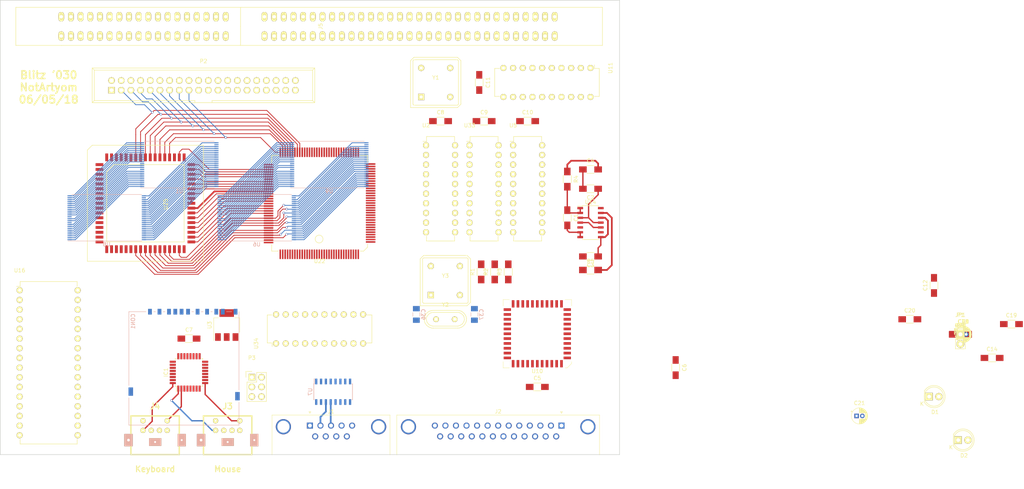
<source format=kicad_pcb>
(kicad_pcb (version 4) (host pcbnew 4.0.2+dfsg1-stable)
  (layers (0 F.Cu signal) (31 B.Cu signal) (34 B.Paste user) (35 F.Paste user) (36 B.SilkS user) (37 F.SilkS user) (38 B.Mask user) (39 F.Mask user) (44 Edge.Cuts user))
  (net 0 "")
  (net 1 /D31)
  (net 2 /D28)
  (net 3 /D26)
  (net 4 /D29)
  (net 5 /A18)
  (net 6 /A11)
  (net 7 /A9)
  (net 8 /A5)
  (net 9 /A4)
  (net 10 /A22)
  (net 11 /A20)
  (net 12 /A16)
  (net 13 /A14)
  (net 14 /A12)
  (net 15 /A8)
  (net 16 /A7)
  (net 17 /A24)
  (net 18 /A23)
  (net 19 /A21)
  (net 20 /A19)
  (net 21 /A17)
  (net 22 /A15)
  (net 23 /A13)
  (net 24 /A10)
  (net 25 /D25)
  (net 26 /D23)
  (net 27 /D21)
  (net 28 /D19)
  (net 29 /D18)
  (net 30 /D16)
  (net 31 /D15)
  (net 32 /D13)
  (net 33 /D11)
  (net 34 /D8)
  (net 35 /D27)
  (net 36 /D24)
  (net 37 /D22)
  (net 38 /D20)
  (net 39 /D17)
  (net 40 /D14)
  (net 41 /D12)
  (net 42 /D9)
  (net 43 /D6)
  (net 44 /D3)
  (net 45 /D30)
  (net 46 /D10)
  (net 47 /D7)
  (net 48 /D4)
  (net 49 /D2)
  (net 50 /D5)
  (net 51 /D1)
  (net 52 /D0)
  (net 53 /A6)
  (net 54 /A3)
  (net 55 /A2)
  (net 56 "Net-(JP1-Pad1)")
  (net 57 BIOS)
  (net 58 R/W)
  (net 59 "Net-(C1-Pad1)")
  (net 60 "Net-(C2-Pad1)")
  (net 61 "Net-(C3-Pad1)")
  (net 62 "Net-(R5-Pad2)")
  (net 63 DS)
  (net 64 AS)
  (net 65 "Net-(R3-Pad2)")
  (net 66 "Net-(R1-Pad2)")
  (net 67 "Net-(R2-Pad2)")
  (net 68 RESET)
  (net 69 FPU)
  (net 70 CLK)
  (net 71 DSACK1)
  (net 72 DSACK0)
  (net 73 SIZ0)
  (net 74 SIZ1)
  (net 75 A1)
  (net 76 A0)
  (net 77 RAM1)
  (net 78 RAM0)
  (net 79 "Net-(J2-Pad7)")
  (net 80 "Net-(J2-Pad8)")
  (net 81 UART)
  (net 82 "Net-(D1-Pad1)")
  (net 83 UART_IRQ)
  (net 84 FC2)
  (net 85 FC0)
  (net 86 FC1)
  (net 87 SYS_INT)
  (net 88 STERM)
  (net 89 "Net-(D2-Pad1)")
  (net 90 "Net-(D2-Pad2)")
  (net 91 IDE_IRQ)
  (net 92 DTACK)
  (net 93 ECS)
  (net 94 +5V)
  (net 95 "Net-(C36-Pad1)")
  (net 96 "Net-(C37-Pad1)")
  (net 97 "Net-(C38-Pad1)")
  (net 98 "Net-(C39-Pad1)")
  (net 99 "Net-(C40-Pad1)")
  (net 100 "Net-(J2-Pad9)")
  (net 101 "Net-(C38-Pad2)")
  (net 102 "Net-(C40-Pad2)")
  (net 103 "Net-(CON1-Pad1)")
  (net 104 "Net-(CON1-Pad2)")
  (net 105 +3V3)
  (net 106 "Net-(CON1-Pad5)")
  (net 107 "Net-(CON1-Pad7)")
  (net 108 "Net-(IC1-Pad1)")
  (net 109 "Net-(IC1-Pad2)")
  (net 110 "Net-(IC1-Pad9)")
  (net 111 "Net-(IC1-Pad12)")
  (net 112 "Net-(IC1-Pad29)")
  (net 113 "Net-(IC1-Pad30)")
  (net 114 "Net-(IC1-Pad31)")
  (net 115 "Net-(IC1-Pad32)")
  (net 116 "Net-(J1-Pad2)")
  (net 117 "Net-(J1-Pad3)")
  (net 118 "Net-(J2-Pad10)")
  (net 119 "Net-(J2-Pad11)")
  (net 120 "Net-(J2-Pad12)")
  (net 121 "Net-(J2-Pad13)")
  (net 122 "Net-(J2-Pad20)")
  (net 123 "Net-(J2-Pad21)")
  (net 124 "Net-(J2-Pad22)")
  (net 125 "Net-(J2-Pad23)")
  (net 126 "Net-(J2-Pad24)")
  (net 127 "Net-(J2-Pad25)")
  (net 128 WR)
  (net 129 RD)
  (net 130 "Net-(U10-Pad33)")
  (net 131 "Net-(U10-Pad35)")
  (net 132 IACK)
  (net 133 "Net-(U22-Pad7)")
  (net 134 "Net-(U22-Pad62)")
  (net 135 UB0)
  (net 136 LB0)
  (net 137 _R/W)
  (net 138 UB1)
  (net 139 LB1)
  (net 140 GND)
  (net 141 "Net-(IC1-Pad14)")
  (net 142 "Net-(IC1-Pad15)")
  (net 143 "Net-(IC1-Pad17)")
  (net 144 _RESET)
  (net 145 NOWS)
  (net 146 "Net-(J5-PadB11)")
  (net 147 "Net-(J5-PadB12)")
  (net 148 "Net-(J5-PadB13)")
  (net 149 "Net-(J5-PadB14)")
  (net 150 "Net-(J5-PadB28)")
  (net 151 "Net-(J5-PadB30)")
  (net 152 IOCHRRDY)
  (net 153 IDE0)
  (net 154 /A25)
  (net 155 /A26)
  (net 156 RAM2)
  (net 157 RAM3)
  (net 158 /A27)
  (net 159 ISACS)
  (net 160 ISAWAIT)
  (module Capacitors_SMD:C_1206_HandSoldering (layer F.Cu) (at 207.864 83.26 270)
    (fp_text reference C1 (at 0 -2.3 270) (layer F.SilkS))
    (fp_text value 100nf)
    (pad 1 smd rect (at -2 0 270) (size 2 1.6) (layers F.Cu F.Paste F.Mask) (net 59 "Net-(C1-Pad1)"))
    (pad 2 smd rect (at 2 0 270) (size 2 1.6) (layers F.Cu F.Paste F.Mask) (net 140 GND))
  )
  (module Capacitors_SMD:C_1206_HandSoldering (layer F.Cu) (at 213.96 75.64 180)
    (fp_text reference C2 (at 0 -2.3 180) (layer F.SilkS))
    (fp_text value 100nf)
    (pad 1 smd rect (at -2 0 180) (size 2 1.6) (layers F.Cu F.Paste F.Mask) (net 60 "Net-(C2-Pad1)"))
    (pad 2 smd rect (at 2 0 180) (size 2 1.6) (layers F.Cu F.Paste F.Mask) (net 140 GND))
  )
  (module Capacitors_SMD:C_1206_HandSoldering (layer F.Cu) (at 213.96 93.42 180)
    (fp_text reference C3 (at 0 -2.3 180) (layer F.SilkS))
    (fp_text value .47uf)
    (pad 1 smd rect (at -2 0 180) (size 2 1.6) (layers F.Cu F.Paste F.Mask) (net 61 "Net-(C3-Pad1)"))
    (pad 2 smd rect (at 2 0 180) (size 2 1.6) (layers F.Cu F.Paste F.Mask) (net 140 GND))
  )
  (module Capacitors_SMD:C_1206_HandSoldering (layer F.Cu) (at 213.96 70.56)
    (fp_text reference C4 (at 0 -2.3) (layer F.SilkS))
    (fp_text value 100nf)
    (pad 1 smd rect (at -2 0) (size 2 1.6) (layers F.Cu F.Paste F.Mask) (net 140 GND))
    (pad 2 smd rect (at 2 0) (size 2 1.6) (layers F.Cu F.Paste F.Mask) (net 94 +5V))
  )
  (module Capacitors_SMD:C_1206_HandSoldering (layer F.Cu) (at 199.99 127.71)
    (fp_text reference C5 (at 0 -2.3) (layer F.SilkS))
    (fp_text value 100nf)
    (pad 1 smd rect (at -2 0) (size 2 1.6) (layers F.Cu F.Paste F.Mask) (net 140 GND))
    (pad 2 smd rect (at 2 0) (size 2 1.6) (layers F.Cu F.Paste F.Mask) (net 94 +5V))
  )
  (module Capacitors_SMD:C_1206_HandSoldering (layer F.Cu) (at 236.312 122.63 270)
    (fp_text reference C6 (at 0 -2.3 270) (layer F.SilkS))
    (fp_text value 100nf)
    (pad 1 smd rect (at -2 0 270) (size 2 1.6) (layers F.Cu F.Paste F.Mask) (net 140 GND))
    (pad 2 smd rect (at 2 0 270) (size 2 1.6) (layers F.Cu F.Paste F.Mask) (net 94 +5V))
  )
  (module Capacitors_SMD:C_1206_HandSoldering (layer F.Cu) (at 108.55 115.01)
    (fp_text reference C7 (at 0 -2.3) (layer F.SilkS))
    (fp_text value 100nf)
    (pad 1 smd rect (at -2 0) (size 2 1.6) (layers F.Cu F.Paste F.Mask) (net 140 GND))
    (pad 2 smd rect (at 2 0) (size 2 1.6) (layers F.Cu F.Paste F.Mask) (net 94 +5V))
  )
  (module Capacitors_SMD:C_1206_HandSoldering (layer F.Cu) (at 174.59 57.86)
    (fp_text reference C8 (at 0 -2.3) (layer F.SilkS))
    (fp_text value 100nf)
    (pad 1 smd rect (at -2 0) (size 2 1.6) (layers F.Cu F.Paste F.Mask) (net 140 GND))
    (pad 2 smd rect (at 2 0) (size 2 1.6) (layers F.Cu F.Paste F.Mask) (net 94 +5V))
  )
  (module Capacitors_SMD:C_1206_HandSoldering (layer F.Cu) (at 186.02 57.86)
    (fp_text reference C9 (at 0 -2.3) (layer F.SilkS))
    (fp_text value 100nf)
    (pad 1 smd rect (at -2 0) (size 2 1.6) (layers F.Cu F.Paste F.Mask) (net 140 GND))
    (pad 2 smd rect (at 2 0) (size 2 1.6) (layers F.Cu F.Paste F.Mask) (net 94 +5V))
  )
  (module Capacitors_SMD:C_1206_HandSoldering (layer F.Cu) (at 197.45 57.86)
    (fp_text reference C10 (at 0 -2.3) (layer F.SilkS))
    (fp_text value 100nf)
    (pad 1 smd rect (at -2 0) (size 2 1.6) (layers F.Cu F.Paste F.Mask) (net 140 GND))
    (pad 2 smd rect (at 2 0) (size 2 1.6) (layers F.Cu F.Paste F.Mask) (net 94 +5V))
  )
  (module Capacitors_SMD:C_1206_HandSoldering (layer F.Cu) (at 184.75 47.7 270)
    (fp_text reference C11 (at 0 -2.3 270) (layer F.SilkS))
    (fp_text value 100nf)
    (pad 1 smd rect (at -2 0 270) (size 2 1.6) (layers F.Cu F.Paste F.Mask) (net 140 GND))
    (pad 2 smd rect (at 2 0 270) (size 2 1.6) (layers F.Cu F.Paste F.Mask) (net 94 +5V))
  )
  (module Capacitors_SMD:C_1206_HandSoldering (layer F.Cu) (at 304.13 101.04 90)
    (fp_text reference C12 (at 0 -2.3 90) (layer F.SilkS))
    (fp_text value 100nf)
    (pad 1 smd rect (at -2 0 90) (size 2 1.6) (layers F.Cu F.Paste F.Mask) (net 140 GND))
    (pad 2 smd rect (at 2 0 90) (size 2 1.6) (layers F.Cu F.Paste F.Mask) (net 94 +5V))
  )
  (module Capacitors_SMD:C_1206_HandSoldering (layer F.Cu) (at 311.0611 113.8936)
    (fp_text reference C13 (at 0 -2.3) (layer F.SilkS))
    (fp_text value 100nf)
    (pad 1 smd rect (at -2 0) (size 2 1.6) (layers F.Cu F.Paste F.Mask) (net 140 GND))
    (pad 2 smd rect (at 2 0) (size 2 1.6) (layers F.Cu F.Paste F.Mask) (net 94 +5V))
  )
  (module Capacitors_SMD:C_1206_HandSoldering (layer F.Cu) (at 319.37 120.09)
    (fp_text reference C14 (at 0 -2.3) (layer F.SilkS))
    (fp_text value 100nf)
    (pad 1 smd rect (at -2 0) (size 2 1.6) (layers F.Cu F.Paste F.Mask) (net 140 GND))
    (pad 2 smd rect (at 2 0) (size 2 1.6) (layers F.Cu F.Paste F.Mask) (net 94 +5V))
  )
  (module Capacitors_SMD:C_1206_HandSoldering (layer F.Cu) (at 311.0611 113.8936)
    (fp_text reference C15 (at 0 -2.3) (layer F.SilkS))
    (fp_text value 100nf)
    (pad 1 smd rect (at -2 0) (size 2 1.6) (layers F.Cu F.Paste F.Mask) (net 140 GND))
    (pad 2 smd rect (at 2 0) (size 2 1.6) (layers F.Cu F.Paste F.Mask) (net 94 +5V))
  )
  (module Capacitors_SMD:C_1206_HandSoldering (layer F.Cu) (at 311.0611 113.8936)
    (fp_text reference C16 (at 0 -2.3) (layer F.SilkS))
    (fp_text value 100nf)
    (pad 1 smd rect (at -2 0) (size 2 1.6) (layers F.Cu F.Paste F.Mask) (net 140 GND))
    (pad 2 smd rect (at 2 0) (size 2 1.6) (layers F.Cu F.Paste F.Mask) (net 94 +5V))
  )
  (module Capacitors_SMD:C_1206_HandSoldering (layer F.Cu) (at 311.0611 113.8936)
    (fp_text reference C17 (at 0 -2.3) (layer F.SilkS))
    (fp_text value 100nf)
    (pad 1 smd rect (at -2 0) (size 2 1.6) (layers F.Cu F.Paste F.Mask) (net 140 GND))
    (pad 2 smd rect (at 2 0) (size 2 1.6) (layers F.Cu F.Paste F.Mask) (net 94 +5V))
  )
  (module Capacitors_SMD:C_1206_HandSoldering (layer F.Cu) (at 311.0611 113.8936)
    (fp_text reference C18 (at 0 -2.3) (layer F.SilkS))
    (fp_text value 100nf)
    (pad 1 smd rect (at -2 0) (size 2 1.6) (layers F.Cu F.Paste F.Mask) (net 140 GND))
    (pad 2 smd rect (at 2 0) (size 2 1.6) (layers F.Cu F.Paste F.Mask) (net 94 +5V))
  )
  (module Capacitors_SMD:C_1206_HandSoldering (layer F.Cu) (at 324.45 111.2)
    (fp_text reference C19 (at 0 -2.3) (layer F.SilkS))
    (fp_text value 100nf)
    (pad 1 smd rect (at -2 0) (size 2 1.6) (layers F.Cu F.Paste F.Mask) (net 140 GND))
    (pad 2 smd rect (at 2 0) (size 2 1.6) (layers F.Cu F.Paste F.Mask) (net 94 +5V))
  )
  (module Capacitors_SMD:C_1206_HandSoldering (layer F.Cu) (at 297.78 109.93)
    (fp_text reference C20 (at 0 -2.3) (layer F.SilkS))
    (fp_text value 100nf)
    (pad 1 smd rect (at -2 0) (size 2 1.6) (layers F.Cu F.Paste F.Mask) (net 140 GND))
    (pad 2 smd rect (at 2 0) (size 2 1.6) (layers F.Cu F.Paste F.Mask) (net 94 +5V))
  )
  (module Capacitor_THT:CP_Radial_D4.0mm_P1.50mm (layer F.Cu) (at 283.81 135.33)
    (fp_text reference C21 (at 0.75 -3.37) (layer F.SilkS))
    (fp_text value 1uF)
    (pad 1 thru_hole rect (at 0 0) (size 1.2 1.2) (drill 0.6) (layers *.Cu *.Mask) (net 94 +5V))
    (pad 2 thru_hole circle (at 1.5 0) (size 1.2 1.2) (drill 0.6) (layers *.Cu *.Mask) (net 140 GND))
  )
  (module Capacitor_THT:CP_Radial_D4.0mm_P1.50mm (layer F.Cu) (at 311.0611 113.8936)
    (fp_text reference C22 (at 0.75 -3.37) (layer F.SilkS))
    (fp_text value 1uF)
    (pad 1 thru_hole rect (at 0 0) (size 1.2 1.2) (drill 0.6) (layers *.Cu *.Mask) (net 105 +3V3))
    (pad 2 thru_hole circle (at 1.5 0) (size 1.2 1.2) (drill 0.6) (layers *.Cu *.Mask) (net 140 GND))
  )
  (module Capacitor_SMD:C_1206_3216Metric_Pad1.39x1.80mm_HandSolder (layer B.Cu) (at 168.24 108.66 90)
    (fp_text reference C36 (at 0 1.85 90) (layer B.SilkS) (effects (justify mirror)))
    (fp_text value 18pf)
    (pad 1 smd rect (at -1.5175 0 90) (size 1.395 1.8) (layers B.Cu B.Paste B.Mask) (net 95 "Net-(C36-Pad1)"))
    (pad 2 smd rect (at 1.5175 0 90) (size 1.395 1.8) (layers B.Cu B.Paste B.Mask) (net 140 GND))
  )
  (module Capacitor_SMD:C_1206_3216Metric_Pad1.39x1.80mm_HandSolder (layer B.Cu) (at 183.48 108.66 90)
    (fp_text reference C37 (at 0 1.85 90) (layer B.SilkS) (effects (justify mirror)))
    (fp_text value 18pf)
    (pad 1 smd rect (at -1.5175 0 90) (size 1.395 1.8) (layers B.Cu B.Paste B.Mask) (net 96 "Net-(C37-Pad1)"))
    (pad 2 smd rect (at 1.5175 0 90) (size 1.395 1.8) (layers B.Cu B.Paste B.Mask) (net 140 GND))
  )
  (module Capacitor_THT:CP_Radial_D4.0mm_P1.50mm (layer F.Cu) (at 311.0611 113.8936)
    (fp_text reference C38 (at 0.75 -3.37) (layer F.SilkS))
    (fp_text value 1uF)
    (pad 1 thru_hole rect (at 0 0) (size 1.2 1.2) (drill 0.6) (layers *.Cu *.Mask) (net 97 "Net-(C38-Pad1)"))
    (pad 2 thru_hole circle (at 1.5 0) (size 1.2 1.2) (drill 0.6) (layers *.Cu *.Mask) (net 101 "Net-(C38-Pad2)"))
  )
  (module Capacitor_THT:CP_Radial_D4.0mm_P1.50mm (layer F.Cu) (at 311.0611 113.8936)
    (fp_text reference C39 (at 0.75 -3.37) (layer F.SilkS))
    (fp_text value 1uF)
    (pad 1 thru_hole rect (at 0 0) (size 1.2 1.2) (drill 0.6) (layers *.Cu *.Mask) (net 98 "Net-(C39-Pad1)"))
    (pad 2 thru_hole circle (at 1.5 0) (size 1.2 1.2) (drill 0.6) (layers *.Cu *.Mask) (net 94 +5V))
  )
  (module Capacitor_THT:CP_Radial_D4.0mm_P1.50mm (layer F.Cu) (at 311.0611 113.8936)
    (fp_text reference C40 (at 0.75 -3.37) (layer F.SilkS))
    (fp_text value 1uF)
    (pad 1 thru_hole rect (at 0 0) (size 1.2 1.2) (drill 0.6) (layers *.Cu *.Mask) (net 99 "Net-(C40-Pad1)"))
    (pad 2 thru_hole circle (at 1.5 0) (size 1.2 1.2) (drill 0.6) (layers *.Cu *.Mask) (net 102 "Net-(C40-Pad2)"))
  )
  (module Capacitor_THT:CP_Radial_D4.0mm_P1.50mm (layer F.Cu) (at 311.0611 113.8936)
    (fp_text reference C41 (at 0.75 -3.37) (layer F.SilkS))
    (fp_text value 1uF)
    (pad 1 thru_hole rect (at 0 0) (size 1.2 1.2) (drill 0.6) (layers *.Cu *.Mask) (net 98 "Net-(C39-Pad1)"))
    (pad 2 thru_hole circle (at 1.5 0) (size 1.2 1.2) (drill 0.6) (layers *.Cu *.Mask) (net 140 GND))
  )
  (module Azure:SD_Card_Receptacle (layer B.Cu) (at 107.28 120.09 180)
    (fp_text reference CON1 (at 13.4 9.6 450) (layer B.SilkS) (effects (justify mirror)))
    (fp_text value SD_Card)
    (pad 1 smd rect (at 6.47 12.15 180) (size 1 1.5) (layers B.Cu B.Paste B.Mask) (net 103 "Net-(CON1-Pad1)"))
    (pad 2 smd rect (at 3.97 12.15 180) (size 1 1.5) (layers B.Cu B.Paste B.Mask) (net 104 "Net-(CON1-Pad2)"))
    (pad 3 smd rect (at 0.67 12.15 180) (size 1 1.5) (layers B.Cu B.Paste B.Mask) (net 140 GND))
    (pad 4 smd rect (at -1.03 12.15 180) (size 1 1.5) (layers B.Cu B.Paste B.Mask) (net 105 +3V3))
    (pad 5 smd rect (at -3.53 12.15 180) (size 1 1.5) (layers B.Cu B.Paste B.Mask) (net 106 "Net-(CON1-Pad5)"))
    (pad 6 smd rect (at -6.03 12.15 180) (size 1 1.5) (layers B.Cu B.Paste B.Mask) (net 140 GND))
    (pad 7 smd rect (at -8.45 12.15 180) (size 1 1.5) (layers B.Cu B.Paste B.Mask) (net 107 "Net-(CON1-Pad7)"))
    (pad 8 smd rect (at -10.15 12.15 180) (size 1 1.5) (layers B.Cu B.Paste B.Mask))
    (pad 9 smd rect (at 8.97 12.15 180) (size 1 1.5) (layers B.Cu B.Paste B.Mask))
    (pad 10 smd rect (at 2.32 12.15 180) (size 1 1.5) (layers B.Cu B.Paste B.Mask))
    (pad 11 smd rect (at -13.5 12.15 180) (size 1 1.5) (layers B.Cu B.Paste B.Mask))
    (pad 12 smd rect (at 14 -8.85 180) (size 1.2 2.2) (layers B.Cu B.Paste B.Mask))
    (pad 13 smd rect (at -14 -10.05 180) (size 1.2 2.2) (layers B.Cu B.Paste B.Mask))
  )
  (module LEDs:LED-5MM (layer F.Cu) (at 302.86 130.25)
    (fp_text reference D1 (at 1.524 4.064) (layer F.SilkS))
    (fp_text value LED)
    (fp_text user K (at -1.905 1.905) (layer F.SilkS))
    (pad 1 thru_hole rect (at 0 0 90) (size 2 1.9) (drill 1.00076) (layers *.Cu *.Mask F.SilkS) (net 82 "Net-(D1-Pad1)"))
    (pad 2 thru_hole circle (at 2.54 0) (size 1.9 1.9) (drill 1.00076) (layers *.Cu *.Mask F.SilkS) (net 94 +5V))
  )
  (module LEDs:LED-5MM (layer F.Cu) (at 310.48 141.68)
    (fp_text reference D2 (at 1.524 4.064) (layer F.SilkS))
    (fp_text value ACTIVE)
    (fp_text user K (at -1.905 1.905) (layer F.SilkS))
    (pad 1 thru_hole rect (at 0 0 90) (size 2 1.9) (drill 1.00076) (layers *.Cu *.Mask F.SilkS) (net 89 "Net-(D2-Pad1)"))
    (pad 2 thru_hole circle (at 2.54 0) (size 1.9 1.9) (drill 1.00076) (layers *.Cu *.Mask F.SilkS) (net 90 "Net-(D2-Pad2)"))
  )
  (module Housings_QFP:TQFP-32_7x7mm_Pitch0.8mm (layer F.Cu) (at 108.55 123.9 90)
    (fp_text reference IC1 (at 0 -6.05 90) (layer F.SilkS))
    (fp_text value ATMEGA8-AI)
    (pad 1 smd rect (at -4.25 -2.8 90) (size 1.6 0.55) (layers F.Cu F.Paste F.Mask) (net 108 "Net-(IC1-Pad1)"))
    (pad 2 smd rect (at -4.25 -2 90) (size 1.6 0.55) (layers F.Cu F.Paste F.Mask) (net 109 "Net-(IC1-Pad2)"))
    (pad 3 smd rect (at -4.25 -1.2 90) (size 1.6 0.55) (layers F.Cu F.Paste F.Mask) (net 140 GND))
    (pad 4 smd rect (at -4.25 -0.4 90) (size 1.6 0.55) (layers F.Cu F.Paste F.Mask) (net 94 +5V))
    (pad 5 smd rect (at -4.25 0.4 90) (size 1.6 0.55) (layers F.Cu F.Paste F.Mask) (net 140 GND))
    (pad 6 smd rect (at -4.25 1.2 90) (size 1.6 0.55) (layers F.Cu F.Paste F.Mask) (net 94 +5V))
    (pad 7 smd rect (at -4.25 2 90) (size 1.6 0.55) (layers F.Cu F.Paste F.Mask))
    (pad 8 smd rect (at -4.25 2.8 90) (size 1.6 0.55) (layers F.Cu F.Paste F.Mask))
    (pad 9 smd rect (at -2.8 4.25 180) (size 1.6 0.55) (layers F.Cu F.Paste F.Mask) (net 110 "Net-(IC1-Pad9)"))
    (pad 10 smd rect (at -2 4.25 180) (size 1.6 0.55) (layers F.Cu F.Paste F.Mask))
    (pad 11 smd rect (at -1.2 4.25 180) (size 1.6 0.55) (layers F.Cu F.Paste F.Mask))
    (pad 12 smd rect (at -0.4 4.25 180) (size 1.6 0.55) (layers F.Cu F.Paste F.Mask) (net 111 "Net-(IC1-Pad12)"))
    (pad 13 smd rect (at 0.4 4.25 180) (size 1.6 0.55) (layers F.Cu F.Paste F.Mask))
    (pad 14 smd rect (at 1.2 4.25 180) (size 1.6 0.55) (layers F.Cu F.Paste F.Mask) (net 141 "Net-(IC1-Pad14)"))
    (pad 15 smd rect (at 2 4.25 180) (size 1.6 0.55) (layers F.Cu F.Paste F.Mask) (net 142 "Net-(IC1-Pad15)"))
    (pad 16 smd rect (at 2.8 4.25 180) (size 1.6 0.55) (layers F.Cu F.Paste F.Mask) (net 107 "Net-(CON1-Pad7)"))
    (pad 17 smd rect (at 4.25 2.8 90) (size 1.6 0.55) (layers F.Cu F.Paste F.Mask) (net 143 "Net-(IC1-Pad17)"))
    (pad 18 smd rect (at 4.25 2 90) (size 1.6 0.55) (layers F.Cu F.Paste F.Mask) (net 94 +5V))
    (pad 19 smd rect (at 4.25 1.2 90) (size 1.6 0.55) (layers F.Cu F.Paste F.Mask))
    (pad 20 smd rect (at 4.25 0.4 90) (size 1.6 0.55) (layers F.Cu F.Paste F.Mask))
    (pad 21 smd rect (at 4.25 -0.4 90) (size 1.6 0.55) (layers F.Cu F.Paste F.Mask) (net 140 GND))
    (pad 22 smd rect (at 4.25 -1.2 90) (size 1.6 0.55) (layers F.Cu F.Paste F.Mask))
    (pad 23 smd rect (at 4.25 -2 90) (size 1.6 0.55) (layers F.Cu F.Paste F.Mask))
    (pad 24 smd rect (at 4.25 -2.8 90) (size 1.6 0.55) (layers F.Cu F.Paste F.Mask))
    (pad 25 smd rect (at 2.8 -4.25 180) (size 1.6 0.55) (layers F.Cu F.Paste F.Mask))
    (pad 26 smd rect (at 2 -4.25 180) (size 1.6 0.55) (layers F.Cu F.Paste F.Mask))
    (pad 27 smd rect (at 1.2 -4.25 180) (size 1.6 0.55) (layers F.Cu F.Paste F.Mask))
    (pad 28 smd rect (at 0.4 -4.25 180) (size 1.6 0.55) (layers F.Cu F.Paste F.Mask))
    (pad 29 smd rect (at -0.4 -4.25 180) (size 1.6 0.55) (layers F.Cu F.Paste F.Mask) (net 112 "Net-(IC1-Pad29)"))
    (pad 30 smd rect (at -1.2 -4.25 180) (size 1.6 0.55) (layers F.Cu F.Paste F.Mask) (net 113 "Net-(IC1-Pad30)"))
    (pad 31 smd rect (at -2 -4.25 180) (size 1.6 0.55) (layers F.Cu F.Paste F.Mask) (net 114 "Net-(IC1-Pad31)"))
    (pad 32 smd rect (at -2.8 -4.25 180) (size 1.6 0.55) (layers F.Cu F.Paste F.Mask) (net 115 "Net-(IC1-Pad32)"))
  )
  (module Connector_Dsub:DSUB-9_Male_Horizontal_P2.77x2.84mm_EdgePinOffset4.94mm_Housed_MountingHolesOffset7.48mm (layer F.Cu) (at 140.3 137.87)
    (fp_text reference J1 (at 5.54 -3.7) (layer F.SilkS))
    (fp_text value DB9)
    (pad 1 thru_hole rect (at 0 0) (size 1.6 1.6) (drill 1) (layers *.Cu *.Mask))
    (pad 2 thru_hole circle (at 2.77 0) (size 1.6 1.6) (drill 1) (layers *.Cu *.Mask) (net 116 "Net-(J1-Pad2)"))
    (pad 3 thru_hole circle (at 5.54 0) (size 1.6 1.6) (drill 1) (layers *.Cu *.Mask) (net 117 "Net-(J1-Pad3)"))
    (pad 4 thru_hole circle (at 8.31 0) (size 1.6 1.6) (drill 1) (layers *.Cu *.Mask))
    (pad 5 thru_hole circle (at 11.08 0) (size 1.6 1.6) (drill 1) (layers *.Cu *.Mask) (net 140 GND))
    (pad 6 thru_hole circle (at 1.385 2.84) (size 1.6 1.6) (drill 1) (layers *.Cu *.Mask))
    (pad 7 thru_hole circle (at 4.155 2.84) (size 1.6 1.6) (drill 1) (layers *.Cu *.Mask))
    (pad 8 thru_hole circle (at 6.925 2.84) (size 1.6 1.6) (drill 1) (layers *.Cu *.Mask))
    (pad 9 thru_hole circle (at 9.695 2.84) (size 1.6 1.6) (drill 1) (layers *.Cu *.Mask))
    (pad 0 thru_hole circle (at -6.96 0.3) (size 4 4) (drill 3.2) (layers *.Cu *.Mask))
    (pad 0 thru_hole circle (at 18.04 0.3) (size 4 4) (drill 3.2) (layers *.Cu *.Mask))
  )
  (module Connector_Dsub:DSUB-25_Female_Horizontal_P2.77x2.84mm_EdgePinOffset4.94mm_Housed_MountingHolesOffset7.48mm (layer F.Cu) (at 206.34 137.87)
    (fp_text reference J2 (at -16.62 -3.7) (layer F.SilkS))
    (fp_text value DB25)
    (pad 1 thru_hole rect (at 0 0) (size 1.6 1.6) (drill 1) (layers *.Cu *.Mask) (net 94 +5V))
    (pad 2 thru_hole circle (at -2.77 0) (size 1.6 1.6) (drill 1) (layers *.Cu *.Mask) (net 94 +5V))
    (pad 3 thru_hole circle (at -5.54 0) (size 1.6 1.6) (drill 1) (layers *.Cu *.Mask) (net 94 +5V))
    (pad 4 thru_hole circle (at -8.31 0) (size 1.6 1.6) (drill 1) (layers *.Cu *.Mask) (net 94 +5V))
    (pad 5 thru_hole circle (at -11.08 0) (size 1.6 1.6) (drill 1) (layers *.Cu *.Mask) (net 94 +5V))
    (pad 6 thru_hole circle (at -13.85 0) (size 1.6 1.6) (drill 1) (layers *.Cu *.Mask))
    (pad 7 thru_hole circle (at -16.62 0) (size 1.6 1.6) (drill 1) (layers *.Cu *.Mask) (net 79 "Net-(J2-Pad7)"))
    (pad 8 thru_hole circle (at -19.39 0) (size 1.6 1.6) (drill 1) (layers *.Cu *.Mask) (net 80 "Net-(J2-Pad8)"))
    (pad 9 thru_hole circle (at -22.16 0) (size 1.6 1.6) (drill 1) (layers *.Cu *.Mask) (net 100 "Net-(J2-Pad9)"))
    (pad 10 thru_hole circle (at -24.93 0) (size 1.6 1.6) (drill 1) (layers *.Cu *.Mask) (net 118 "Net-(J2-Pad10)"))
    (pad 11 thru_hole circle (at -27.7 0) (size 1.6 1.6) (drill 1) (layers *.Cu *.Mask) (net 119 "Net-(J2-Pad11)"))
    (pad 12 thru_hole circle (at -30.47 0) (size 1.6 1.6) (drill 1) (layers *.Cu *.Mask) (net 120 "Net-(J2-Pad12)"))
    (pad 13 thru_hole circle (at -33.24 0) (size 1.6 1.6) (drill 1) (layers *.Cu *.Mask) (net 121 "Net-(J2-Pad13)"))
    (pad 14 thru_hole circle (at -1.385 2.84) (size 1.6 1.6) (drill 1) (layers *.Cu *.Mask) (net 140 GND))
    (pad 15 thru_hole circle (at -4.155 2.84) (size 1.6 1.6) (drill 1) (layers *.Cu *.Mask) (net 140 GND))
    (pad 16 thru_hole circle (at -6.925 2.84) (size 1.6 1.6) (drill 1) (layers *.Cu *.Mask) (net 140 GND))
    (pad 17 thru_hole circle (at -9.695 2.84) (size 1.6 1.6) (drill 1) (layers *.Cu *.Mask) (net 140 GND))
    (pad 18 thru_hole circle (at -12.465 2.84) (size 1.6 1.6) (drill 1) (layers *.Cu *.Mask) (net 140 GND))
    (pad 19 thru_hole circle (at -15.235 2.84) (size 1.6 1.6) (drill 1) (layers *.Cu *.Mask) (net 140 GND))
    (pad 20 thru_hole circle (at -18.005 2.84) (size 1.6 1.6) (drill 1) (layers *.Cu *.Mask) (net 122 "Net-(J2-Pad20)"))
    (pad 21 thru_hole circle (at -20.775 2.84) (size 1.6 1.6) (drill 1) (layers *.Cu *.Mask) (net 123 "Net-(J2-Pad21)"))
    (pad 22 thru_hole circle (at -23.545 2.84) (size 1.6 1.6) (drill 1) (layers *.Cu *.Mask) (net 124 "Net-(J2-Pad22)"))
    (pad 23 thru_hole circle (at -26.315 2.84) (size 1.6 1.6) (drill 1) (layers *.Cu *.Mask) (net 125 "Net-(J2-Pad23)"))
    (pad 24 thru_hole circle (at -29.085 2.84) (size 1.6 1.6) (drill 1) (layers *.Cu *.Mask) (net 126 "Net-(J2-Pad24)"))
    (pad 25 thru_hole circle (at -31.855 2.84) (size 1.6 1.6) (drill 1) (layers *.Cu *.Mask) (net 127 "Net-(J2-Pad25)"))
    (pad 0 thru_hole circle (at -40.17 0.3) (size 4 4) (drill 3.2) (layers *.Cu *.Mask))
    (pad 0 thru_hole circle (at 6.93 0.3) (size 4 4) (drill 3.2) (layers *.Cu *.Mask))
  )
  (module r_mini_din:Mini_din6 (layer F.Cu) (at 118.71 140.41)
    (fp_text reference J3 (at 0 -7.62) (layer F.SilkS) (effects (font (thickness 0.3048))))
    (fp_text value Mouse (at 0 8.89) (layer F.SilkS) (effects (font (thickness 0.3048))))
    (pad 4 thru_hole circle (at -1.016 -1.27) (size 1.3716 1.3716) (drill 0.508) (layers *.Cu *.Mask F.SilkS) (net 94 +5V))
    (pad 3 thru_hole circle (at 1.143 -1.27) (size 1.3716 1.3716) (drill 0.508) (layers *.Cu *.Mask F.SilkS) (net 140 GND))
    (pad 1 thru_hole circle (at 3.175 -3.81) (size 1.3716 1.3716) (drill 0.508) (layers *.Cu *.Mask F.SilkS) (net 110 "Net-(IC1-Pad9)"))
    (pad 6 thru_hole circle (at -3.175 -3.81) (size 1.3716 1.3716) (drill 0.508) (layers *.Cu *.Mask F.SilkS))
    (pad 5 thru_hole circle (at -3.175 -1.27) (size 1.3716 1.3716) (drill 0.508) (layers *.Cu *.Mask F.SilkS) (net 108 "Net-(IC1-Pad1)"))
    (pad 2 thru_hole circle (at 3.175 -1.27) (size 1.3716 1.3716) (drill 0.508) (layers *.Cu *.Mask F.SilkS))
    (pad GND thru_hole rect (at 0 1.778) (size 3.2004 1.99898) (drill 0.508) (layers *.Cu *.SilkS *.Mask))
    (pad GND thru_hole rect (at 6.985 1.27) (size 2.16916 3.2004) (drill 0.508) (layers *.Cu *.SilkS *.Mask))
    (pad GND thru_hole rect (at -6.985 1.27) (size 2.16916 3.2004) (drill 0.70104) (layers *.Cu *.SilkS *.Mask))
  )
  (module r_mini_din:Mini_din6 (layer F.Cu) (at 99.66 140.41)
    (fp_text reference J4 (at 0 -7.62) (layer F.SilkS) (effects (font (thickness 0.3048))))
    (fp_text value Keyboard (at 0 8.89) (layer F.SilkS) (effects (font (thickness 0.3048))))
    (pad 4 thru_hole circle (at -1.016 -1.27) (size 1.3716 1.3716) (drill 0.508) (layers *.Cu *.Mask F.SilkS) (net 94 +5V))
    (pad 3 thru_hole circle (at 1.143 -1.27) (size 1.3716 1.3716) (drill 0.508) (layers *.Cu *.Mask F.SilkS) (net 140 GND))
    (pad 1 thru_hole circle (at 3.175 -3.81) (size 1.3716 1.3716) (drill 0.508) (layers *.Cu *.Mask F.SilkS) (net 109 "Net-(IC1-Pad2)"))
    (pad 6 thru_hole circle (at -3.175 -3.81) (size 1.3716 1.3716) (drill 0.508) (layers *.Cu *.Mask F.SilkS))
    (pad 5 thru_hole circle (at -3.175 -1.27) (size 1.3716 1.3716) (drill 0.508) (layers *.Cu *.Mask F.SilkS) (net 115 "Net-(IC1-Pad32)"))
    (pad 2 thru_hole circle (at 3.175 -1.27) (size 1.3716 1.3716) (drill 0.508) (layers *.Cu *.Mask F.SilkS))
    (pad GND thru_hole rect (at 0 1.778) (size 3.2004 1.99898) (drill 0.508) (layers *.Cu *.SilkS *.Mask))
    (pad GND thru_hole rect (at 6.985 1.27) (size 2.16916 3.2004) (drill 0.508) (layers *.Cu *.SilkS *.Mask))
    (pad GND thru_hole rect (at -6.985 1.27) (size 2.16916 3.2004) (drill 0.70104) (layers *.Cu *.SilkS *.Mask))
  )
  (module BBlitz:BUS_AT_VERT (layer F.Cu) (at 143.094 32.968 270)
    (fp_text reference J5 (at 0 0 270) (layer F.SilkS))
    (fp_text value ISAx16)
    (pad B1 thru_hole oval (at -2.54 -61.468 270) (size 2.5 1.5) (drill 0.89) (layers *.Cu *.Mask F.SilkS) (net 140 GND))
    (pad A1 thru_hole oval (at 2.54 -61.468 270) (size 2.5 1.5) (drill 0.89) (layers *.Cu *.Mask F.SilkS) (net 94 +5V))
    (pad D1 thru_hole oval (at -2.54 24.892 270) (size 2.5 1.5) (drill 0.89) (layers *.Cu *.Mask F.SilkS))
    (pad B2 thru_hole oval (at -2.54 -58.928 270) (size 2.5 1.5) (drill 0.89) (layers *.Cu *.Mask F.SilkS) (net 144 _RESET))
    (pad B3 thru_hole oval (at -2.54 -56.388 270) (size 2.5 1.5) (drill 0.89) (layers *.Cu *.Mask F.SilkS) (net 94 +5V))
    (pad B4 thru_hole oval (at -2.54 -53.848 270) (size 2.5 1.5) (drill 0.89) (layers *.Cu *.Mask F.SilkS))
    (pad B5 thru_hole oval (at -2.54 -51.308 270) (size 2.5 1.5) (drill 0.89) (layers *.Cu *.Mask F.SilkS))
    (pad B6 thru_hole oval (at -2.54 -48.768 270) (size 2.5 1.5) (drill 0.89) (layers *.Cu *.Mask F.SilkS))
    (pad B7 thru_hole oval (at -2.54 -46.228 270) (size 2.5 1.5) (drill 0.89) (layers *.Cu *.Mask F.SilkS))
    (pad B8 thru_hole oval (at -2.54 -43.688 270) (size 2.5 1.5) (drill 0.89) (layers *.Cu *.Mask F.SilkS) (net 145 NOWS))
    (pad B9 thru_hole oval (at -2.54 -41.148 270) (size 2.5 1.5) (drill 0.89) (layers *.Cu *.Mask F.SilkS))
    (pad B10 thru_hole oval (at -2.54 -38.608 270) (size 2.5 1.5) (drill 0.89) (layers *.Cu *.Mask F.SilkS) (net 140 GND))
    (pad B11 thru_hole oval (at -2.54 -36.068 270) (size 2.5 1.5) (drill 0.89) (layers *.Cu *.Mask F.SilkS) (net 146 "Net-(J5-PadB11)"))
    (pad B12 thru_hole oval (at -2.54 -33.528 270) (size 2.5 1.5) (drill 0.89) (layers *.Cu *.Mask F.SilkS) (net 147 "Net-(J5-PadB12)"))
    (pad B13 thru_hole oval (at -2.54 -30.988 270) (size 2.5 1.5) (drill 0.89) (layers *.Cu *.Mask F.SilkS) (net 148 "Net-(J5-PadB13)"))
    (pad B14 thru_hole oval (at -2.54 -28.448 270) (size 2.5 1.5) (drill 0.89) (layers *.Cu *.Mask F.SilkS) (net 149 "Net-(J5-PadB14)"))
    (pad B15 thru_hole oval (at -2.54 -25.908 270) (size 2.5 1.5) (drill 0.89) (layers *.Cu *.Mask F.SilkS) (net 94 +5V))
    (pad B16 thru_hole oval (at -2.54 -23.368 270) (size 2.5 1.5) (drill 0.89) (layers *.Cu *.Mask F.SilkS))
    (pad B17 thru_hole oval (at -2.54 -20.828 270) (size 2.5 1.5) (drill 0.89) (layers *.Cu *.Mask F.SilkS) (net 94 +5V))
    (pad B18 thru_hole oval (at -2.54 -18.288 270) (size 2.5 1.5) (drill 0.89) (layers *.Cu *.Mask F.SilkS))
    (pad B19 thru_hole oval (at -2.54 -15.748 270) (size 2.5 1.5) (drill 0.89) (layers *.Cu *.Mask F.SilkS))
    (pad B20 thru_hole oval (at -2.54 -13.208 270) (size 2.5 1.5) (drill 0.89) (layers *.Cu *.Mask F.SilkS))
    (pad B21 thru_hole oval (at -2.54 -10.668 270) (size 2.5 1.5) (drill 0.89) (layers *.Cu *.Mask F.SilkS))
    (pad B22 thru_hole oval (at -2.54 -8.128 270) (size 2.5 1.5) (drill 0.89) (layers *.Cu *.Mask F.SilkS))
    (pad B23 thru_hole oval (at -2.54 -5.588 270) (size 2.5 1.5) (drill 0.89) (layers *.Cu *.Mask F.SilkS))
    (pad B24 thru_hole oval (at -2.54 -3.048 270) (size 2.5 1.5) (drill 0.89) (layers *.Cu *.Mask F.SilkS))
    (pad B25 thru_hole oval (at -2.54 -0.508 270) (size 2.5 1.5) (drill 0.89) (layers *.Cu *.Mask F.SilkS))
    (pad B26 thru_hole oval (at -2.54 2.032 270) (size 2.5 1.5) (drill 0.89) (layers *.Cu *.Mask F.SilkS) (net 94 +5V))
    (pad B27 thru_hole oval (at -2.54 4.572 270) (size 2.5 1.5) (drill 0.89) (layers *.Cu *.Mask F.SilkS))
    (pad B28 thru_hole oval (at -2.54 7.112 270) (size 2.5 1.5) (drill 0.89) (layers *.Cu *.Mask F.SilkS) (net 150 "Net-(J5-PadB28)"))
    (pad B29 thru_hole oval (at -2.54 9.652 270) (size 2.5 1.5) (drill 0.89) (layers *.Cu *.Mask F.SilkS) (net 94 +5V))
    (pad B30 thru_hole oval (at -2.54 12.192 270) (size 2.5 1.5) (drill 0.89) (layers *.Cu *.Mask F.SilkS) (net 151 "Net-(J5-PadB30)"))
    (pad B31 thru_hole oval (at -2.54 14.732 270) (size 2.5 1.5) (drill 0.89) (layers *.Cu *.Mask F.SilkS) (net 140 GND))
    (pad A2 thru_hole oval (at 2.54 -58.928 270) (size 2.5 1.5) (drill 0.89) (layers *.Cu *.Mask F.SilkS) (net 47 /D7))
    (pad A3 thru_hole oval (at 2.54 -56.388 270) (size 2.5 1.5) (drill 0.89) (layers *.Cu *.Mask F.SilkS) (net 43 /D6))
    (pad A4 thru_hole oval (at 2.54 -53.848 270) (size 2.5 1.5) (drill 0.89) (layers *.Cu *.Mask F.SilkS) (net 50 /D5))
    (pad A5 thru_hole oval (at 2.54 -51.308 270) (size 2.5 1.5) (drill 0.89) (layers *.Cu *.Mask F.SilkS) (net 48 /D4))
    (pad A6 thru_hole oval (at 2.54 -48.768 270) (size 2.5 1.5) (drill 0.89) (layers *.Cu *.Mask F.SilkS) (net 44 /D3))
    (pad A7 thru_hole oval (at 2.54 -46.228 270) (size 2.5 1.5) (drill 0.89) (layers *.Cu *.Mask F.SilkS) (net 49 /D2))
    (pad A8 thru_hole oval (at 2.54 -43.688 270) (size 2.5 1.5) (drill 0.89) (layers *.Cu *.Mask F.SilkS) (net 51 /D1))
    (pad A9 thru_hole oval (at 2.54 -41.148 270) (size 2.5 1.5) (drill 0.89) (layers *.Cu *.Mask F.SilkS) (net 52 /D0))
    (pad A10 thru_hole oval (at 2.54 -38.608 270) (size 2.5 1.5) (drill 0.89) (layers *.Cu *.Mask F.SilkS) (net 152 IOCHRRDY))
    (pad A11 thru_hole oval (at 2.54 -36.068 270) (size 2.5 1.5) (drill 0.89) (layers *.Cu *.Mask F.SilkS) (net 140 GND))
    (pad A12 thru_hole oval (at 2.54 -33.528 270) (size 2.5 1.5) (drill 0.89) (layers *.Cu *.Mask F.SilkS) (net 11 /A20))
    (pad A13 thru_hole oval (at 2.54 -30.988 270) (size 2.5 1.5) (drill 0.89) (layers *.Cu *.Mask F.SilkS) (net 20 /A19))
    (pad A14 thru_hole oval (at 2.54 -28.448 270) (size 2.5 1.5) (drill 0.89) (layers *.Cu *.Mask F.SilkS) (net 5 /A18))
    (pad A15 thru_hole oval (at 2.54 -25.908 270) (size 2.5 1.5) (drill 0.89) (layers *.Cu *.Mask F.SilkS) (net 21 /A17))
    (pad A16 thru_hole oval (at 2.54 -23.368 270) (size 2.5 1.5) (drill 0.89) (layers *.Cu *.Mask F.SilkS) (net 12 /A16))
    (pad A17 thru_hole oval (at 2.54 -20.828 270) (size 2.5 1.5) (drill 0.89) (layers *.Cu *.Mask F.SilkS) (net 22 /A15))
    (pad A18 thru_hole oval (at 2.54 -18.288 270) (size 2.5 1.5) (drill 0.89) (layers *.Cu *.Mask F.SilkS) (net 13 /A14))
    (pad A19 thru_hole oval (at 2.54 -15.748 270) (size 2.5 1.5) (drill 0.89) (layers *.Cu *.Mask F.SilkS) (net 23 /A13))
    (pad A20 thru_hole oval (at 2.54 -13.208 270) (size 2.5 1.5) (drill 0.89) (layers *.Cu *.Mask F.SilkS) (net 14 /A12))
    (pad A21 thru_hole oval (at 2.54 -10.668 270) (size 2.5 1.5) (drill 0.89) (layers *.Cu *.Mask F.SilkS) (net 6 /A11))
    (pad A22 thru_hole oval (at 2.54 -8.128 270) (size 2.5 1.5) (drill 0.89) (layers *.Cu *.Mask F.SilkS) (net 24 /A10))
    (pad A23 thru_hole oval (at 2.54 -5.588 270) (size 2.5 1.5) (drill 0.89) (layers *.Cu *.Mask F.SilkS) (net 7 /A9))
    (pad A24 thru_hole oval (at 2.54 -3.048 270) (size 2.5 1.5) (drill 0.89) (layers *.Cu *.Mask F.SilkS) (net 15 /A8))
    (pad A25 thru_hole oval (at 2.54 -0.508 270) (size 2.5 1.5) (drill 0.89) (layers *.Cu *.Mask F.SilkS) (net 16 /A7))
    (pad A26 thru_hole oval (at 2.54 2.032 270) (size 2.5 1.5) (drill 0.89) (layers *.Cu *.Mask F.SilkS) (net 53 /A6))
    (pad A27 thru_hole oval (at 2.54 4.572 270) (size 2.5 1.5) (drill 0.89) (layers *.Cu *.Mask F.SilkS) (net 8 /A5))
    (pad A28 thru_hole oval (at 2.54 7.112 270) (size 2.5 1.5) (drill 0.89) (layers *.Cu *.Mask F.SilkS) (net 9 /A4))
    (pad A29 thru_hole oval (at 2.54 9.652 270) (size 2.5 1.5) (drill 0.89) (layers *.Cu *.Mask F.SilkS) (net 54 /A3))
    (pad A30 thru_hole oval (at 2.54 12.192 270) (size 2.5 1.5) (drill 0.89) (layers *.Cu *.Mask F.SilkS) (net 55 /A2))
    (pad A31 thru_hole oval (at 2.54 14.732 270) (size 2.5 1.5) (drill 0.89) (layers *.Cu *.Mask F.SilkS) (net 75 A1))
    (pad C1 thru_hole oval (at 2.54 24.892 270) (size 2.5 1.5) (drill 0.89) (layers *.Cu *.Mask F.SilkS) (net 140 GND))
    (pad D2 thru_hole oval (at -2.54 27.432 270) (size 2.5 1.5) (drill 0.89) (layers *.Cu *.Mask F.SilkS))
    (pad D3 thru_hole oval (at -2.54 29.972 270) (size 2.5 1.5) (drill 0.89) (layers *.Cu *.Mask F.SilkS))
    (pad D4 thru_hole oval (at -2.54 32.512 270) (size 2.5 1.5) (drill 0.89) (layers *.Cu *.Mask F.SilkS))
    (pad D5 thru_hole oval (at -2.54 35.052 270) (size 2.5 1.5) (drill 0.89) (layers *.Cu *.Mask F.SilkS))
    (pad D6 thru_hole oval (at -2.54 37.592 270) (size 2.5 1.5) (drill 0.89) (layers *.Cu *.Mask F.SilkS))
    (pad D7 thru_hole oval (at -2.54 40.132 270) (size 2.5 1.5) (drill 0.89) (layers *.Cu *.Mask F.SilkS))
    (pad D8 thru_hole oval (at -2.54 42.672 270) (size 2.5 1.5) (drill 0.89) (layers *.Cu *.Mask F.SilkS) (net 94 +5V))
    (pad D9 thru_hole oval (at -2.54 45.212 270) (size 2.5 1.5) (drill 0.89) (layers *.Cu *.Mask F.SilkS))
    (pad D10 thru_hole oval (at -2.54 47.752 270) (size 2.5 1.5) (drill 0.89) (layers *.Cu *.Mask F.SilkS) (net 94 +5V))
    (pad D11 thru_hole oval (at -2.54 50.292 270) (size 2.5 1.5) (drill 0.89) (layers *.Cu *.Mask F.SilkS))
    (pad D12 thru_hole oval (at -2.54 52.832 270) (size 2.5 1.5) (drill 0.89) (layers *.Cu *.Mask F.SilkS) (net 94 +5V))
    (pad D13 thru_hole oval (at -2.54 55.372 270) (size 2.5 1.5) (drill 0.89) (layers *.Cu *.Mask F.SilkS))
    (pad D14 thru_hole oval (at -2.54 57.912 270) (size 2.5 1.5) (drill 0.89) (layers *.Cu *.Mask F.SilkS) (net 94 +5V))
    (pad D15 thru_hole oval (at -2.54 60.452 270) (size 2.5 1.5) (drill 0.89) (layers *.Cu *.Mask F.SilkS))
    (pad D16 thru_hole oval (at -2.54 62.992 270) (size 2.5 1.5) (drill 0.89) (layers *.Cu *.Mask F.SilkS) (net 94 +5V))
    (pad D17 thru_hole oval (at -2.54 65.532 270) (size 2.5 1.5) (drill 0.89) (layers *.Cu *.Mask F.SilkS))
    (pad D18 thru_hole oval (at -2.54 68.072 270) (size 2.5 1.5) (drill 0.89) (layers *.Cu *.Mask F.SilkS) (net 140 GND))
    (pad C2 thru_hole oval (at 2.54 27.432 270) (size 2.5 1.5) (drill 0.89) (layers *.Cu *.Mask F.SilkS) (net 17 /A24))
    (pad C3 thru_hole oval (at 2.54 29.972 270) (size 2.5 1.5) (drill 0.89) (layers *.Cu *.Mask F.SilkS) (net 18 /A23))
    (pad C4 thru_hole oval (at 2.54 32.512 270) (size 2.5 1.5) (drill 0.89) (layers *.Cu *.Mask F.SilkS) (net 10 /A22))
    (pad C5 thru_hole oval (at 2.54 35.052 270) (size 2.5 1.5) (drill 0.89) (layers *.Cu *.Mask F.SilkS) (net 19 /A21))
    (pad C6 thru_hole oval (at 2.54 37.592 270) (size 2.5 1.5) (drill 0.89) (layers *.Cu *.Mask F.SilkS) (net 11 /A20))
    (pad C7 thru_hole oval (at 2.54 40.132 270) (size 2.5 1.5) (drill 0.89) (layers *.Cu *.Mask F.SilkS) (net 20 /A19))
    (pad C8 thru_hole oval (at 2.54 42.672 270) (size 2.5 1.5) (drill 0.89) (layers *.Cu *.Mask F.SilkS) (net 5 /A18))
    (pad C9 thru_hole oval (at 2.54 45.212 270) (size 2.5 1.5) (drill 0.89) (layers *.Cu *.Mask F.SilkS) (net 147 "Net-(J5-PadB12)"))
    (pad C10 thru_hole oval (at 2.54 47.752 270) (size 2.5 1.5) (drill 0.89) (layers *.Cu *.Mask F.SilkS) (net 146 "Net-(J5-PadB11)"))
    (pad C11 thru_hole oval (at 2.54 50.292 270) (size 2.5 1.5) (drill 0.89) (layers *.Cu *.Mask F.SilkS) (net 34 /D8))
    (pad C12 thru_hole oval (at 2.54 52.832 270) (size 2.5 1.5) (drill 0.89) (layers *.Cu *.Mask F.SilkS) (net 42 /D9))
    (pad C13 thru_hole oval (at 2.54 55.372 270) (size 2.5 1.5) (drill 0.89) (layers *.Cu *.Mask F.SilkS) (net 46 /D10))
    (pad C14 thru_hole oval (at 2.54 57.912 270) (size 2.5 1.5) (drill 0.89) (layers *.Cu *.Mask F.SilkS) (net 33 /D11))
    (pad C15 thru_hole oval (at 2.54 60.452 270) (size 2.5 1.5) (drill 0.89) (layers *.Cu *.Mask F.SilkS) (net 41 /D12))
    (pad C16 thru_hole oval (at 2.54 62.992 270) (size 2.5 1.5) (drill 0.89) (layers *.Cu *.Mask F.SilkS) (net 32 /D13))
    (pad C17 thru_hole oval (at 2.54 65.532 270) (size 2.5 1.5) (drill 0.89) (layers *.Cu *.Mask F.SilkS) (net 40 /D14))
    (pad C18 thru_hole oval (at 2.54 68.072 270) (size 2.5 1.5) (drill 0.89) (layers *.Cu *.Mask F.SilkS) (net 31 /D15))
  )
  (module Pin_Headers:Pin_Header_Straight_1x02 (layer F.Cu) (at 311.0611 113.8936)
    (fp_text reference JP1 (at 0 -5.1) (layer F.SilkS))
    (fp_text value JUMPER)
    (pad 1 thru_hole rect (at 0 0) (size 2.032 2.032) (drill 1.016) (layers *.Cu *.Mask F.SilkS) (net 56 "Net-(JP1-Pad1)"))
    (pad 2 thru_hole oval (at 0 2.54) (size 2.032 2.032) (drill 1.016) (layers *.Cu *.Mask F.SilkS) (net 70 CLK))
  )
  (module Pin_Headers:Pin_Header_Straight_1x01 (layer F.Cu) (at 311.0611 113.8936)
    (fp_text reference P1 (at 0 -5.1) (layer F.SilkS))
    (fp_text value CLK_EXT)
    (pad 1 thru_hole rect (at 0 0) (size 2.2352 2.2352) (drill 1.016) (layers *.Cu *.Mask F.SilkS) (net 70 CLK))
  )
  (module Connect:IDC_Header_Straight_40pins (layer F.Cu) (at 88.23 49.732)
    (fp_text reference P2 (at 24.13 -7.62) (layer F.SilkS))
    (fp_text value CONN_02X20)
    (pad 1 thru_hole rect (at 0 0) (size 1.7272 1.7272) (drill 1.016) (layers *.Cu *.Mask F.SilkS) (net 68 RESET))
    (pad 2 thru_hole oval (at 0 -2.54) (size 1.7272 1.7272) (drill 1.016) (layers *.Cu *.Mask F.SilkS) (net 140 GND))
    (pad 3 thru_hole oval (at 2.54 0) (size 1.7272 1.7272) (drill 1.016) (layers *.Cu *.Mask F.SilkS) (net 52 /D0))
    (pad 4 thru_hole oval (at 2.54 -2.54) (size 1.7272 1.7272) (drill 1.016) (layers *.Cu *.Mask F.SilkS) (net 34 /D8))
    (pad 5 thru_hole oval (at 5.08 0) (size 1.7272 1.7272) (drill 1.016) (layers *.Cu *.Mask F.SilkS) (net 51 /D1))
    (pad 6 thru_hole oval (at 5.08 -2.54) (size 1.7272 1.7272) (drill 1.016) (layers *.Cu *.Mask F.SilkS) (net 42 /D9))
    (pad 7 thru_hole oval (at 7.62 0) (size 1.7272 1.7272) (drill 1.016) (layers *.Cu *.Mask F.SilkS) (net 49 /D2))
    (pad 8 thru_hole oval (at 7.62 -2.54) (size 1.7272 1.7272) (drill 1.016) (layers *.Cu *.Mask F.SilkS) (net 46 /D10))
    (pad 9 thru_hole oval (at 10.16 0) (size 1.7272 1.7272) (drill 1.016) (layers *.Cu *.Mask F.SilkS) (net 44 /D3))
    (pad 10 thru_hole oval (at 10.16 -2.54) (size 1.7272 1.7272) (drill 1.016) (layers *.Cu *.Mask F.SilkS) (net 33 /D11))
    (pad 11 thru_hole oval (at 12.7 0) (size 1.7272 1.7272) (drill 1.016) (layers *.Cu *.Mask F.SilkS) (net 48 /D4))
    (pad 12 thru_hole oval (at 12.7 -2.54) (size 1.7272 1.7272) (drill 1.016) (layers *.Cu *.Mask F.SilkS) (net 41 /D12))
    (pad 13 thru_hole oval (at 15.24 0) (size 1.7272 1.7272) (drill 1.016) (layers *.Cu *.Mask F.SilkS) (net 50 /D5))
    (pad 14 thru_hole oval (at 15.24 -2.54) (size 1.7272 1.7272) (drill 1.016) (layers *.Cu *.Mask F.SilkS) (net 32 /D13))
    (pad 15 thru_hole oval (at 17.78 0) (size 1.7272 1.7272) (drill 1.016) (layers *.Cu *.Mask F.SilkS) (net 43 /D6))
    (pad 16 thru_hole oval (at 17.78 -2.54) (size 1.7272 1.7272) (drill 1.016) (layers *.Cu *.Mask F.SilkS) (net 40 /D14))
    (pad 17 thru_hole oval (at 20.32 0) (size 1.7272 1.7272) (drill 1.016) (layers *.Cu *.Mask F.SilkS) (net 47 /D7))
    (pad 18 thru_hole oval (at 20.32 -2.54) (size 1.7272 1.7272) (drill 1.016) (layers *.Cu *.Mask F.SilkS) (net 31 /D15))
    (pad 19 thru_hole oval (at 22.86 0) (size 1.7272 1.7272) (drill 1.016) (layers *.Cu *.Mask F.SilkS) (net 140 GND))
    (pad 20 thru_hole oval (at 22.86 -2.54) (size 1.7272 1.7272) (drill 1.016) (layers *.Cu *.Mask F.SilkS))
    (pad 21 thru_hole oval (at 25.4 0) (size 1.7272 1.7272) (drill 1.016) (layers *.Cu *.Mask F.SilkS))
    (pad 22 thru_hole oval (at 25.4 -2.54) (size 1.7272 1.7272) (drill 1.016) (layers *.Cu *.Mask F.SilkS) (net 140 GND))
    (pad 23 thru_hole oval (at 27.94 0) (size 1.7272 1.7272) (drill 1.016) (layers *.Cu *.Mask F.SilkS) (net 128 WR))
    (pad 24 thru_hole oval (at 27.94 -2.54) (size 1.7272 1.7272) (drill 1.016) (layers *.Cu *.Mask F.SilkS) (net 140 GND))
    (pad 25 thru_hole oval (at 30.48 0) (size 1.7272 1.7272) (drill 1.016) (layers *.Cu *.Mask F.SilkS) (net 129 RD))
    (pad 26 thru_hole oval (at 30.48 -2.54) (size 1.7272 1.7272) (drill 1.016) (layers *.Cu *.Mask F.SilkS) (net 140 GND))
    (pad 27 thru_hole oval (at 33.02 0) (size 1.7272 1.7272) (drill 1.016) (layers *.Cu *.Mask F.SilkS))
    (pad 28 thru_hole oval (at 33.02 -2.54) (size 1.7272 1.7272) (drill 1.016) (layers *.Cu *.Mask F.SilkS))
    (pad 29 thru_hole oval (at 35.56 0) (size 1.7272 1.7272) (drill 1.016) (layers *.Cu *.Mask F.SilkS) (net 94 +5V))
    (pad 30 thru_hole oval (at 35.56 -2.54) (size 1.7272 1.7272) (drill 1.016) (layers *.Cu *.Mask F.SilkS) (net 140 GND))
    (pad 31 thru_hole oval (at 38.1 0) (size 1.7272 1.7272) (drill 1.016) (layers *.Cu *.Mask F.SilkS) (net 91 IDE_IRQ))
    (pad 32 thru_hole oval (at 38.1 -2.54) (size 1.7272 1.7272) (drill 1.016) (layers *.Cu *.Mask F.SilkS))
    (pad 33 thru_hole oval (at 40.64 0) (size 1.7272 1.7272) (drill 1.016) (layers *.Cu *.Mask F.SilkS) (net 75 A1))
    (pad 34 thru_hole oval (at 40.64 -2.54) (size 1.7272 1.7272) (drill 1.016) (layers *.Cu *.Mask F.SilkS))
    (pad 35 thru_hole oval (at 43.18 0) (size 1.7272 1.7272) (drill 1.016) (layers *.Cu *.Mask F.SilkS) (net 76 A0))
    (pad 36 thru_hole oval (at 43.18 -2.54) (size 1.7272 1.7272) (drill 1.016) (layers *.Cu *.Mask F.SilkS) (net 55 /A2))
    (pad 37 thru_hole oval (at 45.72 0) (size 1.7272 1.7272) (drill 1.016) (layers *.Cu *.Mask F.SilkS) (net 153 IDE0))
    (pad 38 thru_hole oval (at 45.72 -2.54) (size 1.7272 1.7272) (drill 1.016) (layers *.Cu *.Mask F.SilkS))
    (pad 39 thru_hole oval (at 48.26 0) (size 1.7272 1.7272) (drill 1.016) (layers *.Cu *.Mask F.SilkS) (net 89 "Net-(D2-Pad1)"))
    (pad 40 thru_hole oval (at 48.26 -2.54) (size 1.7272 1.7272) (drill 1.016) (layers *.Cu *.Mask F.SilkS) (net 140 GND))
  )
  (module Pin_Headers:Pin_Header_Straight_2x03 (layer F.Cu) (at 125.06 125.17)
    (fp_text reference P3 (at 0 -5.1) (layer F.SilkS))
    (fp_text value ICSP)
    (pad 1 thru_hole rect (at 0 0) (size 1.7272 1.7272) (drill 1.016) (layers *.Cu *.Mask F.SilkS) (net 107 "Net-(CON1-Pad7)"))
    (pad 2 thru_hole oval (at 2.54 0) (size 1.7272 1.7272) (drill 1.016) (layers *.Cu *.Mask F.SilkS) (net 94 +5V))
    (pad 3 thru_hole oval (at 0 2.54) (size 1.7272 1.7272) (drill 1.016) (layers *.Cu *.Mask F.SilkS) (net 143 "Net-(IC1-Pad17)"))
    (pad 4 thru_hole oval (at 2.54 2.54) (size 1.7272 1.7272) (drill 1.016) (layers *.Cu *.Mask F.SilkS) (net 142 "Net-(IC1-Pad15)"))
    (pad 5 thru_hole oval (at 0 5.08) (size 1.7272 1.7272) (drill 1.016) (layers *.Cu *.Mask F.SilkS) (net 112 "Net-(IC1-Pad29)"))
    (pad 6 thru_hole oval (at 2.54 5.08) (size 1.7272 1.7272) (drill 1.016) (layers *.Cu *.Mask F.SilkS) (net 140 GND))
  )
  (module Resistors_SMD:R_1206_HandSoldering (layer F.Cu) (at 185.258 97.484 90)
    (fp_text reference R1 (at 0 -2.3 90) (layer F.SilkS))
    (fp_text value 10k)
    (pad 1 smd rect (at -2 0 90) (size 2 1.7) (layers F.Cu F.Paste F.Mask) (net 94 +5V))
    (pad 2 smd rect (at 2 0 90) (size 2 1.7) (layers F.Cu F.Paste F.Mask) (net 66 "Net-(R1-Pad2)"))
  )
  (module Resistors_SMD:R_1206_HandSoldering (layer F.Cu) (at 188.814 97.484 90)
    (fp_text reference R2 (at 0 -2.3 90) (layer F.SilkS))
    (fp_text value 10k)
    (pad 1 smd rect (at -2 0 90) (size 2 1.7) (layers F.Cu F.Paste F.Mask) (net 94 +5V))
    (pad 2 smd rect (at 2 0 90) (size 2 1.7) (layers F.Cu F.Paste F.Mask) (net 67 "Net-(R2-Pad2)"))
  )
  (module Resistors_SMD:R_1206_HandSoldering (layer F.Cu) (at 192.37 97.484 90)
    (fp_text reference R3 (at 0 -2.3 90) (layer F.SilkS))
    (fp_text value 10k)
    (pad 1 smd rect (at -2 0 90) (size 2 1.7) (layers F.Cu F.Paste F.Mask) (net 94 +5V))
    (pad 2 smd rect (at 2 0 90) (size 2 1.7) (layers F.Cu F.Paste F.Mask) (net 65 "Net-(R3-Pad2)"))
  )
  (module Resistors_SMD:R_1206_HandSoldering (layer F.Cu) (at 207.864 73.1 270)
    (fp_text reference R4 (at 0 -2.3 270) (layer F.SilkS))
    (fp_text value 10k)
    (pad 1 smd rect (at -2 0 270) (size 2 1.7) (layers F.Cu F.Paste F.Mask) (net 94 +5V))
    (pad 2 smd rect (at 2 0 270) (size 2 1.7) (layers F.Cu F.Paste F.Mask) (net 59 "Net-(C1-Pad1)"))
  )
  (module Resistors_SMD:R_1206_HandSoldering (layer F.Cu) (at 213.96 96.976)
    (fp_text reference R5 (at 0 -2.3) (layer F.SilkS))
    (fp_text value 10k)
    (pad 1 smd rect (at -2 0) (size 2 1.7) (layers F.Cu F.Paste F.Mask) (net 94 +5V))
    (pad 2 smd rect (at 2 0) (size 2 1.7) (layers F.Cu F.Paste F.Mask) (net 62 "Net-(R5-Pad2)"))
  )
  (module Resistors_SMD:R_1206_HandSoldering (layer F.Cu) (at 311.0611 113.8936)
    (fp_text reference R6 (at 0 -2.3) (layer F.SilkS))
    (fp_text value 10k)
    (pad 1 smd rect (at -2 0) (size 2 1.7) (layers F.Cu F.Paste F.Mask) (net 62 "Net-(R5-Pad2)"))
    (pad 2 smd rect (at 2 0) (size 2 1.7) (layers F.Cu F.Paste F.Mask) (net 61 "Net-(C3-Pad1)"))
  )
  (module Resistors_SMD:R_1206_HandSoldering (layer F.Cu) (at 311.0611 113.8936)
    (fp_text reference R7 (at 0 -2.3) (layer F.SilkS))
    (fp_text value 1k8)
    (pad 1 smd rect (at -2 0) (size 2 1.7) (layers F.Cu F.Paste F.Mask) (net 141 "Net-(IC1-Pad14)"))
    (pad 2 smd rect (at 2 0) (size 2 1.7) (layers F.Cu F.Paste F.Mask) (net 103 "Net-(CON1-Pad1)"))
  )
  (module Resistors_SMD:R_1206_HandSoldering (layer F.Cu) (at 311.0611 113.8936)
    (fp_text reference R8 (at 0 -2.3) (layer F.SilkS))
    (fp_text value 1k)
    (pad 1 smd rect (at -2 0) (size 2 1.7) (layers F.Cu F.Paste F.Mask) (net 140 GND))
    (pad 2 smd rect (at 2 0) (size 2 1.7) (layers F.Cu F.Paste F.Mask) (net 82 "Net-(D1-Pad1)"))
  )
  (module Resistors_SMD:R_1206_HandSoldering (layer F.Cu) (at 311.0611 113.8936)
    (fp_text reference R9 (at 0 -2.3) (layer F.SilkS))
    (fp_text value 1k8)
    (pad 1 smd rect (at -2 0) (size 2 1.7) (layers F.Cu F.Paste F.Mask) (net 142 "Net-(IC1-Pad15)"))
    (pad 2 smd rect (at 2 0) (size 2 1.7) (layers F.Cu F.Paste F.Mask) (net 104 "Net-(CON1-Pad2)"))
  )
  (module Resistors_SMD:R_1206_HandSoldering (layer F.Cu) (at 311.0611 113.8936)
    (fp_text reference R10 (at 0 -2.3) (layer F.SilkS))
    (fp_text value 1k8)
    (pad 1 smd rect (at -2 0) (size 2 1.7) (layers F.Cu F.Paste F.Mask) (net 143 "Net-(IC1-Pad17)"))
    (pad 2 smd rect (at 2 0) (size 2 1.7) (layers F.Cu F.Paste F.Mask) (net 106 "Net-(CON1-Pad5)"))
  )
  (module Resistors_SMD:R_1206_HandSoldering (layer F.Cu) (at 311.0611 113.8936)
    (fp_text reference R12 (at 0 -2.3) (layer F.SilkS))
    (fp_text value 1k)
    (pad 1 smd rect (at -2 0) (size 2 1.7) (layers F.Cu F.Paste F.Mask) (net 90 "Net-(D2-Pad2)"))
    (pad 2 smd rect (at 2 0) (size 2 1.7) (layers F.Cu F.Paste F.Mask) (net 94 +5V))
  )
  (module Package_SO:TSOP-I-48_18.4x12mm_P0.5mm (layer B.Cu) (at 106.01 69.29)
    (fp_text reference U1 (at 0 7) (layer B.SilkS) (effects (justify mirror)))
    (fp_text value CY62167E)
    (pad 1 smd rect (at -9.75 5.75) (size 1.1 0.25) (layers B.Cu B.Paste B.Mask) (net 12 /A16))
    (pad 25 smd rect (at 9.75 -5.75) (size 1.1 0.25) (layers B.Cu B.Paste B.Mask) (net 75 A1))
    (pad 2 smd rect (at -9.75 5.25) (size 1.1 0.25) (layers B.Cu B.Paste B.Mask) (net 22 /A15))
    (pad 3 smd rect (at -9.75 4.75) (size 1.1 0.25) (layers B.Cu B.Paste B.Mask) (net 13 /A14))
    (pad 4 smd rect (at -9.75 4.25) (size 1.1 0.25) (layers B.Cu B.Paste B.Mask) (net 23 /A13))
    (pad 5 smd rect (at -9.75 3.75) (size 1.1 0.25) (layers B.Cu B.Paste B.Mask) (net 14 /A12))
    (pad 6 smd rect (at -9.75 3.25) (size 1.1 0.25) (layers B.Cu B.Paste B.Mask) (net 6 /A11))
    (pad 7 smd rect (at -9.75 2.75) (size 1.1 0.25) (layers B.Cu B.Paste B.Mask) (net 24 /A10))
    (pad 8 smd rect (at -9.75 2.25) (size 1.1 0.25) (layers B.Cu B.Paste B.Mask) (net 7 /A9))
    (pad 9 smd rect (at -9.75 1.75) (size 1.1 0.25) (layers B.Cu B.Paste B.Mask) (net 11 /A20))
    (pad 10 smd rect (at -9.75 1.25) (size 1.1 0.25) (layers B.Cu B.Paste B.Mask))
    (pad 11 smd rect (at -9.75 0.75) (size 1.1 0.25) (layers B.Cu B.Paste B.Mask) (net 58 R/W))
    (pad 12 smd rect (at -9.75 0.25) (size 1.1 0.25) (layers B.Cu B.Paste B.Mask) (net 94 +5V))
    (pad 13 smd rect (at -9.75 -0.25) (size 1.1 0.25) (layers B.Cu B.Paste B.Mask))
    (pad 14 smd rect (at -9.75 -0.75) (size 1.1 0.25) (layers B.Cu B.Paste B.Mask) (net 135 UB0))
    (pad 15 smd rect (at -9.75 -1.25) (size 1.1 0.25) (layers B.Cu B.Paste B.Mask) (net 136 LB0))
    (pad 16 smd rect (at -9.75 -1.75) (size 1.1 0.25) (layers B.Cu B.Paste B.Mask) (net 20 /A19))
    (pad 17 smd rect (at -9.75 -2.25) (size 1.1 0.25) (layers B.Cu B.Paste B.Mask) (net 5 /A18))
    (pad 18 smd rect (at -9.75 -2.75) (size 1.1 0.25) (layers B.Cu B.Paste B.Mask) (net 15 /A8))
    (pad 19 smd rect (at -9.75 -3.25) (size 1.1 0.25) (layers B.Cu B.Paste B.Mask) (net 16 /A7))
    (pad 20 smd rect (at -9.75 -3.75) (size 1.1 0.25) (layers B.Cu B.Paste B.Mask) (net 53 /A6))
    (pad 21 smd rect (at -9.75 -4.25) (size 1.1 0.25) (layers B.Cu B.Paste B.Mask) (net 8 /A5))
    (pad 22 smd rect (at -9.75 -4.75) (size 1.1 0.25) (layers B.Cu B.Paste B.Mask) (net 9 /A4))
    (pad 23 smd rect (at -9.75 -5.25) (size 1.1 0.25) (layers B.Cu B.Paste B.Mask) (net 54 /A3))
    (pad 24 smd rect (at -9.75 -5.75) (size 1.1 0.25) (layers B.Cu B.Paste B.Mask) (net 55 /A2))
    (pad 26 smd rect (at 9.75 -5.25) (size 1.1 0.25) (layers B.Cu B.Paste B.Mask) (net 78 RAM0))
    (pad 27 smd rect (at 9.75 -4.75) (size 1.1 0.25) (layers B.Cu B.Paste B.Mask) (net 140 GND))
    (pad 28 smd rect (at 9.75 -4.25) (size 1.1 0.25) (layers B.Cu B.Paste B.Mask) (net 137 _R/W))
    (pad 29 smd rect (at 9.75 -3.75) (size 1.1 0.25) (layers B.Cu B.Paste B.Mask) (net 52 /D0))
    (pad 30 smd rect (at 9.75 -3.25) (size 1.1 0.25) (layers B.Cu B.Paste B.Mask) (net 34 /D8))
    (pad 31 smd rect (at 9.75 -2.75) (size 1.1 0.25) (layers B.Cu B.Paste B.Mask) (net 51 /D1))
    (pad 32 smd rect (at 9.75 -2.25) (size 1.1 0.25) (layers B.Cu B.Paste B.Mask) (net 42 /D9))
    (pad 33 smd rect (at 9.75 -1.75) (size 1.1 0.25) (layers B.Cu B.Paste B.Mask) (net 49 /D2))
    (pad 34 smd rect (at 9.75 -1.25) (size 1.1 0.25) (layers B.Cu B.Paste B.Mask) (net 46 /D10))
    (pad 35 smd rect (at 9.75 -0.75) (size 1.1 0.25) (layers B.Cu B.Paste B.Mask) (net 44 /D3))
    (pad 36 smd rect (at 9.75 -0.25) (size 1.1 0.25) (layers B.Cu B.Paste B.Mask) (net 33 /D11))
    (pad 37 smd rect (at 9.75 0.25) (size 1.1 0.25) (layers B.Cu B.Paste B.Mask) (net 94 +5V))
    (pad 38 smd rect (at 9.75 0.75) (size 1.1 0.25) (layers B.Cu B.Paste B.Mask) (net 48 /D4))
    (pad 39 smd rect (at 9.75 1.25) (size 1.1 0.25) (layers B.Cu B.Paste B.Mask) (net 41 /D12))
    (pad 40 smd rect (at 9.75 1.75) (size 1.1 0.25) (layers B.Cu B.Paste B.Mask) (net 50 /D5))
    (pad 41 smd rect (at 9.75 2.25) (size 1.1 0.25) (layers B.Cu B.Paste B.Mask) (net 32 /D13))
    (pad 42 smd rect (at 9.75 2.75) (size 1.1 0.25) (layers B.Cu B.Paste B.Mask) (net 43 /D6))
    (pad 43 smd rect (at 9.75 3.25) (size 1.1 0.25) (layers B.Cu B.Paste B.Mask) (net 40 /D14))
    (pad 44 smd rect (at 9.75 3.75) (size 1.1 0.25) (layers B.Cu B.Paste B.Mask) (net 47 /D7))
    (pad 45 smd rect (at 9.75 4.25) (size 1.1 0.25) (layers B.Cu B.Paste B.Mask) (net 31 /D15))
    (pad 46 smd rect (at 9.75 4.75) (size 1.1 0.25) (layers B.Cu B.Paste B.Mask) (net 140 GND))
    (pad 47 smd rect (at 9.75 5.25) (size 1.1 0.25) (layers B.Cu B.Paste B.Mask) (net 94 +5V))
    (pad 48 smd rect (at 9.75 5.75) (size 1.1 0.25) (layers B.Cu B.Paste B.Mask) (net 21 /A17))
  )
  (module Housings_DIP:DIP-20_W7.62mm (layer F.Cu) (at 170.78 64.21)
    (fp_text reference U2 (at 0 -5.22) (layer F.SilkS))
    (fp_text value ATF16V8)
    (pad 1 thru_hole oval (at 0 0) (size 1.6 1.6) (drill 0.8) (layers *.Cu *.Mask F.SilkS))
    (pad 2 thru_hole oval (at 0 2.54) (size 1.6 1.6) (drill 0.8) (layers *.Cu *.Mask F.SilkS) (net 20 /A19))
    (pad 3 thru_hole oval (at 0 5.08) (size 1.6 1.6) (drill 0.8) (layers *.Cu *.Mask F.SilkS) (net 11 /A20))
    (pad 4 thru_hole oval (at 0 7.62) (size 1.6 1.6) (drill 0.8) (layers *.Cu *.Mask F.SilkS) (net 19 /A21))
    (pad 5 thru_hole oval (at 0 10.16) (size 1.6 1.6) (drill 0.8) (layers *.Cu *.Mask F.SilkS) (net 10 /A22))
    (pad 6 thru_hole oval (at 0 12.7) (size 1.6 1.6) (drill 0.8) (layers *.Cu *.Mask F.SilkS) (net 18 /A23))
    (pad 7 thru_hole oval (at 0 15.24) (size 1.6 1.6) (drill 0.8) (layers *.Cu *.Mask F.SilkS) (net 17 /A24))
    (pad 8 thru_hole oval (at 0 17.78) (size 1.6 1.6) (drill 0.8) (layers *.Cu *.Mask F.SilkS) (net 154 /A25))
    (pad 9 thru_hole oval (at 0 20.32) (size 1.6 1.6) (drill 0.8) (layers *.Cu *.Mask F.SilkS) (net 155 /A26))
    (pad 10 thru_hole oval (at 0 22.86) (size 1.6 1.6) (drill 0.8) (layers *.Cu *.Mask F.SilkS) (net 140 GND))
    (pad 11 thru_hole oval (at 7.62 22.86) (size 1.6 1.6) (drill 0.8) (layers *.Cu *.Mask F.SilkS))
    (pad 12 thru_hole oval (at 7.62 20.32) (size 1.6 1.6) (drill 0.8) (layers *.Cu *.Mask F.SilkS) (net 57 BIOS))
    (pad 13 thru_hole oval (at 7.62 17.78) (size 1.6 1.6) (drill 0.8) (layers *.Cu *.Mask F.SilkS) (net 81 UART))
    (pad 14 thru_hole oval (at 7.62 15.24) (size 1.6 1.6) (drill 0.8) (layers *.Cu *.Mask F.SilkS) (net 153 IDE0))
    (pad 15 thru_hole oval (at 7.62 12.7) (size 1.6 1.6) (drill 0.8) (layers *.Cu *.Mask F.SilkS) (net 69 FPU))
    (pad 16 thru_hole oval (at 7.62 10.16) (size 1.6 1.6) (drill 0.8) (layers *.Cu *.Mask F.SilkS) (net 78 RAM0))
    (pad 17 thru_hole oval (at 7.62 7.62) (size 1.6 1.6) (drill 0.8) (layers *.Cu *.Mask F.SilkS) (net 77 RAM1))
    (pad 18 thru_hole oval (at 7.62 5.08) (size 1.6 1.6) (drill 0.8) (layers *.Cu *.Mask F.SilkS) (net 156 RAM2))
    (pad 19 thru_hole oval (at 7.62 2.54) (size 1.6 1.6) (drill 0.8) (layers *.Cu *.Mask F.SilkS) (net 157 RAM3))
    (pad 20 thru_hole oval (at 7.62 0) (size 1.6 1.6) (drill 0.8) (layers *.Cu *.Mask F.SilkS) (net 94 +5V))
  )
  (module Package_TO_SOT_SMD:SOT-223 (layer F.Cu) (at 118.456 111.454 90)
    (fp_text reference U3 (at 0 -4.5 90) (layer F.SilkS))
    (fp_text value LD1117S33TR)
    (pad 4 smd rect (at 3.15 0 90) (size 2 3.8) (layers F.Cu F.Paste F.Mask))
    (pad 2 smd rect (at -3.15 0 90) (size 2 1.5) (layers F.Cu F.Paste F.Mask) (net 105 +3V3))
    (pad 3 smd rect (at -3.15 2.3 90) (size 2 1.5) (layers F.Cu F.Paste F.Mask) (net 94 +5V))
    (pad 1 smd rect (at -3.15 -2.3 90) (size 2 1.5) (layers F.Cu F.Paste F.Mask) (net 140 GND))
  )
  (module Housings_DIP:DIP-20_W7.62mm (layer F.Cu) (at 193.64 64.21)
    (fp_text reference U5 (at 0 -5.22) (layer F.SilkS))
    (fp_text value ATF16V8)
    (pad 1 thru_hole oval (at 0 0) (size 1.6 1.6) (drill 0.8) (layers *.Cu *.Mask F.SilkS))
    (pad 2 thru_hole oval (at 0 2.54) (size 1.6 1.6) (drill 0.8) (layers *.Cu *.Mask F.SilkS) (net 76 A0))
    (pad 3 thru_hole oval (at 0 5.08) (size 1.6 1.6) (drill 0.8) (layers *.Cu *.Mask F.SilkS) (net 75 A1))
    (pad 4 thru_hole oval (at 0 7.62) (size 1.6 1.6) (drill 0.8) (layers *.Cu *.Mask F.SilkS) (net 73 SIZ0))
    (pad 5 thru_hole oval (at 0 10.16) (size 1.6 1.6) (drill 0.8) (layers *.Cu *.Mask F.SilkS) (net 74 SIZ1))
    (pad 6 thru_hole oval (at 0 12.7) (size 1.6 1.6) (drill 0.8) (layers *.Cu *.Mask F.SilkS) (net 64 AS))
    (pad 7 thru_hole oval (at 0 15.24) (size 1.6 1.6) (drill 0.8) (layers *.Cu *.Mask F.SilkS) (net 63 DS))
    (pad 8 thru_hole oval (at 0 17.78) (size 1.6 1.6) (drill 0.8) (layers *.Cu *.Mask F.SilkS) (net 93 ECS))
    (pad 9 thru_hole oval (at 0 20.32) (size 1.6 1.6) (drill 0.8) (layers *.Cu *.Mask F.SilkS))
    (pad 10 thru_hole oval (at 0 22.86) (size 1.6 1.6) (drill 0.8) (layers *.Cu *.Mask F.SilkS) (net 140 GND))
    (pad 11 thru_hole oval (at 7.62 22.86) (size 1.6 1.6) (drill 0.8) (layers *.Cu *.Mask F.SilkS))
    (pad 12 thru_hole oval (at 7.62 20.32) (size 1.6 1.6) (drill 0.8) (layers *.Cu *.Mask F.SilkS) (net 135 UB0))
    (pad 13 thru_hole oval (at 7.62 17.78) (size 1.6 1.6) (drill 0.8) (layers *.Cu *.Mask F.SilkS) (net 136 LB0))
    (pad 14 thru_hole oval (at 7.62 15.24) (size 1.6 1.6) (drill 0.8) (layers *.Cu *.Mask F.SilkS) (net 138 UB1))
    (pad 15 thru_hole oval (at 7.62 12.7) (size 1.6 1.6) (drill 0.8) (layers *.Cu *.Mask F.SilkS) (net 139 LB1))
    (pad 16 thru_hole oval (at 7.62 10.16) (size 1.6 1.6) (drill 0.8) (layers *.Cu *.Mask F.SilkS))
    (pad 17 thru_hole oval (at 7.62 7.62) (size 1.6 1.6) (drill 0.8) (layers *.Cu *.Mask F.SilkS))
    (pad 18 thru_hole oval (at 7.62 5.08) (size 1.6 1.6) (drill 0.8) (layers *.Cu *.Mask F.SilkS))
    (pad 19 thru_hole oval (at 7.62 2.54) (size 1.6 1.6) (drill 0.8) (layers *.Cu *.Mask F.SilkS))
    (pad 20 thru_hole oval (at 7.62 0) (size 1.6 1.6) (drill 0.8) (layers *.Cu *.Mask F.SilkS) (net 94 +5V))
  )
  (module Package_SO:TSOP-I-48_18.4x12mm_P0.5mm (layer B.Cu) (at 126.33 83.26)
    (fp_text reference U6 (at 0 7) (layer B.SilkS) (effects (justify mirror)))
    (fp_text value CY62167E)
    (pad 1 smd rect (at -9.75 5.75) (size 1.1 0.25) (layers B.Cu B.Paste B.Mask) (net 12 /A16))
    (pad 25 smd rect (at 9.75 -5.75) (size 1.1 0.25) (layers B.Cu B.Paste B.Mask) (net 75 A1))
    (pad 2 smd rect (at -9.75 5.25) (size 1.1 0.25) (layers B.Cu B.Paste B.Mask) (net 22 /A15))
    (pad 3 smd rect (at -9.75 4.75) (size 1.1 0.25) (layers B.Cu B.Paste B.Mask) (net 13 /A14))
    (pad 4 smd rect (at -9.75 4.25) (size 1.1 0.25) (layers B.Cu B.Paste B.Mask) (net 23 /A13))
    (pad 5 smd rect (at -9.75 3.75) (size 1.1 0.25) (layers B.Cu B.Paste B.Mask) (net 14 /A12))
    (pad 6 smd rect (at -9.75 3.25) (size 1.1 0.25) (layers B.Cu B.Paste B.Mask) (net 6 /A11))
    (pad 7 smd rect (at -9.75 2.75) (size 1.1 0.25) (layers B.Cu B.Paste B.Mask) (net 24 /A10))
    (pad 8 smd rect (at -9.75 2.25) (size 1.1 0.25) (layers B.Cu B.Paste B.Mask) (net 7 /A9))
    (pad 9 smd rect (at -9.75 1.75) (size 1.1 0.25) (layers B.Cu B.Paste B.Mask) (net 11 /A20))
    (pad 10 smd rect (at -9.75 1.25) (size 1.1 0.25) (layers B.Cu B.Paste B.Mask))
    (pad 11 smd rect (at -9.75 0.75) (size 1.1 0.25) (layers B.Cu B.Paste B.Mask) (net 58 R/W))
    (pad 12 smd rect (at -9.75 0.25) (size 1.1 0.25) (layers B.Cu B.Paste B.Mask) (net 94 +5V))
    (pad 13 smd rect (at -9.75 -0.25) (size 1.1 0.25) (layers B.Cu B.Paste B.Mask))
    (pad 14 smd rect (at -9.75 -0.75) (size 1.1 0.25) (layers B.Cu B.Paste B.Mask) (net 138 UB1))
    (pad 15 smd rect (at -9.75 -1.25) (size 1.1 0.25) (layers B.Cu B.Paste B.Mask) (net 139 LB1))
    (pad 16 smd rect (at -9.75 -1.75) (size 1.1 0.25) (layers B.Cu B.Paste B.Mask) (net 20 /A19))
    (pad 17 smd rect (at -9.75 -2.25) (size 1.1 0.25) (layers B.Cu B.Paste B.Mask) (net 5 /A18))
    (pad 18 smd rect (at -9.75 -2.75) (size 1.1 0.25) (layers B.Cu B.Paste B.Mask) (net 15 /A8))
    (pad 19 smd rect (at -9.75 -3.25) (size 1.1 0.25) (layers B.Cu B.Paste B.Mask) (net 16 /A7))
    (pad 20 smd rect (at -9.75 -3.75) (size 1.1 0.25) (layers B.Cu B.Paste B.Mask) (net 53 /A6))
    (pad 21 smd rect (at -9.75 -4.25) (size 1.1 0.25) (layers B.Cu B.Paste B.Mask) (net 8 /A5))
    (pad 22 smd rect (at -9.75 -4.75) (size 1.1 0.25) (layers B.Cu B.Paste B.Mask) (net 9 /A4))
    (pad 23 smd rect (at -9.75 -5.25) (size 1.1 0.25) (layers B.Cu B.Paste B.Mask) (net 54 /A3))
    (pad 24 smd rect (at -9.75 -5.75) (size 1.1 0.25) (layers B.Cu B.Paste B.Mask) (net 55 /A2))
    (pad 26 smd rect (at 9.75 -5.25) (size 1.1 0.25) (layers B.Cu B.Paste B.Mask) (net 77 RAM1))
    (pad 27 smd rect (at 9.75 -4.75) (size 1.1 0.25) (layers B.Cu B.Paste B.Mask) (net 140 GND))
    (pad 28 smd rect (at 9.75 -4.25) (size 1.1 0.25) (layers B.Cu B.Paste B.Mask) (net 137 _R/W))
    (pad 29 smd rect (at 9.75 -3.75) (size 1.1 0.25) (layers B.Cu B.Paste B.Mask) (net 30 /D16))
    (pad 30 smd rect (at 9.75 -3.25) (size 1.1 0.25) (layers B.Cu B.Paste B.Mask) (net 36 /D24))
    (pad 31 smd rect (at 9.75 -2.75) (size 1.1 0.25) (layers B.Cu B.Paste B.Mask) (net 39 /D17))
    (pad 32 smd rect (at 9.75 -2.25) (size 1.1 0.25) (layers B.Cu B.Paste B.Mask) (net 25 /D25))
    (pad 33 smd rect (at 9.75 -1.75) (size 1.1 0.25) (layers B.Cu B.Paste B.Mask) (net 29 /D18))
    (pad 34 smd rect (at 9.75 -1.25) (size 1.1 0.25) (layers B.Cu B.Paste B.Mask) (net 3 /D26))
    (pad 35 smd rect (at 9.75 -0.75) (size 1.1 0.25) (layers B.Cu B.Paste B.Mask) (net 28 /D19))
    (pad 36 smd rect (at 9.75 -0.25) (size 1.1 0.25) (layers B.Cu B.Paste B.Mask) (net 35 /D27))
    (pad 37 smd rect (at 9.75 0.25) (size 1.1 0.25) (layers B.Cu B.Paste B.Mask) (net 94 +5V))
    (pad 38 smd rect (at 9.75 0.75) (size 1.1 0.25) (layers B.Cu B.Paste B.Mask) (net 38 /D20))
    (pad 39 smd rect (at 9.75 1.25) (size 1.1 0.25) (layers B.Cu B.Paste B.Mask) (net 2 /D28))
    (pad 40 smd rect (at 9.75 1.75) (size 1.1 0.25) (layers B.Cu B.Paste B.Mask) (net 27 /D21))
    (pad 41 smd rect (at 9.75 2.25) (size 1.1 0.25) (layers B.Cu B.Paste B.Mask) (net 4 /D29))
    (pad 42 smd rect (at 9.75 2.75) (size 1.1 0.25) (layers B.Cu B.Paste B.Mask) (net 37 /D22))
    (pad 43 smd rect (at 9.75 3.25) (size 1.1 0.25) (layers B.Cu B.Paste B.Mask) (net 45 /D30))
    (pad 44 smd rect (at 9.75 3.75) (size 1.1 0.25) (layers B.Cu B.Paste B.Mask) (net 26 /D23))
    (pad 45 smd rect (at 9.75 4.25) (size 1.1 0.25) (layers B.Cu B.Paste B.Mask) (net 1 /D31))
    (pad 46 smd rect (at 9.75 4.75) (size 1.1 0.25) (layers B.Cu B.Paste B.Mask) (net 140 GND))
    (pad 47 smd rect (at 9.75 5.25) (size 1.1 0.25) (layers B.Cu B.Paste B.Mask) (net 94 +5V))
    (pad 48 smd rect (at 9.75 5.75) (size 1.1 0.25) (layers B.Cu B.Paste B.Mask) (net 21 /A17))
  )
  (module Housings_SOIC:SOIC-16_3.9x9.9mm_Pitch1.27mm (layer B.Cu) (at 146.396 128.98 270)
    (fp_text reference U7 (at 0 6 270) (layer B.SilkS) (effects (justify mirror)))
    (fp_text value MAX232)
    (pad 1 smd rect (at -2.7 4.445 270) (size 1.5 0.6) (layers B.Cu B.Paste B.Mask) (net 97 "Net-(C38-Pad1)"))
    (pad 2 smd rect (at -2.7 3.175 270) (size 1.5 0.6) (layers B.Cu B.Paste B.Mask) (net 98 "Net-(C39-Pad1)"))
    (pad 3 smd rect (at -2.7 1.905 270) (size 1.5 0.6) (layers B.Cu B.Paste B.Mask) (net 101 "Net-(C38-Pad2)"))
    (pad 4 smd rect (at -2.7 0.635 270) (size 1.5 0.6) (layers B.Cu B.Paste B.Mask) (net 99 "Net-(C40-Pad1)"))
    (pad 5 smd rect (at -2.7 -0.635 270) (size 1.5 0.6) (layers B.Cu B.Paste B.Mask) (net 102 "Net-(C40-Pad2)"))
    (pad 6 smd rect (at -2.7 -1.905 270) (size 1.5 0.6) (layers B.Cu B.Paste B.Mask) (net 140 GND))
    (pad 7 smd rect (at -2.7 -3.175 270) (size 1.5 0.6) (layers B.Cu B.Paste B.Mask))
    (pad 8 smd rect (at -2.7 -4.445 270) (size 1.5 0.6) (layers B.Cu B.Paste B.Mask))
    (pad 9 smd rect (at 2.7 -4.445 270) (size 1.5 0.6) (layers B.Cu B.Paste B.Mask))
    (pad 10 smd rect (at 2.7 -3.175 270) (size 1.5 0.6) (layers B.Cu B.Paste B.Mask))
    (pad 11 smd rect (at 2.7 -1.905 270) (size 1.5 0.6) (layers B.Cu B.Paste B.Mask) (net 130 "Net-(U10-Pad33)"))
    (pad 12 smd rect (at 2.7 -0.635 270) (size 1.5 0.6) (layers B.Cu B.Paste B.Mask) (net 131 "Net-(U10-Pad35)"))
    (pad 13 smd rect (at 2.7 0.635 270) (size 1.5 0.6) (layers B.Cu B.Paste B.Mask) (net 117 "Net-(J1-Pad3)"))
    (pad 14 smd rect (at 2.7 1.905 270) (size 1.5 0.6) (layers B.Cu B.Paste B.Mask) (net 116 "Net-(J1-Pad2)"))
    (pad 15 smd rect (at 2.7 3.175 270) (size 1.5 0.6) (layers B.Cu B.Paste B.Mask) (net 140 GND))
    (pad 16 smd rect (at 2.7 4.445 270) (size 1.5 0.6) (layers B.Cu B.Paste B.Mask) (net 94 +5V))
  )
  (module Package_SO:TSOP-I-48_18.4x12mm_P0.5mm (layer B.Cu) (at 86.96 83.26)
    (fp_text reference U8 (at 0 7) (layer B.SilkS) (effects (justify mirror)))
    (fp_text value CY62167E)
    (pad 1 smd rect (at -9.75 5.75) (size 1.1 0.25) (layers B.Cu B.Paste B.Mask) (net 12 /A16))
    (pad 25 smd rect (at 9.75 -5.75) (size 1.1 0.25) (layers B.Cu B.Paste B.Mask) (net 75 A1))
    (pad 2 smd rect (at -9.75 5.25) (size 1.1 0.25) (layers B.Cu B.Paste B.Mask) (net 22 /A15))
    (pad 3 smd rect (at -9.75 4.75) (size 1.1 0.25) (layers B.Cu B.Paste B.Mask) (net 13 /A14))
    (pad 4 smd rect (at -9.75 4.25) (size 1.1 0.25) (layers B.Cu B.Paste B.Mask) (net 23 /A13))
    (pad 5 smd rect (at -9.75 3.75) (size 1.1 0.25) (layers B.Cu B.Paste B.Mask) (net 14 /A12))
    (pad 6 smd rect (at -9.75 3.25) (size 1.1 0.25) (layers B.Cu B.Paste B.Mask) (net 6 /A11))
    (pad 7 smd rect (at -9.75 2.75) (size 1.1 0.25) (layers B.Cu B.Paste B.Mask) (net 24 /A10))
    (pad 8 smd rect (at -9.75 2.25) (size 1.1 0.25) (layers B.Cu B.Paste B.Mask) (net 7 /A9))
    (pad 9 smd rect (at -9.75 1.75) (size 1.1 0.25) (layers B.Cu B.Paste B.Mask) (net 11 /A20))
    (pad 10 smd rect (at -9.75 1.25) (size 1.1 0.25) (layers B.Cu B.Paste B.Mask))
    (pad 11 smd rect (at -9.75 0.75) (size 1.1 0.25) (layers B.Cu B.Paste B.Mask) (net 58 R/W))
    (pad 12 smd rect (at -9.75 0.25) (size 1.1 0.25) (layers B.Cu B.Paste B.Mask) (net 94 +5V))
    (pad 13 smd rect (at -9.75 -0.25) (size 1.1 0.25) (layers B.Cu B.Paste B.Mask))
    (pad 14 smd rect (at -9.75 -0.75) (size 1.1 0.25) (layers B.Cu B.Paste B.Mask) (net 135 UB0))
    (pad 15 smd rect (at -9.75 -1.25) (size 1.1 0.25) (layers B.Cu B.Paste B.Mask) (net 136 LB0))
    (pad 16 smd rect (at -9.75 -1.75) (size 1.1 0.25) (layers B.Cu B.Paste B.Mask) (net 20 /A19))
    (pad 17 smd rect (at -9.75 -2.25) (size 1.1 0.25) (layers B.Cu B.Paste B.Mask) (net 5 /A18))
    (pad 18 smd rect (at -9.75 -2.75) (size 1.1 0.25) (layers B.Cu B.Paste B.Mask) (net 15 /A8))
    (pad 19 smd rect (at -9.75 -3.25) (size 1.1 0.25) (layers B.Cu B.Paste B.Mask) (net 16 /A7))
    (pad 20 smd rect (at -9.75 -3.75) (size 1.1 0.25) (layers B.Cu B.Paste B.Mask) (net 53 /A6))
    (pad 21 smd rect (at -9.75 -4.25) (size 1.1 0.25) (layers B.Cu B.Paste B.Mask) (net 8 /A5))
    (pad 22 smd rect (at -9.75 -4.75) (size 1.1 0.25) (layers B.Cu B.Paste B.Mask) (net 9 /A4))
    (pad 23 smd rect (at -9.75 -5.25) (size 1.1 0.25) (layers B.Cu B.Paste B.Mask) (net 54 /A3))
    (pad 24 smd rect (at -9.75 -5.75) (size 1.1 0.25) (layers B.Cu B.Paste B.Mask) (net 55 /A2))
    (pad 26 smd rect (at 9.75 -5.25) (size 1.1 0.25) (layers B.Cu B.Paste B.Mask) (net 156 RAM2))
    (pad 27 smd rect (at 9.75 -4.75) (size 1.1 0.25) (layers B.Cu B.Paste B.Mask) (net 140 GND))
    (pad 28 smd rect (at 9.75 -4.25) (size 1.1 0.25) (layers B.Cu B.Paste B.Mask) (net 137 _R/W))
    (pad 29 smd rect (at 9.75 -3.75) (size 1.1 0.25) (layers B.Cu B.Paste B.Mask) (net 52 /D0))
    (pad 30 smd rect (at 9.75 -3.25) (size 1.1 0.25) (layers B.Cu B.Paste B.Mask) (net 34 /D8))
    (pad 31 smd rect (at 9.75 -2.75) (size 1.1 0.25) (layers B.Cu B.Paste B.Mask) (net 51 /D1))
    (pad 32 smd rect (at 9.75 -2.25) (size 1.1 0.25) (layers B.Cu B.Paste B.Mask) (net 42 /D9))
    (pad 33 smd rect (at 9.75 -1.75) (size 1.1 0.25) (layers B.Cu B.Paste B.Mask) (net 49 /D2))
    (pad 34 smd rect (at 9.75 -1.25) (size 1.1 0.25) (layers B.Cu B.Paste B.Mask) (net 46 /D10))
    (pad 35 smd rect (at 9.75 -0.75) (size 1.1 0.25) (layers B.Cu B.Paste B.Mask) (net 44 /D3))
    (pad 36 smd rect (at 9.75 -0.25) (size 1.1 0.25) (layers B.Cu B.Paste B.Mask) (net 33 /D11))
    (pad 37 smd rect (at 9.75 0.25) (size 1.1 0.25) (layers B.Cu B.Paste B.Mask) (net 94 +5V))
    (pad 38 smd rect (at 9.75 0.75) (size 1.1 0.25) (layers B.Cu B.Paste B.Mask) (net 48 /D4))
    (pad 39 smd rect (at 9.75 1.25) (size 1.1 0.25) (layers B.Cu B.Paste B.Mask) (net 41 /D12))
    (pad 40 smd rect (at 9.75 1.75) (size 1.1 0.25) (layers B.Cu B.Paste B.Mask) (net 50 /D5))
    (pad 41 smd rect (at 9.75 2.25) (size 1.1 0.25) (layers B.Cu B.Paste B.Mask) (net 32 /D13))
    (pad 42 smd rect (at 9.75 2.75) (size 1.1 0.25) (layers B.Cu B.Paste B.Mask) (net 43 /D6))
    (pad 43 smd rect (at 9.75 3.25) (size 1.1 0.25) (layers B.Cu B.Paste B.Mask) (net 40 /D14))
    (pad 44 smd rect (at 9.75 3.75) (size 1.1 0.25) (layers B.Cu B.Paste B.Mask) (net 47 /D7))
    (pad 45 smd rect (at 9.75 4.25) (size 1.1 0.25) (layers B.Cu B.Paste B.Mask) (net 31 /D15))
    (pad 46 smd rect (at 9.75 4.75) (size 1.1 0.25) (layers B.Cu B.Paste B.Mask) (net 140 GND))
    (pad 47 smd rect (at 9.75 5.25) (size 1.1 0.25) (layers B.Cu B.Paste B.Mask) (net 94 +5V))
    (pad 48 smd rect (at 9.75 5.75) (size 1.1 0.25) (layers B.Cu B.Paste B.Mask) (net 21 /A17))
  )
  (module Package_SO:TSOP-I-48_18.4x12mm_P0.5mm (layer B.Cu) (at 145.38 69.29)
    (fp_text reference U9 (at 0 7) (layer B.SilkS) (effects (justify mirror)))
    (fp_text value CY62167E)
    (pad 1 smd rect (at -9.75 5.75) (size 1.1 0.25) (layers B.Cu B.Paste B.Mask) (net 12 /A16))
    (pad 25 smd rect (at 9.75 -5.75) (size 1.1 0.25) (layers B.Cu B.Paste B.Mask) (net 75 A1))
    (pad 2 smd rect (at -9.75 5.25) (size 1.1 0.25) (layers B.Cu B.Paste B.Mask) (net 22 /A15))
    (pad 3 smd rect (at -9.75 4.75) (size 1.1 0.25) (layers B.Cu B.Paste B.Mask) (net 13 /A14))
    (pad 4 smd rect (at -9.75 4.25) (size 1.1 0.25) (layers B.Cu B.Paste B.Mask) (net 23 /A13))
    (pad 5 smd rect (at -9.75 3.75) (size 1.1 0.25) (layers B.Cu B.Paste B.Mask) (net 14 /A12))
    (pad 6 smd rect (at -9.75 3.25) (size 1.1 0.25) (layers B.Cu B.Paste B.Mask) (net 6 /A11))
    (pad 7 smd rect (at -9.75 2.75) (size 1.1 0.25) (layers B.Cu B.Paste B.Mask) (net 24 /A10))
    (pad 8 smd rect (at -9.75 2.25) (size 1.1 0.25) (layers B.Cu B.Paste B.Mask) (net 7 /A9))
    (pad 9 smd rect (at -9.75 1.75) (size 1.1 0.25) (layers B.Cu B.Paste B.Mask) (net 11 /A20))
    (pad 10 smd rect (at -9.75 1.25) (size 1.1 0.25) (layers B.Cu B.Paste B.Mask))
    (pad 11 smd rect (at -9.75 0.75) (size 1.1 0.25) (layers B.Cu B.Paste B.Mask) (net 58 R/W))
    (pad 12 smd rect (at -9.75 0.25) (size 1.1 0.25) (layers B.Cu B.Paste B.Mask) (net 94 +5V))
    (pad 13 smd rect (at -9.75 -0.25) (size 1.1 0.25) (layers B.Cu B.Paste B.Mask))
    (pad 14 smd rect (at -9.75 -0.75) (size 1.1 0.25) (layers B.Cu B.Paste B.Mask) (net 138 UB1))
    (pad 15 smd rect (at -9.75 -1.25) (size 1.1 0.25) (layers B.Cu B.Paste B.Mask) (net 139 LB1))
    (pad 16 smd rect (at -9.75 -1.75) (size 1.1 0.25) (layers B.Cu B.Paste B.Mask) (net 20 /A19))
    (pad 17 smd rect (at -9.75 -2.25) (size 1.1 0.25) (layers B.Cu B.Paste B.Mask) (net 5 /A18))
    (pad 18 smd rect (at -9.75 -2.75) (size 1.1 0.25) (layers B.Cu B.Paste B.Mask) (net 15 /A8))
    (pad 19 smd rect (at -9.75 -3.25) (size 1.1 0.25) (layers B.Cu B.Paste B.Mask) (net 16 /A7))
    (pad 20 smd rect (at -9.75 -3.75) (size 1.1 0.25) (layers B.Cu B.Paste B.Mask) (net 53 /A6))
    (pad 21 smd rect (at -9.75 -4.25) (size 1.1 0.25) (layers B.Cu B.Paste B.Mask) (net 8 /A5))
    (pad 22 smd rect (at -9.75 -4.75) (size 1.1 0.25) (layers B.Cu B.Paste B.Mask) (net 9 /A4))
    (pad 23 smd rect (at -9.75 -5.25) (size 1.1 0.25) (layers B.Cu B.Paste B.Mask) (net 54 /A3))
    (pad 24 smd rect (at -9.75 -5.75) (size 1.1 0.25) (layers B.Cu B.Paste B.Mask) (net 55 /A2))
    (pad 26 smd rect (at 9.75 -5.25) (size 1.1 0.25) (layers B.Cu B.Paste B.Mask) (net 157 RAM3))
    (pad 27 smd rect (at 9.75 -4.75) (size 1.1 0.25) (layers B.Cu B.Paste B.Mask) (net 140 GND))
    (pad 28 smd rect (at 9.75 -4.25) (size 1.1 0.25) (layers B.Cu B.Paste B.Mask) (net 137 _R/W))
    (pad 29 smd rect (at 9.75 -3.75) (size 1.1 0.25) (layers B.Cu B.Paste B.Mask) (net 30 /D16))
    (pad 30 smd rect (at 9.75 -3.25) (size 1.1 0.25) (layers B.Cu B.Paste B.Mask) (net 36 /D24))
    (pad 31 smd rect (at 9.75 -2.75) (size 1.1 0.25) (layers B.Cu B.Paste B.Mask) (net 39 /D17))
    (pad 32 smd rect (at 9.75 -2.25) (size 1.1 0.25) (layers B.Cu B.Paste B.Mask) (net 25 /D25))
    (pad 33 smd rect (at 9.75 -1.75) (size 1.1 0.25) (layers B.Cu B.Paste B.Mask) (net 29 /D18))
    (pad 34 smd rect (at 9.75 -1.25) (size 1.1 0.25) (layers B.Cu B.Paste B.Mask) (net 3 /D26))
    (pad 35 smd rect (at 9.75 -0.75) (size 1.1 0.25) (layers B.Cu B.Paste B.Mask) (net 28 /D19))
    (pad 36 smd rect (at 9.75 -0.25) (size 1.1 0.25) (layers B.Cu B.Paste B.Mask) (net 35 /D27))
    (pad 37 smd rect (at 9.75 0.25) (size 1.1 0.25) (layers B.Cu B.Paste B.Mask) (net 94 +5V))
    (pad 38 smd rect (at 9.75 0.75) (size 1.1 0.25) (layers B.Cu B.Paste B.Mask) (net 38 /D20))
    (pad 39 smd rect (at 9.75 1.25) (size 1.1 0.25) (layers B.Cu B.Paste B.Mask) (net 2 /D28))
    (pad 40 smd rect (at 9.75 1.75) (size 1.1 0.25) (layers B.Cu B.Paste B.Mask) (net 27 /D21))
    (pad 41 smd rect (at 9.75 2.25) (size 1.1 0.25) (layers B.Cu B.Paste B.Mask) (net 4 /D29))
    (pad 42 smd rect (at 9.75 2.75) (size 1.1 0.25) (layers B.Cu B.Paste B.Mask) (net 37 /D22))
    (pad 43 smd rect (at 9.75 3.25) (size 1.1 0.25) (layers B.Cu B.Paste B.Mask) (net 45 /D30))
    (pad 44 smd rect (at 9.75 3.75) (size 1.1 0.25) (layers B.Cu B.Paste B.Mask) (net 26 /D23))
    (pad 45 smd rect (at 9.75 4.25) (size 1.1 0.25) (layers B.Cu B.Paste B.Mask) (net 1 /D31))
    (pad 46 smd rect (at 9.75 4.75) (size 1.1 0.25) (layers B.Cu B.Paste B.Mask) (net 140 GND))
    (pad 47 smd rect (at 9.75 5.25) (size 1.1 0.25) (layers B.Cu B.Paste B.Mask) (net 94 +5V))
    (pad 48 smd rect (at 9.75 5.75) (size 1.1 0.25) (layers B.Cu B.Paste B.Mask) (net 21 /A17))
  )
  (module Package_LCC:PLCC-44 (layer F.Cu) (at 199.99 113.74 180)
    (fp_text reference U10 (at 0 -9.825 180) (layer F.SilkS))
    (fp_text value 68681PLCC44)
    (pad 1 smd rect (at 0 -7.8625 180) (size 0.7 1.925) (layers F.Cu F.Paste F.Mask))
    (pad 2 smd rect (at -1.27 -7.8625 180) (size 0.7 1.925) (layers F.Cu F.Paste F.Mask) (net 76 A0))
    (pad 3 smd rect (at -2.54 -7.8625 180) (size 0.7 1.925) (layers F.Cu F.Paste F.Mask) (net 124 "Net-(J2-Pad22)"))
    (pad 4 smd rect (at -3.81 -7.8625 180) (size 0.7 1.925) (layers F.Cu F.Paste F.Mask) (net 75 A1))
    (pad 5 smd rect (at -5.08 -7.8625 180) (size 0.7 1.925) (layers F.Cu F.Paste F.Mask) (net 126 "Net-(J2-Pad24)"))
    (pad 6 smd rect (at -6.35 -7.8625 180) (size 0.7 1.925) (layers F.Cu F.Paste F.Mask) (net 55 /A2))
    (pad 44 smd rect (at 1.27 -7.8625 180) (size 0.7 1.925) (layers F.Cu F.Paste F.Mask) (net 94 +5V))
    (pad 43 smd rect (at 2.54 -7.8625 180) (size 0.7 1.925) (layers F.Cu F.Paste F.Mask) (net 123 "Net-(J2-Pad21)"))
    (pad 42 smd rect (at 3.81 -7.8625 180) (size 0.7 1.925) (layers F.Cu F.Paste F.Mask) (net 122 "Net-(J2-Pad20)"))
    (pad 41 smd rect (at 5.08 -7.8625 180) (size 0.7 1.925) (layers F.Cu F.Paste F.Mask) (net 132 IACK))
    (pad 40 smd rect (at 6.35 -7.8625 180) (size 0.7 1.925) (layers F.Cu F.Paste F.Mask) (net 125 "Net-(J2-Pad23)"))
    (pad 7 smd rect (at -7.8625 -6.35 180) (size 1.925 0.7) (layers F.Cu F.Paste F.Mask) (net 54 /A3))
    (pad 8 smd rect (at -7.8625 -5.08 180) (size 1.925 0.7) (layers F.Cu F.Paste F.Mask) (net 127 "Net-(J2-Pad25)"))
    (pad 9 smd rect (at -7.8625 -3.81 180) (size 1.925 0.7) (layers F.Cu F.Paste F.Mask) (net 58 R/W))
    (pad 10 smd rect (at -7.8625 -2.54 180) (size 1.925 0.7) (layers F.Cu F.Paste F.Mask) (net 92 DTACK))
    (pad 11 smd rect (at -7.8625 -1.27 180) (size 1.925 0.7) (layers F.Cu F.Paste F.Mask) (net 114 "Net-(IC1-Pad31)"))
    (pad 12 smd rect (at -7.8625 0 180) (size 1.925 0.7) (layers F.Cu F.Paste F.Mask))
    (pad 13 smd rect (at -7.8625 1.27 180) (size 1.925 0.7) (layers F.Cu F.Paste F.Mask) (net 113 "Net-(IC1-Pad30)"))
    (pad 14 smd rect (at -7.8625 2.54 180) (size 1.925 0.7) (layers F.Cu F.Paste F.Mask) (net 120 "Net-(J2-Pad12)"))
    (pad 15 smd rect (at -7.8625 3.81 180) (size 1.925 0.7) (layers F.Cu F.Paste F.Mask) (net 118 "Net-(J2-Pad10)"))
    (pad 16 smd rect (at -7.8625 5.08 180) (size 1.925 0.7) (layers F.Cu F.Paste F.Mask) (net 80 "Net-(J2-Pad8)"))
    (pad 17 smd rect (at -7.8625 6.35 180) (size 1.925 0.7) (layers F.Cu F.Paste F.Mask) (net 111 "Net-(IC1-Pad12)"))
    (pad 18 smd rect (at -6.35 7.8625 180) (size 0.7 1.925) (layers F.Cu F.Paste F.Mask) (net 51 /D1))
    (pad 19 smd rect (at -5.08 7.8625 180) (size 0.7 1.925) (layers F.Cu F.Paste F.Mask) (net 44 /D3))
    (pad 20 smd rect (at -3.81 7.8625 180) (size 0.7 1.925) (layers F.Cu F.Paste F.Mask) (net 50 /D5))
    (pad 21 smd rect (at -2.54 7.8625 180) (size 0.7 1.925) (layers F.Cu F.Paste F.Mask) (net 47 /D7))
    (pad 22 smd rect (at -1.27 7.8625 180) (size 0.7 1.925) (layers F.Cu F.Paste F.Mask) (net 140 GND))
    (pad 23 smd rect (at 0 7.8625 180) (size 0.7 1.925) (layers F.Cu F.Paste F.Mask))
    (pad 24 smd rect (at 1.27 7.8625 180) (size 0.7 1.925) (layers F.Cu F.Paste F.Mask) (net 83 UART_IRQ))
    (pad 25 smd rect (at 2.54 7.8625 180) (size 0.7 1.925) (layers F.Cu F.Paste F.Mask) (net 43 /D6))
    (pad 26 smd rect (at 3.81 7.8625 180) (size 0.7 1.925) (layers F.Cu F.Paste F.Mask) (net 48 /D4))
    (pad 27 smd rect (at 5.08 7.8625 180) (size 0.7 1.925) (layers F.Cu F.Paste F.Mask) (net 49 /D2))
    (pad 28 smd rect (at 6.35 7.8625 180) (size 0.7 1.925) (layers F.Cu F.Paste F.Mask) (net 52 /D0))
    (pad 29 smd rect (at 7.8625 6.35 180) (size 1.925 0.7) (layers F.Cu F.Paste F.Mask) (net 79 "Net-(J2-Pad7)"))
    (pad 30 smd rect (at 7.8625 5.08 180) (size 1.925 0.7) (layers F.Cu F.Paste F.Mask) (net 100 "Net-(J2-Pad9)"))
    (pad 31 smd rect (at 7.8625 3.81 180) (size 1.925 0.7) (layers F.Cu F.Paste F.Mask) (net 119 "Net-(J2-Pad11)"))
    (pad 32 smd rect (at 7.8625 2.54 180) (size 1.925 0.7) (layers F.Cu F.Paste F.Mask) (net 121 "Net-(J2-Pad13)"))
    (pad 33 smd rect (at 7.8625 1.27 180) (size 1.925 0.7) (layers F.Cu F.Paste F.Mask) (net 130 "Net-(U10-Pad33)"))
    (pad 34 smd rect (at 7.8625 0 180) (size 1.925 0.7) (layers F.Cu F.Paste F.Mask))
    (pad 35 smd rect (at 7.8625 -1.27 180) (size 1.925 0.7) (layers F.Cu F.Paste F.Mask) (net 131 "Net-(U10-Pad35)"))
    (pad 36 smd rect (at 7.8625 -2.54 180) (size 1.925 0.7) (layers F.Cu F.Paste F.Mask) (net 96 "Net-(C37-Pad1)"))
    (pad 37 smd rect (at 7.8625 -3.81 180) (size 1.925 0.7) (layers F.Cu F.Paste F.Mask) (net 95 "Net-(C36-Pad1)"))
    (pad 38 smd rect (at 7.8625 -5.08 180) (size 1.925 0.7) (layers F.Cu F.Paste F.Mask) (net 68 RESET))
    (pad 39 smd rect (at 7.8625 -6.35 180) (size 1.925 0.7) (layers F.Cu F.Paste F.Mask) (net 81 UART))
  )
  (module Housings_DIP:DIP-20_W7.62mm (layer F.Cu) (at 213.96 43.89 270)
    (fp_text reference U11 (at 0 -5.22 270) (layer F.SilkS))
    (fp_text value ATF16V8)
    (pad 1 thru_hole oval (at 0 0 270) (size 1.6 1.6) (drill 0.8) (layers *.Cu *.Mask F.SilkS))
    (pad 2 thru_hole oval (at 0 2.54 270) (size 1.6 1.6) (drill 0.8) (layers *.Cu *.Mask F.SilkS))
    (pad 3 thru_hole oval (at 0 5.08 270) (size 1.6 1.6) (drill 0.8) (layers *.Cu *.Mask F.SilkS))
    (pad 4 thru_hole oval (at 0 7.62 270) (size 1.6 1.6) (drill 0.8) (layers *.Cu *.Mask F.SilkS) (net 145 NOWS))
    (pad 5 thru_hole oval (at 0 10.16 270) (size 1.6 1.6) (drill 0.8) (layers *.Cu *.Mask F.SilkS) (net 64 AS))
    (pad 6 thru_hole oval (at 0 12.7 270) (size 1.6 1.6) (drill 0.8) (layers *.Cu *.Mask F.SilkS) (net 58 R/W))
    (pad 7 thru_hole oval (at 0 15.24 270) (size 1.6 1.6) (drill 0.8) (layers *.Cu *.Mask F.SilkS) (net 155 /A26))
    (pad 8 thru_hole oval (at 0 17.78 270) (size 1.6 1.6) (drill 0.8) (layers *.Cu *.Mask F.SilkS) (net 158 /A27))
    (pad 9 thru_hole oval (at 0 20.32 270) (size 1.6 1.6) (drill 0.8) (layers *.Cu *.Mask F.SilkS) (net 152 IOCHRRDY))
    (pad 10 thru_hole oval (at 0 22.86 270) (size 1.6 1.6) (drill 0.8) (layers *.Cu *.Mask F.SilkS) (net 140 GND))
    (pad 11 thru_hole oval (at 7.62 22.86 270) (size 1.6 1.6) (drill 0.8) (layers *.Cu *.Mask F.SilkS))
    (pad 12 thru_hole oval (at 7.62 20.32 270) (size 1.6 1.6) (drill 0.8) (layers *.Cu *.Mask F.SilkS) (net 159 ISACS))
    (pad 13 thru_hole oval (at 7.62 17.78 270) (size 1.6 1.6) (drill 0.8) (layers *.Cu *.Mask F.SilkS) (net 160 ISAWAIT))
    (pad 14 thru_hole oval (at 7.62 15.24 270) (size 1.6 1.6) (drill 0.8) (layers *.Cu *.Mask F.SilkS))
    (pad 15 thru_hole oval (at 7.62 12.7 270) (size 1.6 1.6) (drill 0.8) (layers *.Cu *.Mask F.SilkS) (net 150 "Net-(J5-PadB28)"))
    (pad 16 thru_hole oval (at 7.62 10.16 270) (size 1.6 1.6) (drill 0.8) (layers *.Cu *.Mask F.SilkS) (net 149 "Net-(J5-PadB14)"))
    (pad 17 thru_hole oval (at 7.62 7.62 270) (size 1.6 1.6) (drill 0.8) (layers *.Cu *.Mask F.SilkS) (net 148 "Net-(J5-PadB13)"))
    (pad 18 thru_hole oval (at 7.62 5.08 270) (size 1.6 1.6) (drill 0.8) (layers *.Cu *.Mask F.SilkS) (net 147 "Net-(J5-PadB12)"))
    (pad 19 thru_hole oval (at 7.62 2.54 270) (size 1.6 1.6) (drill 0.8) (layers *.Cu *.Mask F.SilkS) (net 146 "Net-(J5-PadB11)"))
    (pad 20 thru_hole oval (at 7.62 0 270) (size 1.6 1.6) (drill 0.8) (layers *.Cu *.Mask F.SilkS) (net 94 +5V))
  )
  (module Housings_SOIC:SOIC-14_3.9x8.7mm_Pitch1.27mm (layer F.Cu) (at 213.96 84.53)
    (fp_text reference U14 (at 0 -5.375) (layer F.SilkS))
    (fp_text value 556)
    (pad 1 smd rect (at -2.7 -3.81) (size 1.5 0.6) (layers F.Cu F.Paste F.Mask) (net 59 "Net-(C1-Pad1)"))
    (pad 2 smd rect (at -2.7 -2.54) (size 1.5 0.6) (layers F.Cu F.Paste F.Mask) (net 59 "Net-(C1-Pad1)"))
    (pad 3 smd rect (at -2.7 -1.27) (size 1.5 0.6) (layers F.Cu F.Paste F.Mask) (net 60 "Net-(C2-Pad1)"))
    (pad 4 smd rect (at -2.7 0) (size 1.5 0.6) (layers F.Cu F.Paste F.Mask) (net 94 +5V))
    (pad 5 smd rect (at -2.7 1.27) (size 1.5 0.6) (layers F.Cu F.Paste F.Mask) (net 68 RESET))
    (pad 6 smd rect (at -2.7 2.54) (size 1.5 0.6) (layers F.Cu F.Paste F.Mask) (net 140 GND))
    (pad 7 smd rect (at -2.7 3.81) (size 1.5 0.6) (layers F.Cu F.Paste F.Mask) (net 140 GND))
    (pad 8 smd rect (at 2.7 3.81) (size 1.5 0.6) (layers F.Cu F.Paste F.Mask) (net 61 "Net-(C3-Pad1)"))
    (pad 9 smd rect (at 2.7 2.54) (size 1.5 0.6) (layers F.Cu F.Paste F.Mask) (net 87 SYS_INT))
    (pad 10 smd rect (at 2.7 1.27) (size 1.5 0.6) (layers F.Cu F.Paste F.Mask) (net 94 +5V))
    (pad 11 smd rect (at 2.7 0) (size 1.5 0.6) (layers F.Cu F.Paste F.Mask) (net 60 "Net-(C2-Pad1)"))
    (pad 12 smd rect (at 2.7 -1.27) (size 1.5 0.6) (layers F.Cu F.Paste F.Mask) (net 61 "Net-(C3-Pad1)"))
    (pad 13 smd rect (at 2.7 -2.54) (size 1.5 0.6) (layers F.Cu F.Paste F.Mask) (net 62 "Net-(R5-Pad2)"))
    (pad 14 smd rect (at 2.7 -3.81) (size 1.5 0.6) (layers F.Cu F.Paste F.Mask) (net 94 +5V))
  )
  (module Housings_DIP:DIP-32_W15.24mm (layer F.Cu) (at 64.1 102.31)
    (fp_text reference U16 (at 0 -5.22) (layer F.SilkS))
    (fp_text value SST39SF040)
    (pad 1 thru_hole oval (at 0 0) (size 1.6 1.6) (drill 0.8) (layers *.Cu *.Mask F.SilkS) (net 5 /A18))
    (pad 2 thru_hole oval (at 0 2.54) (size 1.6 1.6) (drill 0.8) (layers *.Cu *.Mask F.SilkS) (net 12 /A16))
    (pad 3 thru_hole oval (at 0 5.08) (size 1.6 1.6) (drill 0.8) (layers *.Cu *.Mask F.SilkS) (net 22 /A15))
    (pad 4 thru_hole oval (at 0 7.62) (size 1.6 1.6) (drill 0.8) (layers *.Cu *.Mask F.SilkS) (net 14 /A12))
    (pad 5 thru_hole oval (at 0 10.16) (size 1.6 1.6) (drill 0.8) (layers *.Cu *.Mask F.SilkS) (net 16 /A7))
    (pad 6 thru_hole oval (at 0 12.7) (size 1.6 1.6) (drill 0.8) (layers *.Cu *.Mask F.SilkS) (net 53 /A6))
    (pad 7 thru_hole oval (at 0 15.24) (size 1.6 1.6) (drill 0.8) (layers *.Cu *.Mask F.SilkS) (net 8 /A5))
    (pad 8 thru_hole oval (at 0 17.78) (size 1.6 1.6) (drill 0.8) (layers *.Cu *.Mask F.SilkS) (net 9 /A4))
    (pad 9 thru_hole oval (at 0 20.32) (size 1.6 1.6) (drill 0.8) (layers *.Cu *.Mask F.SilkS) (net 54 /A3))
    (pad 10 thru_hole oval (at 0 22.86) (size 1.6 1.6) (drill 0.8) (layers *.Cu *.Mask F.SilkS) (net 55 /A2))
    (pad 11 thru_hole oval (at 0 25.4) (size 1.6 1.6) (drill 0.8) (layers *.Cu *.Mask F.SilkS) (net 75 A1))
    (pad 12 thru_hole oval (at 0 27.94) (size 1.6 1.6) (drill 0.8) (layers *.Cu *.Mask F.SilkS) (net 76 A0))
    (pad 13 thru_hole oval (at 0 30.48) (size 1.6 1.6) (drill 0.8) (layers *.Cu *.Mask F.SilkS) (net 52 /D0))
    (pad 14 thru_hole oval (at 0 33.02) (size 1.6 1.6) (drill 0.8) (layers *.Cu *.Mask F.SilkS) (net 51 /D1))
    (pad 15 thru_hole oval (at 0 35.56) (size 1.6 1.6) (drill 0.8) (layers *.Cu *.Mask F.SilkS) (net 49 /D2))
    (pad 16 thru_hole oval (at 0 38.1) (size 1.6 1.6) (drill 0.8) (layers *.Cu *.Mask F.SilkS) (net 140 GND))
    (pad 17 thru_hole oval (at 15.24 38.1) (size 1.6 1.6) (drill 0.8) (layers *.Cu *.Mask F.SilkS) (net 44 /D3))
    (pad 18 thru_hole oval (at 15.24 35.56) (size 1.6 1.6) (drill 0.8) (layers *.Cu *.Mask F.SilkS) (net 48 /D4))
    (pad 19 thru_hole oval (at 15.24 33.02) (size 1.6 1.6) (drill 0.8) (layers *.Cu *.Mask F.SilkS) (net 50 /D5))
    (pad 20 thru_hole oval (at 15.24 30.48) (size 1.6 1.6) (drill 0.8) (layers *.Cu *.Mask F.SilkS) (net 43 /D6))
    (pad 21 thru_hole oval (at 15.24 27.94) (size 1.6 1.6) (drill 0.8) (layers *.Cu *.Mask F.SilkS) (net 47 /D7))
    (pad 22 thru_hole oval (at 15.24 25.4) (size 1.6 1.6) (drill 0.8) (layers *.Cu *.Mask F.SilkS) (net 57 BIOS))
    (pad 23 thru_hole oval (at 15.24 22.86) (size 1.6 1.6) (drill 0.8) (layers *.Cu *.Mask F.SilkS) (net 24 /A10))
    (pad 24 thru_hole oval (at 15.24 20.32) (size 1.6 1.6) (drill 0.8) (layers *.Cu *.Mask F.SilkS) (net 137 _R/W))
    (pad 25 thru_hole oval (at 15.24 17.78) (size 1.6 1.6) (drill 0.8) (layers *.Cu *.Mask F.SilkS) (net 6 /A11))
    (pad 26 thru_hole oval (at 15.24 15.24) (size 1.6 1.6) (drill 0.8) (layers *.Cu *.Mask F.SilkS) (net 7 /A9))
    (pad 27 thru_hole oval (at 15.24 12.7) (size 1.6 1.6) (drill 0.8) (layers *.Cu *.Mask F.SilkS) (net 15 /A8))
    (pad 28 thru_hole oval (at 15.24 10.16) (size 1.6 1.6) (drill 0.8) (layers *.Cu *.Mask F.SilkS) (net 23 /A13))
    (pad 29 thru_hole oval (at 15.24 7.62) (size 1.6 1.6) (drill 0.8) (layers *.Cu *.Mask F.SilkS) (net 13 /A14))
    (pad 30 thru_hole oval (at 15.24 5.08) (size 1.6 1.6) (drill 0.8) (layers *.Cu *.Mask F.SilkS) (net 21 /A17))
    (pad 31 thru_hole oval (at 15.24 2.54) (size 1.6 1.6) (drill 0.8) (layers *.Cu *.Mask F.SilkS))
    (pad 32 thru_hole oval (at 15.24 0) (size 1.6 1.6) (drill 0.8) (layers *.Cu *.Mask F.SilkS) (net 94 +5V))
  )
  (module BBlitz:PQFP-132_24x24mm_P0.635mm (layer F.Cu) (at 142.84 79.45 180)
    (fp_text reference U22 (at 0 -15.2 180) (layer F.SilkS))
    (fp_text value M68030QFP)
    (pad 18 smd rect (at -13.3985 -10.16 180) (size 2.5 0.4) (layers F.Cu F.Paste F.Mask) (net 94 +5V))
    (pad 84 smd rect (at 13.3985 10.16 180) (size 2.5 0.4) (layers F.Cu F.Paste F.Mask))
    (pad 85 smd rect (at 13.3985 9.52 180) (size 2.5 0.4) (layers F.Cu F.Paste F.Mask))
    (pad 86 smd rect (at 13.3985 8.88 180) (size 2.5 0.4) (layers F.Cu F.Paste F.Mask) (net 34 /D8))
    (pad 87 smd rect (at 13.3985 8.24 180) (size 2.5 0.4) (layers F.Cu F.Paste F.Mask) (net 42 /D9))
    (pad 88 smd rect (at 13.3985 7.6 180) (size 2.5 0.4) (layers F.Cu F.Paste F.Mask) (net 46 /D10))
    (pad 89 smd rect (at 13.3985 6.96 180) (size 2.5 0.4) (layers F.Cu F.Paste F.Mask) (net 33 /D11))
    (pad 90 smd rect (at 13.3985 6.32 180) (size 2.5 0.4) (layers F.Cu F.Paste F.Mask) (net 140 GND))
    (pad 91 smd rect (at 13.3985 5.68 180) (size 2.5 0.4) (layers F.Cu F.Paste F.Mask) (net 41 /D12))
    (pad 92 smd rect (at 13.3985 5.04 180) (size 2.5 0.4) (layers F.Cu F.Paste F.Mask) (net 32 /D13))
    (pad 93 smd rect (at 13.3985 4.4 180) (size 2.5 0.4) (layers F.Cu F.Paste F.Mask) (net 40 /D14))
    (pad 94 smd rect (at 13.3985 3.76 180) (size 2.5 0.4) (layers F.Cu F.Paste F.Mask) (net 31 /D15))
    (pad 95 smd rect (at 13.3985 3.12 180) (size 2.5 0.4) (layers F.Cu F.Paste F.Mask) (net 140 GND))
    (pad 96 smd rect (at 13.3985 2.48 180) (size 2.5 0.4) (layers F.Cu F.Paste F.Mask) (net 30 /D16))
    (pad 97 smd rect (at 13.3985 1.84 180) (size 2.5 0.4) (layers F.Cu F.Paste F.Mask) (net 39 /D17))
    (pad 98 smd rect (at 13.3985 1.2 180) (size 2.5 0.4) (layers F.Cu F.Paste F.Mask) (net 29 /D18))
    (pad 99 smd rect (at 13.3985 0.56 180) (size 2.5 0.4) (layers F.Cu F.Paste F.Mask) (net 28 /D19))
    (pad 100 smd rect (at 13.3985 -0.08 180) (size 2.5 0.4) (layers F.Cu F.Paste F.Mask) (net 140 GND))
    (pad 101 smd rect (at 13.3985 -0.72 180) (size 2.5 0.4) (layers F.Cu F.Paste F.Mask) (net 38 /D20))
    (pad 102 smd rect (at 13.3985 -1.36 180) (size 2.5 0.4) (layers F.Cu F.Paste F.Mask) (net 27 /D21))
    (pad 103 smd rect (at 13.3985 -2 180) (size 2.5 0.4) (layers F.Cu F.Paste F.Mask) (net 37 /D22))
    (pad 104 smd rect (at 13.3985 -2.64 180) (size 2.5 0.4) (layers F.Cu F.Paste F.Mask) (net 26 /D23))
    (pad 105 smd rect (at 13.3985 -3.28 180) (size 2.5 0.4) (layers F.Cu F.Paste F.Mask) (net 94 +5V))
    (pad 106 smd rect (at 13.3985 -3.92 180) (size 2.5 0.4) (layers F.Cu F.Paste F.Mask) (net 36 /D24))
    (pad 107 smd rect (at 13.3985 -4.56 180) (size 2.5 0.4) (layers F.Cu F.Paste F.Mask) (net 25 /D25))
    (pad 108 smd rect (at 13.3985 -5.2 180) (size 2.5 0.4) (layers F.Cu F.Paste F.Mask) (net 3 /D26))
    (pad 109 smd rect (at 13.3985 -5.84 180) (size 2.5 0.4) (layers F.Cu F.Paste F.Mask) (net 35 /D27))
    (pad 110 smd rect (at 13.3985 -6.48 180) (size 2.5 0.4) (layers F.Cu F.Paste F.Mask) (net 140 GND))
    (pad 111 smd rect (at 13.3985 -7.12 180) (size 2.5 0.4) (layers F.Cu F.Paste F.Mask) (net 2 /D28))
    (pad 112 smd rect (at 13.3985 -7.76 180) (size 2.5 0.4) (layers F.Cu F.Paste F.Mask) (net 4 /D29))
    (pad 113 smd rect (at 13.3985 -8.4 180) (size 2.5 0.4) (layers F.Cu F.Paste F.Mask) (net 45 /D30))
    (pad 114 smd rect (at 13.3985 -9.04 180) (size 2.5 0.4) (layers F.Cu F.Paste F.Mask) (net 1 /D31))
    (pad 115 smd rect (at 13.3985 -9.68 180) (size 2.5 0.4) (layers F.Cu F.Paste F.Mask) (net 94 +5V))
    (pad 116 smd rect (at 13.3985 -10.32 180) (size 2.5 0.4) (layers F.Cu F.Paste F.Mask) (net 94 +5V))
    (pad 1 smd rect (at 0.08 -13.40358 180) (size 0.4 2.5) (layers F.Cu F.Paste F.Mask) (net 140 GND))
    (pad 117 smd rect (at 10.32 -13.40358 180) (size 0.4 2.5) (layers F.Cu F.Paste F.Mask) (net 58 R/W))
    (pad 2 smd rect (at -0.56 -13.40358 180) (size 0.4 2.5) (layers F.Cu F.Paste F.Mask) (net 140 GND))
    (pad 3 smd rect (at -1.2 -13.40358 180) (size 0.4 2.5) (layers F.Cu F.Paste F.Mask) (net 72 DSACK0))
    (pad 4 smd rect (at -1.84 -13.40358 180) (size 0.4 2.5) (layers F.Cu F.Paste F.Mask) (net 94 +5V))
    (pad 5 smd rect (at -2.48 -13.40358 180) (size 0.4 2.5) (layers F.Cu F.Paste F.Mask) (net 140 GND))
    (pad 6 smd rect (at -3.12 -13.40358 180) (size 0.4 2.5) (layers F.Cu F.Paste F.Mask) (net 70 CLK))
    (pad 7 smd rect (at -3.76 -13.40358 180) (size 0.4 2.5) (layers F.Cu F.Paste F.Mask) (net 133 "Net-(U22-Pad7)"))
    (pad 8 smd rect (at -4.4 -13.40358 180) (size 0.4 2.5) (layers F.Cu F.Paste F.Mask) (net 94 +5V))
    (pad 9 smd rect (at -5.04 -13.40358 180) (size 0.4 2.5) (layers F.Cu F.Paste F.Mask) (net 84 FC2))
    (pad 10 smd rect (at -5.68 -13.40358 180) (size 0.4 2.5) (layers F.Cu F.Paste F.Mask) (net 86 FC1))
    (pad 11 smd rect (at -6.32 -13.40358 180) (size 0.4 2.5) (layers F.Cu F.Paste F.Mask) (net 140 GND))
    (pad 12 smd rect (at -6.96 -13.40358 180) (size 0.4 2.5) (layers F.Cu F.Paste F.Mask) (net 85 FC0))
    (pad 13 smd rect (at -7.6 -13.40358 180) (size 0.4 2.5) (layers F.Cu F.Paste F.Mask))
    (pad 14 smd rect (at -8.24 -13.40358 180) (size 0.4 2.5) (layers F.Cu F.Paste F.Mask))
    (pad 15 smd rect (at -8.88 -13.40358 180) (size 0.4 2.5) (layers F.Cu F.Paste F.Mask))
    (pad 16 smd rect (at -9.52 -13.40358 180) (size 0.4 2.5) (layers F.Cu F.Paste F.Mask))
    (pad 17 smd rect (at -10.16 -13.40358 180) (size 0.4 2.5) (layers F.Cu F.Paste F.Mask))
    (pad 118 smd rect (at 9.68 -13.40358 180) (size 0.4 2.5) (layers F.Cu F.Paste F.Mask) (net 93 ECS))
    (pad 119 smd rect (at 9.04 -13.40358 180) (size 0.4 2.5) (layers F.Cu F.Paste F.Mask) (net 74 SIZ1))
    (pad 120 smd rect (at 8.4 -13.40358 180) (size 0.4 2.5) (layers F.Cu F.Paste F.Mask) (net 73 SIZ0))
    (pad 121 smd rect (at 7.76 -13.40358 180) (size 0.4 2.5) (layers F.Cu F.Paste F.Mask))
    (pad 122 smd rect (at 7.12 -13.40358 180) (size 0.4 2.5) (layers F.Cu F.Paste F.Mask) (net 94 +5V))
    (pad 123 smd rect (at 6.48 -13.40358 180) (size 0.4 2.5) (layers F.Cu F.Paste F.Mask) (net 140 GND))
    (pad 124 smd rect (at 5.84 -13.40358 180) (size 0.4 2.5) (layers F.Cu F.Paste F.Mask) (net 63 DS))
    (pad 125 smd rect (at 5.2 -13.40358 180) (size 0.4 2.5) (layers F.Cu F.Paste F.Mask) (net 64 AS))
    (pad 126 smd rect (at 4.56 -13.40358 180) (size 0.4 2.5) (layers F.Cu F.Paste F.Mask))
    (pad 127 smd rect (at 3.92 -13.40358 180) (size 0.4 2.5) (layers F.Cu F.Paste F.Mask))
    (pad 128 smd rect (at 3.28 -13.40358 180) (size 0.4 2.5) (layers F.Cu F.Paste F.Mask) (net 94 +5V))
    (pad 129 smd rect (at 2.64 -13.40358 180) (size 0.4 2.5) (layers F.Cu F.Paste F.Mask) (net 68 RESET))
    (pad 130 smd rect (at 2 -13.40358 180) (size 0.4 2.5) (layers F.Cu F.Paste F.Mask))
    (pad 131 smd rect (at 1.36 -13.40358 180) (size 0.4 2.5) (layers F.Cu F.Paste F.Mask) (net 88 STERM))
    (pad 132 smd rect (at 0.72 -13.40358 180) (size 0.4 2.5) (layers F.Cu F.Paste F.Mask) (net 71 DSACK1))
    (pad 51 smd rect (at -10.16 13.40104 180) (size 0.4 2.5) (layers F.Cu F.Paste F.Mask) (net 7 /A9))
    (pad 52 smd rect (at -9.52 13.40104 180) (size 0.4 2.5) (layers F.Cu F.Paste F.Mask) (net 15 /A8))
    (pad 53 smd rect (at -8.88 13.40104 180) (size 0.4 2.5) (layers F.Cu F.Paste F.Mask) (net 16 /A7))
    (pad 54 smd rect (at -8.24 13.40104 180) (size 0.4 2.5) (layers F.Cu F.Paste F.Mask) (net 53 /A6))
    (pad 55 smd rect (at -7.6 13.40104 180) (size 0.4 2.5) (layers F.Cu F.Paste F.Mask) (net 8 /A5))
    (pad 56 smd rect (at -6.96 13.40104 180) (size 0.4 2.5) (layers F.Cu F.Paste F.Mask) (net 9 /A4))
    (pad 57 smd rect (at -6.32 13.40104 180) (size 0.4 2.5) (layers F.Cu F.Paste F.Mask) (net 140 GND))
    (pad 58 smd rect (at -5.68 13.40104 180) (size 0.4 2.5) (layers F.Cu F.Paste F.Mask) (net 54 /A3))
    (pad 59 smd rect (at -5.04 13.40104 180) (size 0.4 2.5) (layers F.Cu F.Paste F.Mask) (net 55 /A2))
    (pad 60 smd rect (at -4.4 13.40104 180) (size 0.4 2.5) (layers F.Cu F.Paste F.Mask) (net 140 GND))
    (pad 61 smd rect (at -3.76 13.40104 180) (size 0.4 2.5) (layers F.Cu F.Paste F.Mask))
    (pad 62 smd rect (at -3.12 13.40104 180) (size 0.4 2.5) (layers F.Cu F.Paste F.Mask) (net 134 "Net-(U22-Pad62)"))
    (pad 63 smd rect (at -2.48 13.40104 180) (size 0.4 2.5) (layers F.Cu F.Paste F.Mask) (net 94 +5V))
    (pad 64 smd rect (at -1.84 13.40104 180) (size 0.4 2.5) (layers F.Cu F.Paste F.Mask) (net 68 RESET))
    (pad 65 smd rect (at -1.2 13.40104 180) (size 0.4 2.5) (layers F.Cu F.Paste F.Mask))
    (pad 66 smd rect (at -0.56 13.40104 180) (size 0.4 2.5) (layers F.Cu F.Paste F.Mask) (net 140 GND))
    (pad 67 smd rect (at 0.08 13.40104 180) (size 0.4 2.5) (layers F.Cu F.Paste F.Mask) (net 140 GND))
    (pad 68 smd rect (at 0.72 13.40104 180) (size 0.4 2.5) (layers F.Cu F.Paste F.Mask) (net 66 "Net-(R1-Pad2)"))
    (pad 69 smd rect (at 1.36 13.40104 180) (size 0.4 2.5) (layers F.Cu F.Paste F.Mask) (net 67 "Net-(R2-Pad2)"))
    (pad 70 smd rect (at 2 13.40104 180) (size 0.4 2.5) (layers F.Cu F.Paste F.Mask) (net 65 "Net-(R3-Pad2)"))
    (pad 71 smd rect (at 2.64 13.40104 180) (size 0.4 2.5) (layers F.Cu F.Paste F.Mask) (net 94 +5V))
    (pad 72 smd rect (at 3.28 13.40104 180) (size 0.4 2.5) (layers F.Cu F.Paste F.Mask))
    (pad 73 smd rect (at 3.92 13.40104 180) (size 0.4 2.5) (layers F.Cu F.Paste F.Mask))
    (pad 74 smd rect (at 4.56 13.40104 180) (size 0.4 2.5) (layers F.Cu F.Paste F.Mask))
    (pad 75 smd rect (at 5.2 13.40104 180) (size 0.4 2.5) (layers F.Cu F.Paste F.Mask) (net 52 /D0))
    (pad 76 smd rect (at 5.84 13.40104 180) (size 0.4 2.5) (layers F.Cu F.Paste F.Mask) (net 51 /D1))
    (pad 77 smd rect (at 6.48 13.40104 180) (size 0.4 2.5) (layers F.Cu F.Paste F.Mask) (net 140 GND))
    (pad 78 smd rect (at 7.12 13.40104 180) (size 0.4 2.5) (layers F.Cu F.Paste F.Mask) (net 49 /D2))
    (pad 79 smd rect (at 7.76 13.40104 180) (size 0.4 2.5) (layers F.Cu F.Paste F.Mask) (net 44 /D3))
    (pad 80 smd rect (at 8.4 13.40104 180) (size 0.4 2.5) (layers F.Cu F.Paste F.Mask) (net 48 /D4))
    (pad 81 smd rect (at 9.04 13.40104 180) (size 0.4 2.5) (layers F.Cu F.Paste F.Mask) (net 50 /D5))
    (pad 82 smd rect (at 9.68 13.40104 180) (size 0.4 2.5) (layers F.Cu F.Paste F.Mask) (net 43 /D6))
    (pad 83 smd rect (at 10.32 13.40104 180) (size 0.4 2.5) (layers F.Cu F.Paste F.Mask) (net 47 /D7))
    (pad 19 smd rect (at -13.3985 -9.52 180) (size 2.5 0.4) (layers F.Cu F.Paste F.Mask) (net 140 GND))
    (pad 20 smd rect (at -13.3985 -8.88 180) (size 2.5 0.4) (layers F.Cu F.Paste F.Mask))
    (pad 21 smd rect (at -13.3985 -8.24 180) (size 2.5 0.4) (layers F.Cu F.Paste F.Mask) (net 76 A0))
    (pad 22 smd rect (at -13.3985 -7.6 180) (size 2.5 0.4) (layers F.Cu F.Paste F.Mask) (net 75 A1))
    (pad 23 smd rect (at -13.3985 -6.96 180) (size 2.5 0.4) (layers F.Cu F.Paste F.Mask))
    (pad 24 smd rect (at -13.3985 -6.32 180) (size 2.5 0.4) (layers F.Cu F.Paste F.Mask))
    (pad 25 smd rect (at -13.3985 -5.68 180) (size 2.5 0.4) (layers F.Cu F.Paste F.Mask) (net 140 GND))
    (pad 26 smd rect (at -13.3985 -5.04 180) (size 2.5 0.4) (layers F.Cu F.Paste F.Mask))
    (pad 27 smd rect (at -13.3985 -4.4 180) (size 2.5 0.4) (layers F.Cu F.Paste F.Mask))
    (pad 28 smd rect (at -13.3985 -3.76 180) (size 2.5 0.4) (layers F.Cu F.Paste F.Mask) (net 158 /A27))
    (pad 29 smd rect (at -13.3985 -3.12 180) (size 2.5 0.4) (layers F.Cu F.Paste F.Mask) (net 155 /A26))
    (pad 30 smd rect (at -13.3985 -2.48 180) (size 2.5 0.4) (layers F.Cu F.Paste F.Mask) (net 94 +5V))
    (pad 31 smd rect (at -13.3985 -1.84 180) (size 2.5 0.4) (layers F.Cu F.Paste F.Mask) (net 154 /A25))
    (pad 32 smd rect (at -13.3985 -1.2 180) (size 2.5 0.4) (layers F.Cu F.Paste F.Mask) (net 17 /A24))
    (pad 33 smd rect (at -13.3985 -0.56 180) (size 2.5 0.4) (layers F.Cu F.Paste F.Mask) (net 18 /A23))
    (pad 34 smd rect (at -13.3985 0.08 180) (size 2.5 0.4) (layers F.Cu F.Paste F.Mask) (net 10 /A22))
    (pad 35 smd rect (at -13.3985 0.72 180) (size 2.5 0.4) (layers F.Cu F.Paste F.Mask) (net 140 GND))
    (pad 36 smd rect (at -13.3985 1.36 180) (size 2.5 0.4) (layers F.Cu F.Paste F.Mask) (net 19 /A21))
    (pad 37 smd rect (at -13.3985 2 180) (size 2.5 0.4) (layers F.Cu F.Paste F.Mask) (net 11 /A20))
    (pad 38 smd rect (at -13.3985 2.64 180) (size 2.5 0.4) (layers F.Cu F.Paste F.Mask) (net 20 /A19))
    (pad 39 smd rect (at -13.3985 3.28 180) (size 2.5 0.4) (layers F.Cu F.Paste F.Mask) (net 5 /A18))
    (pad 40 smd rect (at -13.3985 3.92 180) (size 2.5 0.4) (layers F.Cu F.Paste F.Mask) (net 21 /A17))
    (pad 41 smd rect (at -13.3985 4.56 180) (size 2.5 0.4) (layers F.Cu F.Paste F.Mask) (net 12 /A16))
    (pad 42 smd rect (at -13.3985 5.2 180) (size 2.5 0.4) (layers F.Cu F.Paste F.Mask) (net 22 /A15))
    (pad 43 smd rect (at -13.3985 5.84 180) (size 2.5 0.4) (layers F.Cu F.Paste F.Mask) (net 13 /A14))
    (pad 44 smd rect (at -13.3985 6.48 180) (size 2.5 0.4) (layers F.Cu F.Paste F.Mask) (net 140 GND))
    (pad 45 smd rect (at -13.3985 7.12 180) (size 2.5 0.4) (layers F.Cu F.Paste F.Mask) (net 23 /A13))
    (pad 46 smd rect (at -13.3985 7.76 180) (size 2.5 0.4) (layers F.Cu F.Paste F.Mask) (net 14 /A12))
    (pad 47 smd rect (at -13.3985 8.4 180) (size 2.5 0.4) (layers F.Cu F.Paste F.Mask) (net 6 /A11))
    (pad 48 smd rect (at -13.3985 9.04 180) (size 2.5 0.4) (layers F.Cu F.Paste F.Mask) (net 24 /A10))
    (pad 49 smd rect (at -13.3985 9.68 180) (size 2.5 0.4) (layers F.Cu F.Paste F.Mask) (net 94 +5V))
    (pad 50 smd rect (at -13.3985 10.32 180) (size 2.5 0.4) (layers F.Cu F.Paste F.Mask))
  )
  (module BBlitz:PLCC-68 (layer F.Cu) (at 97.12 79.45 270)
    (fp_text reference U25 (at 0.254 -5.334 270) (layer F.SilkS))
    (fp_text value M68882_PLCC)
    (pad 1 smd rect (at -12.065 0 270) (size 2.032 0.762) (layers F.Cu F.Paste F.Mask) (net 49 /D2))
    (pad 2 smd rect (at -12.065 1.27 270) (size 2.032 0.762) (layers F.Cu F.Paste F.Mask) (net 51 /D1))
    (pad 3 smd rect (at -12.065 2.54 270) (size 2.032 0.762) (layers F.Cu F.Paste F.Mask) (net 52 /D0))
    (pad 4 smd rect (at -12.065 3.81 270) (size 2.032 0.762) (layers F.Cu F.Paste F.Mask))
    (pad 5 smd rect (at -12.065 5.08 270) (size 2.032 0.762) (layers F.Cu F.Paste F.Mask) (net 140 GND))
    (pad 6 smd rect (at -12.065 6.35 270) (size 2.032 0.762) (layers F.Cu F.Paste F.Mask) (net 140 GND))
    (pad 7 smd rect (at -12.065 7.62 270) (size 2.032 0.762) (layers F.Cu F.Paste F.Mask) (net 140 GND))
    (pad 8 smd rect (at -12.065 8.89 270) (size 2.032 0.762) (layers F.Cu F.Paste F.Mask) (net 140 GND))
    (pad 9 smd rect (at -12.065 10.16 270) (size 2.032 0.762) (layers F.Cu F.Paste F.Mask) (net 140 GND))
    (pad 61 smd rect (at -12.065 -10.16 270) (size 2.032 0.762) (layers F.Cu F.Paste F.Mask) (net 94 +5V))
    (pad 62 smd rect (at -12.065 -8.89 270) (size 2.032 0.762) (layers F.Cu F.Paste F.Mask) (net 34 /D8))
    (pad 63 smd rect (at -12.065 -7.62 270) (size 2.032 0.762) (layers F.Cu F.Paste F.Mask) (net 140 GND))
    (pad 64 smd rect (at -12.065 -6.35 270) (size 2.032 0.762) (layers F.Cu F.Paste F.Mask) (net 47 /D7))
    (pad 65 smd rect (at -12.065 -5.08 270) (size 2.032 0.762) (layers F.Cu F.Paste F.Mask) (net 43 /D6))
    (pad 66 smd rect (at -12.065 -3.81 270) (size 2.032 0.762) (layers F.Cu F.Paste F.Mask) (net 50 /D5))
    (pad 67 smd rect (at -12.065 -2.54 270) (size 2.032 0.762) (layers F.Cu F.Paste F.Mask) (net 48 /D4))
    (pad 68 smd rect (at -12.065 -1.27 270) (size 2.032 0.762) (layers F.Cu F.Paste F.Mask) (net 44 /D3))
    (pad 44 smd rect (at 10.16 -12.065 270) (size 0.762 2.032) (layers F.Cu F.Paste F.Mask) (net 37 /D22))
    (pad 45 smd rect (at 8.89 -12.065 270) (size 0.762 2.032) (layers F.Cu F.Paste F.Mask) (net 27 /D21))
    (pad 46 smd rect (at 7.62 -12.065 270) (size 0.762 2.032) (layers F.Cu F.Paste F.Mask) (net 38 /D20))
    (pad 47 smd rect (at 6.35 -12.065 270) (size 0.762 2.032) (layers F.Cu F.Paste F.Mask) (net 28 /D19))
    (pad 48 smd rect (at 5.08 -12.065 270) (size 0.762 2.032) (layers F.Cu F.Paste F.Mask) (net 29 /D18))
    (pad 49 smd rect (at 3.81 -12.065 270) (size 0.762 2.032) (layers F.Cu F.Paste F.Mask) (net 39 /D17))
    (pad 50 smd rect (at 2.54 -12.065 270) (size 0.762 2.032) (layers F.Cu F.Paste F.Mask) (net 30 /D16))
    (pad 51 smd rect (at 1.27 -12.065 270) (size 0.762 2.032) (layers F.Cu F.Paste F.Mask) (net 140 GND))
    (pad 52 smd rect (at 0 -12.065 270) (size 0.762 2.032) (layers F.Cu F.Paste F.Mask) (net 94 +5V))
    (pad 53 smd rect (at -1.27 -12.065 270) (size 0.762 2.032) (layers F.Cu F.Paste F.Mask) (net 94 +5V))
    (pad 54 smd rect (at -2.54 -12.065 270) (size 0.762 2.032) (layers F.Cu F.Paste F.Mask) (net 31 /D15))
    (pad 55 smd rect (at -3.81 -12.065 270) (size 0.762 2.032) (layers F.Cu F.Paste F.Mask) (net 40 /D14))
    (pad 56 smd rect (at -5.08 -12.065 270) (size 0.762 2.032) (layers F.Cu F.Paste F.Mask) (net 32 /D13))
    (pad 57 smd rect (at -6.35 -12.065 270) (size 0.762 2.032) (layers F.Cu F.Paste F.Mask) (net 41 /D12))
    (pad 58 smd rect (at -7.62 -12.065 270) (size 0.762 2.032) (layers F.Cu F.Paste F.Mask) (net 33 /D11))
    (pad 59 smd rect (at -8.89 -12.065 270) (size 0.762 2.032) (layers F.Cu F.Paste F.Mask) (net 46 /D10))
    (pad 60 smd rect (at -10.16 -12.065 270) (size 0.762 2.032) (layers F.Cu F.Paste F.Mask) (net 42 /D9))
    (pad 10 smd rect (at -10.16 12.065 270) (size 0.762 2.032) (layers F.Cu F.Paste F.Mask) (net 94 +5V))
    (pad 11 smd rect (at -8.89 12.065 270) (size 0.762 2.032) (layers F.Cu F.Paste F.Mask) (net 70 CLK))
    (pad 12 smd rect (at -7.62 12.065 270) (size 0.762 2.032) (layers F.Cu F.Paste F.Mask) (net 68 RESET))
    (pad 13 smd rect (at -6.35 12.065 270) (size 0.762 2.032) (layers F.Cu F.Paste F.Mask))
    (pad 14 smd rect (at -5.08 12.065 270) (size 0.762 2.032) (layers F.Cu F.Paste F.Mask) (net 140 GND))
    (pad 15 smd rect (at -3.81 12.065 270) (size 0.762 2.032) (layers F.Cu F.Paste F.Mask))
    (pad 16 smd rect (at -2.54 12.065 270) (size 0.762 2.032) (layers F.Cu F.Paste F.Mask) (net 94 +5V))
    (pad 17 smd rect (at -1.27 12.065 270) (size 0.762 2.032) (layers F.Cu F.Paste F.Mask) (net 94 +5V))
    (pad 18 smd rect (at 0 12.065 270) (size 0.762 2.032) (layers F.Cu F.Paste F.Mask) (net 94 +5V))
    (pad 19 smd rect (at 1.27 12.065 270) (size 0.762 2.032) (layers F.Cu F.Paste F.Mask) (net 140 GND))
    (pad 20 smd rect (at 2.54 12.065 270) (size 0.762 2.032) (layers F.Cu F.Paste F.Mask) (net 63 DS))
    (pad 21 smd rect (at 3.81 12.065 270) (size 0.762 2.032) (layers F.Cu F.Paste F.Mask) (net 64 AS))
    (pad 22 smd rect (at 5.08 12.065 270) (size 0.762 2.032) (layers F.Cu F.Paste F.Mask) (net 9 /A4))
    (pad 23 smd rect (at 6.35 12.065 270) (size 0.762 2.032) (layers F.Cu F.Paste F.Mask) (net 54 /A3))
    (pad 24 smd rect (at 7.62 12.065 270) (size 0.762 2.032) (layers F.Cu F.Paste F.Mask) (net 55 /A2))
    (pad 25 smd rect (at 8.89 12.065 270) (size 0.762 2.032) (layers F.Cu F.Paste F.Mask) (net 75 A1))
    (pad 26 smd rect (at 10.16 12.065 270) (size 0.762 2.032) (layers F.Cu F.Paste F.Mask) (net 94 +5V))
    (pad 27 smd rect (at 12.065 10.16 270) (size 2.032 0.762) (layers F.Cu F.Paste F.Mask) (net 94 +5V))
    (pad 28 smd rect (at 12.065 8.89 270) (size 2.032 0.762) (layers F.Cu F.Paste F.Mask) (net 58 R/W))
    (pad 29 smd rect (at 12.065 7.62 270) (size 2.032 0.762) (layers F.Cu F.Paste F.Mask) (net 69 FPU))
    (pad 30 smd rect (at 12.065 6.35 270) (size 2.032 0.762) (layers F.Cu F.Paste F.Mask) (net 140 GND))
    (pad 31 smd rect (at 12.065 5.08 270) (size 2.032 0.762) (layers F.Cu F.Paste F.Mask) (net 72 DSACK0))
    (pad 32 smd rect (at 12.065 3.81 270) (size 2.032 0.762) (layers F.Cu F.Paste F.Mask) (net 71 DSACK1))
    (pad 33 smd rect (at 12.065 2.54 270) (size 2.032 0.762) (layers F.Cu F.Paste F.Mask) (net 1 /D31))
    (pad 34 smd rect (at 12.065 1.27 270) (size 2.032 0.762) (layers F.Cu F.Paste F.Mask) (net 45 /D30))
    (pad 35 smd rect (at 12.065 0 270) (size 2.032 0.762) (layers F.Cu F.Paste F.Mask) (net 4 /D29))
    (pad 36 smd rect (at 12.065 -1.27 270) (size 2.032 0.762) (layers F.Cu F.Paste F.Mask) (net 2 /D28))
    (pad 37 smd rect (at 12.065 -2.54 270) (size 2.032 0.762) (layers F.Cu F.Paste F.Mask) (net 35 /D27))
    (pad 38 smd rect (at 12.065 -3.81 270) (size 2.032 0.762) (layers F.Cu F.Paste F.Mask) (net 3 /D26))
    (pad 39 smd rect (at 12.065 -5.08 270) (size 2.032 0.762) (layers F.Cu F.Paste F.Mask) (net 25 /D25))
    (pad 40 smd rect (at 12.065 -6.35 270) (size 2.032 0.762) (layers F.Cu F.Paste F.Mask) (net 36 /D24))
    (pad 41 smd rect (at 12.065 -7.62 270) (size 2.032 0.762) (layers F.Cu F.Paste F.Mask) (net 140 GND))
    (pad 42 smd rect (at 12.065 -8.89 270) (size 2.032 0.762) (layers F.Cu F.Paste F.Mask) (net 26 /D23))
    (pad 43 smd rect (at 12.065 -10.16 270) (size 2.032 0.762) (layers F.Cu F.Paste F.Mask) (net 94 +5V))
  )
  (module Housings_DIP:DIP-20_W7.62mm (layer F.Cu) (at 182.21 64.21)
    (fp_text reference U33 (at 0 -5.22) (layer F.SilkS))
    (fp_text value ATF16V8)
    (pad 1 thru_hole oval (at 0 0) (size 1.6 1.6) (drill 0.8) (layers *.Cu *.Mask F.SilkS) (net 70 CLK))
    (pad 2 thru_hole oval (at 0 2.54) (size 1.6 1.6) (drill 0.8) (layers *.Cu *.Mask F.SilkS) (net 87 SYS_INT))
    (pad 3 thru_hole oval (at 0 5.08) (size 1.6 1.6) (drill 0.8) (layers *.Cu *.Mask F.SilkS) (net 91 IDE_IRQ))
    (pad 4 thru_hole oval (at 0 7.62) (size 1.6 1.6) (drill 0.8) (layers *.Cu *.Mask F.SilkS) (net 83 UART_IRQ))
    (pad 5 thru_hole oval (at 0 10.16) (size 1.6 1.6) (drill 0.8) (layers *.Cu *.Mask F.SilkS))
    (pad 6 thru_hole oval (at 0 12.7) (size 1.6 1.6) (drill 0.8) (layers *.Cu *.Mask F.SilkS))
    (pad 7 thru_hole oval (at 0 15.24) (size 1.6 1.6) (drill 0.8) (layers *.Cu *.Mask F.SilkS))
    (pad 8 thru_hole oval (at 0 17.78) (size 1.6 1.6) (drill 0.8) (layers *.Cu *.Mask F.SilkS))
    (pad 9 thru_hole oval (at 0 20.32) (size 1.6 1.6) (drill 0.8) (layers *.Cu *.Mask F.SilkS))
    (pad 10 thru_hole oval (at 0 22.86) (size 1.6 1.6) (drill 0.8) (layers *.Cu *.Mask F.SilkS) (net 140 GND))
    (pad 11 thru_hole oval (at 7.62 22.86) (size 1.6 1.6) (drill 0.8) (layers *.Cu *.Mask F.SilkS))
    (pad 12 thru_hole oval (at 7.62 20.32) (size 1.6 1.6) (drill 0.8) (layers *.Cu *.Mask F.SilkS) (net 66 "Net-(R1-Pad2)"))
    (pad 13 thru_hole oval (at 7.62 17.78) (size 1.6 1.6) (drill 0.8) (layers *.Cu *.Mask F.SilkS) (net 67 "Net-(R2-Pad2)"))
    (pad 14 thru_hole oval (at 7.62 15.24) (size 1.6 1.6) (drill 0.8) (layers *.Cu *.Mask F.SilkS) (net 65 "Net-(R3-Pad2)"))
    (pad 15 thru_hole oval (at 7.62 12.7) (size 1.6 1.6) (drill 0.8) (layers *.Cu *.Mask F.SilkS) (net 134 "Net-(U22-Pad62)"))
    (pad 16 thru_hole oval (at 7.62 10.16) (size 1.6 1.6) (drill 0.8) (layers *.Cu *.Mask F.SilkS) (net 133 "Net-(U22-Pad7)"))
    (pad 17 thru_hole oval (at 7.62 7.62) (size 1.6 1.6) (drill 0.8) (layers *.Cu *.Mask F.SilkS) (net 85 FC0))
    (pad 18 thru_hole oval (at 7.62 5.08) (size 1.6 1.6) (drill 0.8) (layers *.Cu *.Mask F.SilkS) (net 86 FC1))
    (pad 19 thru_hole oval (at 7.62 2.54) (size 1.6 1.6) (drill 0.8) (layers *.Cu *.Mask F.SilkS) (net 84 FC2))
    (pad 20 thru_hole oval (at 7.62 0) (size 1.6 1.6) (drill 0.8) (layers *.Cu *.Mask F.SilkS) (net 94 +5V))
  )
  (module Housings_DIP:DIP-20_W7.62mm (layer F.Cu) (at 131.41 116.28 90)
    (fp_text reference U34 (at 0 -5.22 90) (layer F.SilkS))
    (fp_text value ATF16V8)
    (pad 1 thru_hole oval (at 0 0 90) (size 1.6 1.6) (drill 0.8) (layers *.Cu *.Mask F.SilkS) (net 68 RESET))
    (pad 2 thru_hole oval (at 0 2.54 90) (size 1.6 1.6) (drill 0.8) (layers *.Cu *.Mask F.SilkS) (net 154 /A25))
    (pad 3 thru_hole oval (at 0 5.08 90) (size 1.6 1.6) (drill 0.8) (layers *.Cu *.Mask F.SilkS) (net 58 R/W))
    (pad 4 thru_hole oval (at 0 7.62 90) (size 1.6 1.6) (drill 0.8) (layers *.Cu *.Mask F.SilkS) (net 92 DTACK))
    (pad 5 thru_hole oval (at 0 10.16 90) (size 1.6 1.6) (drill 0.8) (layers *.Cu *.Mask F.SilkS) (net 63 DS))
    (pad 6 thru_hole oval (at 0 12.7 90) (size 1.6 1.6) (drill 0.8) (layers *.Cu *.Mask F.SilkS) (net 85 FC0))
    (pad 7 thru_hole oval (at 0 15.24 90) (size 1.6 1.6) (drill 0.8) (layers *.Cu *.Mask F.SilkS) (net 86 FC1))
    (pad 8 thru_hole oval (at 0 17.78 90) (size 1.6 1.6) (drill 0.8) (layers *.Cu *.Mask F.SilkS) (net 84 FC2))
    (pad 9 thru_hole oval (at 0 20.32 90) (size 1.6 1.6) (drill 0.8) (layers *.Cu *.Mask F.SilkS) (net 159 ISACS))
    (pad 10 thru_hole oval (at 0 22.86 90) (size 1.6 1.6) (drill 0.8) (layers *.Cu *.Mask F.SilkS) (net 140 GND))
    (pad 11 thru_hole oval (at 7.62 22.86 90) (size 1.6 1.6) (drill 0.8) (layers *.Cu *.Mask F.SilkS) (net 160 ISAWAIT))
    (pad 12 thru_hole oval (at 7.62 20.32 90) (size 1.6 1.6) (drill 0.8) (layers *.Cu *.Mask F.SilkS) (net 72 DSACK0))
    (pad 13 thru_hole oval (at 7.62 17.78 90) (size 1.6 1.6) (drill 0.8) (layers *.Cu *.Mask F.SilkS) (net 71 DSACK1))
    (pad 14 thru_hole oval (at 7.62 15.24 90) (size 1.6 1.6) (drill 0.8) (layers *.Cu *.Mask F.SilkS) (net 88 STERM))
    (pad 15 thru_hole oval (at 7.62 12.7 90) (size 1.6 1.6) (drill 0.8) (layers *.Cu *.Mask F.SilkS) (net 132 IACK))
    (pad 16 thru_hole oval (at 7.62 10.16 90) (size 1.6 1.6) (drill 0.8) (layers *.Cu *.Mask F.SilkS) (net 129 RD))
    (pad 17 thru_hole oval (at 7.62 7.62 90) (size 1.6 1.6) (drill 0.8) (layers *.Cu *.Mask F.SilkS) (net 128 WR))
    (pad 18 thru_hole oval (at 7.62 5.08 90) (size 1.6 1.6) (drill 0.8) (layers *.Cu *.Mask F.SilkS) (net 137 _R/W))
    (pad 19 thru_hole oval (at 7.62 2.54 90) (size 1.6 1.6) (drill 0.8) (layers *.Cu *.Mask F.SilkS) (net 144 _RESET))
    (pad 20 thru_hole oval (at 7.62 0 90) (size 1.6 1.6) (drill 0.8) (layers *.Cu *.Mask F.SilkS) (net 94 +5V))
  )
  (module Oscillators:OSC_DIP8 (layer F.Cu) (at 173.32 47.7)
    (fp_text reference Y1 (at 0 -1.27) (layer F.SilkS))
    (fp_text value 25MHz)
    (pad 1 thru_hole rect (at -3.81 3.81) (size 1.651 1.651) (drill 0.8128) (layers *.Cu *.Mask F.SilkS))
    (pad 8 thru_hole circle (at -3.81 -3.81) (size 1.651 1.651) (drill 0.8128) (layers *.Cu *.Mask F.SilkS) (net 94 +5V))
    (pad 5 thru_hole circle (at 3.81 -3.81) (size 1.651 1.651) (drill 0.8128) (layers *.Cu *.Mask F.SilkS) (net 56 "Net-(JP1-Pad1)"))
    (pad 4 thru_hole circle (at 3.81 3.81) (size 1.651 1.651) (drill 0.8128) (layers *.Cu *.Mask F.SilkS) (net 140 GND))
  )
  (module Crystals:Crystal_HC49-U_Vertical (layer F.Cu) (at 175.86 109.93)
    (fp_text reference Y2 (at 0 -3.81) (layer F.SilkS))
    (fp_text value "3.6864 MHz")
    (pad 1 thru_hole circle (at -2.44094 0) (size 1.50114 1.50114) (drill 0.8001) (layers *.Cu *.Mask F.SilkS) (net 95 "Net-(C36-Pad1)"))
    (pad 2 thru_hole circle (at 2.44094 0) (size 1.50114 1.50114) (drill 0.8001) (layers *.Cu *.Mask F.SilkS) (net 96 "Net-(C37-Pad1)"))
  )
  (module Oscillators:OSC_DIP8 (layer F.Cu) (at 175.86 99.77)
    (fp_text reference Y3 (at 0 -1.27) (layer F.SilkS))
    (fp_text value 25MHz)
    (pad 1 thru_hole rect (at -3.81 3.81) (size 1.651 1.651) (drill 0.8128) (layers *.Cu *.Mask F.SilkS))
    (pad 8 thru_hole circle (at -3.81 -3.81) (size 1.651 1.651) (drill 0.8128) (layers *.Cu *.Mask F.SilkS) (net 94 +5V))
    (pad 5 thru_hole circle (at 3.81 -3.81) (size 1.651 1.651) (drill 0.8128) (layers *.Cu *.Mask F.SilkS) (net 151 "Net-(J5-PadB30)"))
    (pad 4 thru_hole circle (at 3.81 3.81) (size 1.651 1.651) (drill 0.8128) (layers *.Cu *.Mask F.SilkS) (net 140 GND))
  )
  (gr_text "Blitz '030\nNotArtyom\n06/05/18" (at 71.72 48.97) (layer F.SilkS) (effects (font (size 2 2) (thickness 0.4))))
  (gr_line (start 221.58 145.49) (end 221.58 26.11) (angle 90) (layer Edge.Cuts) (width 0.15))
  (gr_line (start 59.02 145.49) (end 221.58 145.49) (angle 90) (layer Edge.Cuts) (width 0.15))
  (gr_line (start 59.02 26.11) (end 59.02 145.49) (angle 90) (layer Edge.Cuts) (width 0.15))
  (gr_line (start 221.58 26.11) (end 59.02 26.11) (angle 90) (layer Edge.Cuts) (width 0.15))
  (segment (start 136.08 87.51) (end 134.272 87.51) (width 0.2) (layer B.Cu) (net 1))
  (segment (start 133.292 88.49) (end 129.4415 88.49) (width 0.2) (layer F.Cu) (net 1))
  (segment (start 134.204 87.578) (end 133.292 88.49) (width 0.2) (layer F.Cu) (net 1))
  (via (at 134.204 87.578) (size 0.6) (drill 0.4) (layers F.Cu B.Cu) (net 1))
  (segment (start 134.272 87.51) (end 134.204 87.578) (width 0.2) (layer B.Cu) (net 1))
  (segment (start 94.58 91.515) (end 94.58 93.166) (width 0.2) (layer F.Cu) (net 1))
  (segment (start 94.58 93.166) (end 99.533 98.119) (width 0.2) (layer F.Cu) (net 1))
  (segment (start 99.533 98.119) (end 110.963 98.119) (width 0.2) (layer F.Cu) (net 1))
  (segment (start 110.963 98.119) (end 120.592 88.49) (width 0.2) (layer F.Cu) (net 1))
  (segment (start 120.592 88.49) (end 129.4415 88.49) (width 0.2) (layer F.Cu) (net 1))
  (segment (start 138.566752 87.51) (end 152.536752 73.54) (width 0.2) (layer B.Cu) (net 1))
  (segment (start 152.536752 73.54) (end 155.13 73.54) (width 0.2) (layer B.Cu) (net 1))
  (segment (start 136.08 87.51) (end 138.566752 87.51) (width 0.2) (layer B.Cu) (net 1))
  (segment (start 131.148 86.57) (end 131.656 86.57) (width 0.2) (layer F.Cu) (net 2))
  (segment (start 133.696 84.53) (end 134.204 84.53) (width 0.2) (layer F.Cu) (net 2))
  (segment (start 131.656 86.57) (end 133.696 84.53) (width 0.2) (layer F.Cu) (net 2))
  (segment (start 129.4415 86.57) (end 131.148 86.57) (width 0.2) (layer F.Cu) (net 2))
  (segment (start 134.224 84.51) (end 136.08 84.51) (width 0.2) (layer B.Cu) (net 2))
  (via (at 134.204 84.53) (size 0.6) (drill 0.4) (layers F.Cu B.Cu) (net 2))
  (segment (start 134.204 84.53) (end 134.224 84.51) (width 0.2) (layer B.Cu) (net 2))
  (segment (start 129.4415 86.57) (end 119.845 86.57) (width 0.2) (layer F.Cu) (net 2))
  (segment (start 98.39 93.166) (end 98.39 91.515) (width 0.2) (layer F.Cu) (net 2))
  (segment (start 101.692 96.468) (end 98.39 93.166) (width 0.2) (layer F.Cu) (net 2))
  (segment (start 109.947 96.468) (end 101.692 96.468) (width 0.2) (layer F.Cu) (net 2))
  (segment (start 119.845 86.57) (end 109.947 96.468) (width 0.2) (layer F.Cu) (net 2))
  (segment (start 137.953064 84.51) (end 151.923064 70.54) (width 0.2) (layer B.Cu) (net 2))
  (segment (start 136.08 84.51) (end 137.953064 84.51) (width 0.2) (layer B.Cu) (net 2))
  (segment (start 151.923064 70.54) (end 155.13 70.54) (width 0.2) (layer B.Cu) (net 2))
  (segment (start 131.29 84.65) (end 132.052 84.65) (width 0.2) (layer F.Cu) (net 3))
  (segment (start 133.442 83.26) (end 133.442 82.498) (width 0.2) (layer F.Cu) (net 3))
  (segment (start 132.052 84.65) (end 133.442 83.26) (width 0.2) (layer F.Cu) (net 3))
  (segment (start 130.782 84.65) (end 131.29 84.65) (width 0.2) (layer F.Cu) (net 3))
  (segment (start 133.442 82.498) (end 133.442 81.99) (width 0.2) (layer F.Cu) (net 3))
  (segment (start 133.462 82.01) (end 133.442 81.99) (width 0.2) (layer B.Cu) (net 3))
  (via (at 133.442 81.99) (size 0.6) (drill 0.4) (layers F.Cu B.Cu) (net 3))
  (segment (start 136.08 82.01) (end 133.462 82.01) (width 0.2) (layer B.Cu) (net 3))
  (segment (start 130.782 84.65) (end 129.4415 84.65) (width 0.2) (layer F.Cu) (net 3))
  (segment (start 129.4415 84.65) (end 119.987 84.65) (width 0.2) (layer F.Cu) (net 3))
  (segment (start 119.987 84.65) (end 109.439 95.198) (width 0.2) (layer F.Cu) (net 3))
  (segment (start 109.439 95.198) (end 103.089 95.198) (width 0.2) (layer F.Cu) (net 3))
  (segment (start 103.089 95.198) (end 100.93 93.039) (width 0.2) (layer F.Cu) (net 3))
  (segment (start 100.93 93.039) (end 100.93 91.515) (width 0.2) (layer F.Cu) (net 3))
  (segment (start 151.548128 68.04) (end 137.578128 82.01) (width 0.2) (layer B.Cu) (net 3))
  (segment (start 137.578128 82.01) (end 136.08 82.01) (width 0.2) (layer B.Cu) (net 3))
  (segment (start 155.13 68.04) (end 151.548128 68.04) (width 0.2) (layer B.Cu) (net 3))
  (segment (start 129.4415 87.21) (end 131.778 87.21) (width 0.2) (layer F.Cu) (net 4))
  (segment (start 134.494 85.51) (end 136.08 85.51) (width 0.2) (layer B.Cu) (net 4))
  (segment (start 134.204 85.8) (end 134.494 85.51) (width 0.2) (layer B.Cu) (net 4))
  (via (at 134.204 85.8) (size 0.6) (drill 0.4) (layers F.Cu B.Cu) (net 4))
  (segment (start 133.188 85.8) (end 134.204 85.8) (width 0.2) (layer F.Cu) (net 4))
  (segment (start 131.778 87.21) (end 133.188 85.8) (width 0.2) (layer F.Cu) (net 4))
  (segment (start 97.12 91.515) (end 97.12 93.166) (width 0.2) (layer F.Cu) (net 4))
  (segment (start 120.094 87.21) (end 129.4415 87.21) (width 0.2) (layer F.Cu) (net 4))
  (segment (start 110.201 97.103) (end 120.094 87.21) (width 0.2) (layer F.Cu) (net 4))
  (segment (start 101.057 97.103) (end 110.201 97.103) (width 0.2) (layer F.Cu) (net 4))
  (segment (start 97.12 93.166) (end 101.057 97.103) (width 0.2) (layer F.Cu) (net 4))
  (segment (start 138.304 85.51) (end 152.274 71.54) (width 0.2) (layer B.Cu) (net 4))
  (segment (start 136.08 85.51) (end 138.304 85.51) (width 0.2) (layer B.Cu) (net 4))
  (segment (start 152.274 71.54) (end 155.13 71.54) (width 0.2) (layer B.Cu) (net 4))
  (segment (start 132.136 67.04) (end 118.166 81.01) (width 0.2) (layer B.Cu) (net 5))
  (segment (start 118.166 81.01) (end 116.58 81.01) (width 0.2) (layer B.Cu) (net 5))
  (segment (start 135.63 67.04) (end 132.136 67.04) (width 0.2) (layer B.Cu) (net 5))
  (segment (start 96.26 67.04) (end 92.766 67.04) (width 0.2) (layer B.Cu) (net 5))
  (segment (start 78.796 81.01) (end 77.21 81.01) (width 0.2) (layer B.Cu) (net 5))
  (segment (start 92.766 67.04) (end 78.796 81.01) (width 0.2) (layer B.Cu) (net 5))
  (segment (start 117.78044 86.51) (end 131.75044 72.54) (width 0.2) (layer B.Cu) (net 6))
  (segment (start 131.75044 72.54) (end 135.63 72.54) (width 0.2) (layer B.Cu) (net 6))
  (segment (start 116.58 86.51) (end 117.78044 86.51) (width 0.2) (layer B.Cu) (net 6))
  (segment (start 77.21 86.51) (end 78.41044 86.51) (width 0.2) (layer B.Cu) (net 6))
  (segment (start 92.38044 72.54) (end 96.26 72.54) (width 0.2) (layer B.Cu) (net 6))
  (segment (start 78.41044 86.51) (end 92.38044 72.54) (width 0.2) (layer B.Cu) (net 6))
  (segment (start 117.649064 85.51) (end 131.619064 71.54) (width 0.2) (layer B.Cu) (net 7))
  (segment (start 131.619064 71.54) (end 135.63 71.54) (width 0.2) (layer B.Cu) (net 7))
  (segment (start 116.58 85.51) (end 117.649064 85.51) (width 0.2) (layer B.Cu) (net 7))
  (segment (start 77.21 85.51) (end 78.279064 85.51) (width 0.2) (layer B.Cu) (net 7))
  (segment (start 92.249064 71.54) (end 96.26 71.54) (width 0.2) (layer B.Cu) (net 7))
  (segment (start 78.279064 85.51) (end 92.249064 71.54) (width 0.2) (layer B.Cu) (net 7))
  (segment (start 131.85 65.04) (end 117.88 79.01) (width 0.2) (layer B.Cu) (net 8))
  (segment (start 117.88 79.01) (end 116.58 79.01) (width 0.2) (layer B.Cu) (net 8))
  (segment (start 135.63 65.04) (end 131.85 65.04) (width 0.2) (layer B.Cu) (net 8))
  (segment (start 96.26 65.04) (end 92.48 65.04) (width 0.2) (layer B.Cu) (net 8))
  (segment (start 78.51 79.01) (end 77.21 79.01) (width 0.2) (layer B.Cu) (net 8))
  (segment (start 92.48 65.04) (end 78.51 79.01) (width 0.2) (layer B.Cu) (net 8))
  (segment (start 117.733376 78.51) (end 131.703376 64.54) (width 0.2) (layer B.Cu) (net 9))
  (segment (start 131.703376 64.54) (end 135.63 64.54) (width 0.2) (layer B.Cu) (net 9))
  (segment (start 116.58 78.51) (end 117.733376 78.51) (width 0.2) (layer B.Cu) (net 9))
  (segment (start 77.21 78.51) (end 78.363376 78.51) (width 0.2) (layer B.Cu) (net 9))
  (segment (start 92.333376 64.54) (end 96.26 64.54) (width 0.2) (layer B.Cu) (net 9))
  (segment (start 78.363376 78.51) (end 92.333376 64.54) (width 0.2) (layer B.Cu) (net 9))
  (segment (start 131.553376 71.04) (end 117.583376 85.01) (width 0.2) (layer B.Cu) (net 11))
  (segment (start 117.583376 85.01) (end 116.58 85.01) (width 0.2) (layer B.Cu) (net 11))
  (segment (start 135.63 71.04) (end 131.553376 71.04) (width 0.2) (layer B.Cu) (net 11))
  (segment (start 96.26 71.04) (end 92.183376 71.04) (width 0.2) (layer B.Cu) (net 11))
  (segment (start 78.213376 85.01) (end 77.21 85.01) (width 0.2) (layer B.Cu) (net 11))
  (segment (start 92.183376 71.04) (end 78.213376 85.01) (width 0.2) (layer B.Cu) (net 11))
  (segment (start 132.07888 75.04) (end 118.10888 89.01) (width 0.2) (layer B.Cu) (net 12))
  (segment (start 118.10888 89.01) (end 116.58 89.01) (width 0.2) (layer B.Cu) (net 12))
  (segment (start 135.63 75.04) (end 132.07888 75.04) (width 0.2) (layer B.Cu) (net 12))
  (segment (start 96.26 75.04) (end 92.70888 75.04) (width 0.2) (layer B.Cu) (net 12))
  (segment (start 78.73888 89.01) (end 77.21 89.01) (width 0.2) (layer B.Cu) (net 12))
  (segment (start 92.70888 75.04) (end 78.73888 89.01) (width 0.2) (layer B.Cu) (net 12))
  (segment (start 131.947504 74.04) (end 117.977504 88.01) (width 0.2) (layer B.Cu) (net 13))
  (segment (start 117.977504 88.01) (end 116.58 88.01) (width 0.2) (layer B.Cu) (net 13))
  (segment (start 135.63 74.04) (end 131.947504 74.04) (width 0.2) (layer B.Cu) (net 13))
  (segment (start 96.26 74.04) (end 92.577504 74.04) (width 0.2) (layer B.Cu) (net 13))
  (segment (start 78.607504 88.01) (end 77.21 88.01) (width 0.2) (layer B.Cu) (net 13))
  (segment (start 92.577504 74.04) (end 78.607504 88.01) (width 0.2) (layer B.Cu) (net 13))
  (segment (start 131.816128 73.04) (end 117.846128 87.01) (width 0.2) (layer B.Cu) (net 14))
  (segment (start 117.846128 87.01) (end 116.58 87.01) (width 0.2) (layer B.Cu) (net 14))
  (segment (start 135.63 73.04) (end 131.816128 73.04) (width 0.2) (layer B.Cu) (net 14))
  (segment (start 96.26 73.04) (end 92.446128 73.04) (width 0.2) (layer B.Cu) (net 14))
  (segment (start 78.476128 87.01) (end 77.21 87.01) (width 0.2) (layer B.Cu) (net 14))
  (segment (start 92.446128 73.04) (end 78.476128 87.01) (width 0.2) (layer B.Cu) (net 14))
  (segment (start 118.077064 80.51) (end 132.047064 66.54) (width 0.2) (layer B.Cu) (net 15))
  (segment (start 132.047064 66.54) (end 135.63 66.54) (width 0.2) (layer B.Cu) (net 15))
  (segment (start 116.58 80.51) (end 118.077064 80.51) (width 0.2) (layer B.Cu) (net 15))
  (segment (start 77.21 80.51) (end 78.707064 80.51) (width 0.2) (layer B.Cu) (net 15))
  (segment (start 92.677064 66.54) (end 96.26 66.54) (width 0.2) (layer B.Cu) (net 15))
  (segment (start 78.707064 80.51) (end 92.677064 66.54) (width 0.2) (layer B.Cu) (net 15))
  (segment (start 131.981376 66.04) (end 118.011376 80.01) (width 0.2) (layer B.Cu) (net 16))
  (segment (start 118.011376 80.01) (end 116.58 80.01) (width 0.2) (layer B.Cu) (net 16))
  (segment (start 135.63 66.04) (end 131.981376 66.04) (width 0.2) (layer B.Cu) (net 16))
  (segment (start 96.26 66.04) (end 92.611376 66.04) (width 0.2) (layer B.Cu) (net 16))
  (segment (start 78.641376 80.01) (end 77.21 80.01) (width 0.2) (layer B.Cu) (net 16))
  (segment (start 92.611376 66.04) (end 78.641376 80.01) (width 0.2) (layer B.Cu) (net 16))
  (segment (start 118.231688 81.51) (end 132.201688 67.54) (width 0.2) (layer B.Cu) (net 20))
  (segment (start 132.201688 67.54) (end 135.63 67.54) (width 0.2) (layer B.Cu) (net 20))
  (segment (start 116.58 81.51) (end 118.231688 81.51) (width 0.2) (layer B.Cu) (net 20))
  (segment (start 77.21 81.51) (end 78.861688 81.51) (width 0.2) (layer B.Cu) (net 20))
  (segment (start 92.831688 67.54) (end 96.26 67.54) (width 0.2) (layer B.Cu) (net 20))
  (segment (start 78.861688 81.51) (end 92.831688 67.54) (width 0.2) (layer B.Cu) (net 20))
  (segment (start 152.733816 75.04) (end 138.763816 89.01) (width 0.2) (layer B.Cu) (net 21))
  (segment (start 138.763816 89.01) (end 136.08 89.01) (width 0.2) (layer B.Cu) (net 21))
  (segment (start 155.13 75.04) (end 152.733816 75.04) (width 0.2) (layer B.Cu) (net 21))
  (segment (start 115.76 75.04) (end 113.363816 75.04) (width 0.2) (layer B.Cu) (net 21))
  (segment (start 99.393816 89.01) (end 96.71 89.01) (width 0.2) (layer B.Cu) (net 21))
  (segment (start 113.363816 75.04) (end 99.393816 89.01) (width 0.2) (layer B.Cu) (net 21))
  (segment (start 118.043192 88.51) (end 132.013192 74.54) (width 0.2) (layer B.Cu) (net 22))
  (segment (start 132.013192 74.54) (end 135.63 74.54) (width 0.2) (layer B.Cu) (net 22))
  (segment (start 116.58 88.51) (end 118.043192 88.51) (width 0.2) (layer B.Cu) (net 22))
  (segment (start 77.21 88.51) (end 78.673192 88.51) (width 0.2) (layer B.Cu) (net 22))
  (segment (start 92.643192 74.54) (end 96.26 74.54) (width 0.2) (layer B.Cu) (net 22))
  (segment (start 78.673192 88.51) (end 92.643192 74.54) (width 0.2) (layer B.Cu) (net 22))
  (segment (start 117.911816 87.51) (end 131.881816 73.54) (width 0.2) (layer B.Cu) (net 23))
  (segment (start 131.881816 73.54) (end 135.63 73.54) (width 0.2) (layer B.Cu) (net 23))
  (segment (start 116.58 87.51) (end 117.911816 87.51) (width 0.2) (layer B.Cu) (net 23))
  (segment (start 77.21 87.51) (end 78.541816 87.51) (width 0.2) (layer B.Cu) (net 23))
  (segment (start 92.511816 73.54) (end 96.26 73.54) (width 0.2) (layer B.Cu) (net 23))
  (segment (start 78.541816 87.51) (end 92.511816 73.54) (width 0.2) (layer B.Cu) (net 23))
  (segment (start 131.684752 72.04) (end 117.714752 86.01) (width 0.2) (layer B.Cu) (net 24))
  (segment (start 117.714752 86.01) (end 116.58 86.01) (width 0.2) (layer B.Cu) (net 24))
  (segment (start 135.63 72.04) (end 131.684752 72.04) (width 0.2) (layer B.Cu) (net 24))
  (segment (start 96.26 72.04) (end 92.314752 72.04) (width 0.2) (layer B.Cu) (net 24))
  (segment (start 78.344752 86.01) (end 77.21 86.01) (width 0.2) (layer B.Cu) (net 24))
  (segment (start 92.314752 72.04) (end 78.344752 86.01) (width 0.2) (layer B.Cu) (net 24))
  (segment (start 131.664 84.01) (end 131.676 84.01) (width 0.2) (layer F.Cu) (net 25))
  (segment (start 131.676 84.01) (end 132.426 83.26) (width 0.2) (layer F.Cu) (net 25))
  (segment (start 129.4415 84.01) (end 131.664 84.01) (width 0.2) (layer F.Cu) (net 25))
  (segment (start 134.24 81.01) (end 136.08 81.01) (width 0.2) (layer B.Cu) (net 25))
  (segment (start 134.204 80.974) (end 134.24 81.01) (width 0.2) (layer B.Cu) (net 25))
  (via (at 134.204 80.974) (size 0.6) (drill 0.4) (layers F.Cu B.Cu) (net 25))
  (segment (start 133.188 80.974) (end 134.204 80.974) (width 0.2) (layer F.Cu) (net 25))
  (segment (start 132.426 81.736) (end 133.188 80.974) (width 0.2) (layer F.Cu) (net 25))
  (segment (start 132.426 83.26) (end 132.426 81.736) (width 0.2) (layer F.Cu) (net 25))
  (segment (start 102.2 91.515) (end 102.2 92.912) (width 0.2) (layer F.Cu) (net 25))
  (segment (start 119.738 84.01) (end 129.4415 84.01) (width 0.2) (layer F.Cu) (net 25))
  (segment (start 109.058 94.69) (end 119.738 84.01) (width 0.2) (layer F.Cu) (net 25))
  (segment (start 103.978 94.69) (end 109.058 94.69) (width 0.2) (layer F.Cu) (net 25))
  (segment (start 102.2 92.912) (end 103.978 94.69) (width 0.2) (layer F.Cu) (net 25))
  (segment (start 151.416752 67.04) (end 137.446752 81.01) (width 0.2) (layer B.Cu) (net 25))
  (segment (start 155.13 67.04) (end 151.416752 67.04) (width 0.2) (layer B.Cu) (net 25))
  (segment (start 137.446752 81.01) (end 136.08 81.01) (width 0.2) (layer B.Cu) (net 25))
  (segment (start 106.01 91.515) (end 106.01 93.166) (width 0.2) (layer F.Cu) (net 26))
  (segment (start 119.499 82.09) (end 129.4415 82.09) (width 0.2) (layer F.Cu) (net 26))
  (segment (start 107.915 93.674) (end 119.499 82.09) (width 0.2) (layer F.Cu) (net 26))
  (segment (start 106.518 93.674) (end 107.915 93.674) (width 0.2) (layer F.Cu) (net 26))
  (segment (start 106.01 93.166) (end 106.518 93.674) (width 0.2) (layer F.Cu) (net 26))
  (segment (start 152.471064 73.04) (end 138.501064 87.01) (width 0.2) (layer B.Cu) (net 26))
  (segment (start 138.501064 87.01) (end 136.08 87.01) (width 0.2) (layer B.Cu) (net 26))
  (segment (start 155.13 73.04) (end 152.471064 73.04) (width 0.2) (layer B.Cu) (net 26))
  (segment (start 109.185 88.34) (end 110.963 88.34) (width 0.2) (layer F.Cu) (net 27))
  (segment (start 118.493 80.81) (end 129.4415 80.81) (width 0.2) (layer F.Cu) (net 27))
  (segment (start 110.963 88.34) (end 118.493 80.81) (width 0.2) (layer F.Cu) (net 27))
  (segment (start 151.988752 71.04) (end 138.018752 85.01) (width 0.2) (layer B.Cu) (net 27))
  (segment (start 138.018752 85.01) (end 136.08 85.01) (width 0.2) (layer B.Cu) (net 27))
  (segment (start 155.13 71.04) (end 151.988752 71.04) (width 0.2) (layer B.Cu) (net 27))
  (segment (start 109.185 85.8) (end 110.963 85.8) (width 0.2) (layer F.Cu) (net 28))
  (segment (start 117.873 78.89) (end 129.4415 78.89) (width 0.2) (layer F.Cu) (net 28))
  (segment (start 110.963 85.8) (end 117.873 78.89) (width 0.2) (layer F.Cu) (net 28))
  (segment (start 137.643816 82.51) (end 151.613816 68.54) (width 0.2) (layer B.Cu) (net 28))
  (segment (start 151.613816 68.54) (end 155.13 68.54) (width 0.2) (layer B.Cu) (net 28))
  (segment (start 136.08 82.51) (end 137.643816 82.51) (width 0.2) (layer B.Cu) (net 28))
  (segment (start 129.4415 78.25) (end 117.243 78.25) (width 0.2) (layer F.Cu) (net 29))
  (segment (start 110.963 84.53) (end 109.185 84.53) (width 0.2) (layer F.Cu) (net 29))
  (segment (start 117.243 78.25) (end 110.963 84.53) (width 0.2) (layer F.Cu) (net 29))
  (segment (start 137.51244 81.51) (end 151.48244 67.54) (width 0.2) (layer B.Cu) (net 29))
  (segment (start 151.48244 67.54) (end 155.13 67.54) (width 0.2) (layer B.Cu) (net 29))
  (segment (start 136.08 81.51) (end 137.51244 81.51) (width 0.2) (layer B.Cu) (net 29))
  (segment (start 109.185 81.99) (end 110.709 81.99) (width 0.2) (layer F.Cu) (net 30))
  (segment (start 115.729 76.97) (end 129.4415 76.97) (width 0.2) (layer F.Cu) (net 30))
  (segment (start 110.709 81.99) (end 115.729 76.97) (width 0.2) (layer F.Cu) (net 30))
  (segment (start 137.249688 79.51) (end 151.219688 65.54) (width 0.2) (layer B.Cu) (net 30))
  (segment (start 151.219688 65.54) (end 155.13 65.54) (width 0.2) (layer B.Cu) (net 30))
  (segment (start 136.08 79.51) (end 137.249688 79.51) (width 0.2) (layer B.Cu) (net 30))
  (segment (start 96.71 87.51) (end 99.196752 87.51) (width 0.2) (layer B.Cu) (net 31))
  (segment (start 113.166752 73.54) (end 115.76 73.54) (width 0.2) (layer B.Cu) (net 31))
  (segment (start 99.196752 87.51) (end 113.166752 73.54) (width 0.2) (layer B.Cu) (net 31))
  (segment (start 126.457 75.69) (end 112.818 75.69) (width 0.2) (layer F.Cu) (net 31))
  (segment (start 112.818 75.69) (end 111.598 76.91) (width 0.2) (layer F.Cu) (net 31))
  (segment (start 126.457 75.69) (end 129.4415 75.69) (width 0.2) (layer F.Cu) (net 31))
  (segment (start 109.185 76.91) (end 111.598 76.91) (width 0.2) (layer F.Cu) (net 31))
  (segment (start 96.71 85.51) (end 98.934 85.51) (width 0.2) (layer B.Cu) (net 32))
  (segment (start 112.904 71.54) (end 115.76 71.54) (width 0.2) (layer B.Cu) (net 32))
  (segment (start 98.934 85.51) (end 112.904 71.54) (width 0.2) (layer B.Cu) (net 32))
  (segment (start 129.4415 74.41) (end 109.225 74.41) (width 0.2) (layer F.Cu) (net 32))
  (segment (start 109.225 74.41) (end 109.185 74.37) (width 0.2) (layer F.Cu) (net 32))
  (segment (start 115.76 69.04) (end 112.356 69.04) (width 0.2) (layer B.Cu) (net 33))
  (segment (start 98.386 83.01) (end 96.71 83.01) (width 0.2) (layer B.Cu) (net 33))
  (segment (start 112.356 69.04) (end 98.386 83.01) (width 0.2) (layer B.Cu) (net 33))
  (segment (start 126.33 72.465) (end 112.106 72.465) (width 0.2) (layer F.Cu) (net 33))
  (segment (start 112.106 72.465) (end 111.471 71.83) (width 0.2) (layer F.Cu) (net 33))
  (segment (start 111.344 71.83) (end 111.471 71.83) (width 0.2) (layer F.Cu) (net 33))
  (segment (start 111.344 71.83) (end 109.185 71.83) (width 0.2) (layer F.Cu) (net 33))
  (segment (start 126.33 72.465) (end 126.355 72.49) (width 0.2) (layer F.Cu) (net 33))
  (segment (start 129.4415 72.49) (end 126.355 72.49) (width 0.2) (layer F.Cu) (net 33))
  (segment (start 115.76 66.04) (end 111.915376 66.04) (width 0.2) (layer B.Cu) (net 34))
  (segment (start 97.945376 80.01) (end 96.71 80.01) (width 0.2) (layer B.Cu) (net 34))
  (segment (start 111.915376 66.04) (end 97.945376 80.01) (width 0.2) (layer B.Cu) (net 34))
  (segment (start 127.483 70.57) (end 113.894 70.57) (width 0.2) (layer F.Cu) (net 34))
  (segment (start 113.894 70.57) (end 110.0105 66.6865) (width 0.2) (layer F.Cu) (net 34))
  (segment (start 129.4415 70.57) (end 127.483 70.57) (width 0.2) (layer F.Cu) (net 34))
  (segment (start 106.01 65.988) (end 106.01 67.385) (width 0.2) (layer F.Cu) (net 34))
  (segment (start 106.772 65.226) (end 106.01 65.988) (width 0.2) (layer F.Cu) (net 34))
  (segment (start 108.55 65.226) (end 106.772 65.226) (width 0.2) (layer F.Cu) (net 34))
  (segment (start 110.0105 66.6865) (end 108.55 65.226) (width 0.2) (layer F.Cu) (net 34))
  (segment (start 131.41 85.29) (end 132.174 85.29) (width 0.2) (layer F.Cu) (net 35))
  (segment (start 134.204 83.26) (end 134.204 83.006) (width 0.2) (layer F.Cu) (net 35))
  (segment (start 132.174 85.29) (end 134.204 83.26) (width 0.2) (layer F.Cu) (net 35))
  (segment (start 129.4415 85.29) (end 131.41 85.29) (width 0.2) (layer F.Cu) (net 35))
  (segment (start 134.208 83.01) (end 136.08 83.01) (width 0.2) (layer B.Cu) (net 35))
  (via (at 134.204 83.006) (size 0.6) (drill 0.4) (layers F.Cu B.Cu) (net 35))
  (segment (start 134.204 83.006) (end 134.208 83.01) (width 0.2) (layer B.Cu) (net 35))
  (segment (start 151.726 69.04) (end 137.756 83.01) (width 0.2) (layer B.Cu) (net 35))
  (segment (start 155.13 69.04) (end 151.726 69.04) (width 0.2) (layer B.Cu) (net 35))
  (segment (start 137.756 83.01) (end 136.08 83.01) (width 0.2) (layer B.Cu) (net 35))
  (segment (start 99.66 91.515) (end 99.66 93.039) (width 0.2) (layer F.Cu) (net 35))
  (segment (start 120.236 85.29) (end 129.4415 85.29) (width 0.2) (layer F.Cu) (net 35))
  (segment (start 109.693 95.833) (end 120.236 85.29) (width 0.2) (layer F.Cu) (net 35))
  (segment (start 102.454 95.833) (end 109.693 95.833) (width 0.2) (layer F.Cu) (net 35))
  (segment (start 99.66 93.039) (end 102.454 95.833) (width 0.2) (layer F.Cu) (net 35))
  (segment (start 136.08 80.01) (end 133.494 80.01) (width 0.2) (layer B.Cu) (net 36))
  (segment (start 131.3 83.37) (end 129.4415 83.37) (width 0.2) (layer F.Cu) (net 36))
  (segment (start 131.918 82.752) (end 131.3 83.37) (width 0.2) (layer F.Cu) (net 36))
  (segment (start 131.918 81.482) (end 131.918 82.752) (width 0.2) (layer F.Cu) (net 36))
  (segment (start 133.442 79.958) (end 131.918 81.482) (width 0.2) (layer F.Cu) (net 36))
  (via (at 133.442 79.958) (size 0.6) (drill 0.4) (layers F.Cu B.Cu) (net 36))
  (segment (start 133.494 80.01) (end 133.442 79.958) (width 0.2) (layer B.Cu) (net 36))
  (segment (start 151.285376 66.04) (end 137.315376 80.01) (width 0.2) (layer B.Cu) (net 36))
  (segment (start 137.315376 80.01) (end 136.08 80.01) (width 0.2) (layer B.Cu) (net 36))
  (segment (start 155.13 66.04) (end 151.285376 66.04) (width 0.2) (layer B.Cu) (net 36))
  (segment (start 129.4415 83.37) (end 119.489 83.37) (width 0.2) (layer F.Cu) (net 36))
  (segment (start 119.489 83.37) (end 108.677 94.182) (width 0.2) (layer F.Cu) (net 36))
  (segment (start 108.677 94.182) (end 104.486 94.182) (width 0.2) (layer F.Cu) (net 36))
  (segment (start 104.486 94.182) (end 103.47 93.166) (width 0.2) (layer F.Cu) (net 36))
  (segment (start 103.47 93.166) (end 103.47 91.515) (width 0.2) (layer F.Cu) (net 36))
  (segment (start 129.4415 81.45) (end 118.996 81.45) (width 0.2) (layer F.Cu) (net 37))
  (segment (start 110.836 89.61) (end 109.185 89.61) (width 0.2) (layer F.Cu) (net 37))
  (segment (start 118.996 81.45) (end 110.836 89.61) (width 0.2) (layer F.Cu) (net 37))
  (segment (start 152.339688 72.04) (end 138.369688 86.01) (width 0.2) (layer B.Cu) (net 37))
  (segment (start 138.369688 86.01) (end 136.08 86.01) (width 0.2) (layer B.Cu) (net 37))
  (segment (start 155.13 72.04) (end 152.339688 72.04) (width 0.2) (layer B.Cu) (net 37))
  (segment (start 129.4415 80.17) (end 117.736 80.17) (width 0.2) (layer F.Cu) (net 38))
  (segment (start 110.836 87.07) (end 109.185 87.07) (width 0.2) (layer F.Cu) (net 38))
  (segment (start 117.736 80.17) (end 110.836 87.07) (width 0.2) (layer F.Cu) (net 38))
  (segment (start 151.857376 70.04) (end 137.887376 84.01) (width 0.2) (layer B.Cu) (net 38))
  (segment (start 137.887376 84.01) (end 136.08 84.01) (width 0.2) (layer B.Cu) (net 38))
  (segment (start 155.13 70.04) (end 151.857376 70.04) (width 0.2) (layer B.Cu) (net 38))
  (segment (start 109.185 83.26) (end 110.836 83.26) (width 0.2) (layer F.Cu) (net 39))
  (segment (start 116.486 77.61) (end 129.4415 77.61) (width 0.2) (layer F.Cu) (net 39))
  (segment (start 110.836 83.26) (end 116.486 77.61) (width 0.2) (layer F.Cu) (net 39))
  (segment (start 137.381064 80.51) (end 151.351064 66.54) (width 0.2) (layer B.Cu) (net 39))
  (segment (start 151.351064 66.54) (end 155.13 66.54) (width 0.2) (layer B.Cu) (net 39))
  (segment (start 136.08 80.51) (end 137.381064 80.51) (width 0.2) (layer B.Cu) (net 39))
  (segment (start 96.71 86.51) (end 99.065376 86.51) (width 0.2) (layer B.Cu) (net 40))
  (segment (start 113.035376 72.54) (end 115.76 72.54) (width 0.2) (layer B.Cu) (net 40))
  (segment (start 99.065376 86.51) (end 113.035376 72.54) (width 0.2) (layer B.Cu) (net 40))
  (segment (start 123.536 75.05) (end 112.315 75.05) (width 0.2) (layer F.Cu) (net 40))
  (segment (start 112.315 75.05) (end 111.725 75.64) (width 0.2) (layer F.Cu) (net 40))
  (segment (start 123.536 75.05) (end 129.4415 75.05) (width 0.2) (layer F.Cu) (net 40))
  (segment (start 109.185 75.64) (end 111.725 75.64) (width 0.2) (layer F.Cu) (net 40))
  (segment (start 96.71 84.51) (end 98.583064 84.51) (width 0.2) (layer B.Cu) (net 41))
  (segment (start 112.553064 70.54) (end 115.76 70.54) (width 0.2) (layer B.Cu) (net 41))
  (segment (start 98.583064 84.51) (end 112.553064 70.54) (width 0.2) (layer B.Cu) (net 41))
  (segment (start 126.203 73.735) (end 112.36 73.735) (width 0.2) (layer F.Cu) (net 41))
  (segment (start 112.36 73.735) (end 111.725 73.1) (width 0.2) (layer F.Cu) (net 41))
  (segment (start 111.217 73.1) (end 111.725 73.1) (width 0.2) (layer F.Cu) (net 41))
  (segment (start 109.185 73.1) (end 111.217 73.1) (width 0.2) (layer F.Cu) (net 41))
  (segment (start 126.203 73.735) (end 126.238 73.77) (width 0.2) (layer F.Cu) (net 41))
  (segment (start 126.238 73.77) (end 129.4415 73.77) (width 0.2) (layer F.Cu) (net 41))
  (segment (start 115.76 67.04) (end 112.046752 67.04) (width 0.2) (layer B.Cu) (net 42))
  (segment (start 98.076752 81.01) (end 96.71 81.01) (width 0.2) (layer B.Cu) (net 42))
  (segment (start 112.046752 67.04) (end 98.076752 81.01) (width 0.2) (layer B.Cu) (net 42))
  (segment (start 127.092 71.195) (end 112.995 71.195) (width 0.2) (layer F.Cu) (net 42))
  (segment (start 112.995 71.195) (end 111.09 69.29) (width 0.2) (layer F.Cu) (net 42))
  (segment (start 127.092 71.195) (end 127.107 71.21) (width 0.2) (layer F.Cu) (net 42))
  (segment (start 129.4415 71.21) (end 127.107 71.21) (width 0.2) (layer F.Cu) (net 42))
  (segment (start 111.09 69.29) (end 109.185 69.29) (width 0.2) (layer F.Cu) (net 42))
  (via (at 115.154 61.162) (size 0.6) (drill 0.4) (layers F.Cu B.Cu) (net 43))
  (segment (start 106.01 49.732) (end 106.01 52.018) (width 0.2) (layer B.Cu) (net 43))
  (segment (start 106.01 52.018) (end 115.154 61.162) (width 0.2) (layer B.Cu) (net 43))
  (segment (start 104.486 61.162) (end 102.2 63.448) (width 0.2) (layer F.Cu) (net 43))
  (segment (start 102.2 67.385) (end 102.2 63.448) (width 0.2) (layer F.Cu) (net 43))
  (segment (start 129.886 61.162) (end 132.68 63.956) (width 0.2) (layer F.Cu) (net 43))
  (segment (start 104.486 61.162) (end 115.154 61.162) (width 0.2) (layer F.Cu) (net 43))
  (segment (start 115.154 61.162) (end 129.886 61.162) (width 0.2) (layer F.Cu) (net 43))
  (segment (start 115.76 72.04) (end 112.969688 72.04) (width 0.2) (layer B.Cu) (net 43))
  (segment (start 98.999688 86.01) (end 96.71 86.01) (width 0.2) (layer B.Cu) (net 43))
  (segment (start 112.969688 72.04) (end 98.999688 86.01) (width 0.2) (layer B.Cu) (net 43))
  (segment (start 133.16 64.436) (end 133.16 66.04896) (width 0.2) (layer F.Cu) (net 43))
  (segment (start 132.68 63.956) (end 133.16 64.436) (width 0.2) (layer F.Cu) (net 43))
  (via (at 106.518 58.114) (size 0.6) (drill 0.4) (layers F.Cu B.Cu) (net 44))
  (segment (start 106.518 58.114) (end 98.39 49.986) (width 0.2) (layer B.Cu) (net 44))
  (segment (start 98.39 49.986) (end 98.39 49.732) (width 0.2) (layer B.Cu) (net 44))
  (segment (start 101.946 58.114) (end 98.39 61.67) (width 0.2) (layer F.Cu) (net 44))
  (segment (start 133.696 62.432) (end 129.378 58.114) (width 0.2) (layer F.Cu) (net 44))
  (segment (start 98.39 61.67) (end 98.39 67.385) (width 0.2) (layer F.Cu) (net 44))
  (segment (start 129.378 58.114) (end 106.518 58.114) (width 0.2) (layer F.Cu) (net 44))
  (segment (start 106.518 58.114) (end 101.946 58.114) (width 0.2) (layer F.Cu) (net 44))
  (segment (start 96.71 82.51) (end 98.273816 82.51) (width 0.2) (layer B.Cu) (net 44))
  (segment (start 112.243816 68.54) (end 115.76 68.54) (width 0.2) (layer B.Cu) (net 44))
  (segment (start 98.273816 82.51) (end 112.243816 68.54) (width 0.2) (layer B.Cu) (net 44))
  (segment (start 135.08 66.04896) (end 135.08 63.816) (width 0.2) (layer F.Cu) (net 44))
  (segment (start 135.08 63.816) (end 133.696 62.432) (width 0.2) (layer F.Cu) (net 44))
  (segment (start 129.4415 87.85) (end 132.408 87.85) (width 0.2) (layer F.Cu) (net 45))
  (segment (start 133.748 86.51) (end 136.08 86.51) (width 0.2) (layer B.Cu) (net 45))
  (segment (start 132.68 87.578) (end 133.748 86.51) (width 0.2) (layer B.Cu) (net 45))
  (via (at 132.68 87.578) (size 0.6) (drill 0.4) (layers F.Cu B.Cu) (net 45))
  (segment (start 132.408 87.85) (end 132.68 87.578) (width 0.2) (layer F.Cu) (net 45))
  (segment (start 138.435376 86.51) (end 152.405376 72.54) (width 0.2) (layer B.Cu) (net 45))
  (segment (start 136.08 86.51) (end 138.435376 86.51) (width 0.2) (layer B.Cu) (net 45))
  (segment (start 152.405376 72.54) (end 155.13 72.54) (width 0.2) (layer B.Cu) (net 45))
  (segment (start 129.4415 87.85) (end 120.343 87.85) (width 0.2) (layer F.Cu) (net 45))
  (segment (start 95.85 93.166) (end 95.85 91.515) (width 0.2) (layer F.Cu) (net 45))
  (segment (start 100.295 97.611) (end 95.85 93.166) (width 0.2) (layer F.Cu) (net 45))
  (segment (start 110.582 97.611) (end 100.295 97.611) (width 0.2) (layer F.Cu) (net 45))
  (segment (start 120.343 87.85) (end 110.582 97.611) (width 0.2) (layer F.Cu) (net 45))
  (segment (start 115.76 68.04) (end 112.178128 68.04) (width 0.2) (layer B.Cu) (net 46))
  (segment (start 98.208128 82.01) (end 96.71 82.01) (width 0.2) (layer B.Cu) (net 46))
  (segment (start 112.178128 68.04) (end 98.208128 82.01) (width 0.2) (layer B.Cu) (net 46))
  (segment (start 126.731 71.85) (end 112.507 71.85) (width 0.2) (layer F.Cu) (net 46))
  (segment (start 112.507 71.85) (end 111.217 70.56) (width 0.2) (layer F.Cu) (net 46))
  (segment (start 109.185 70.56) (end 111.217 70.56) (width 0.2) (layer F.Cu) (net 46))
  (segment (start 126.731 71.85) (end 129.4415 71.85) (width 0.2) (layer F.Cu) (net 46))
  (via (at 118.202 62.178) (size 0.6) (drill 0.4) (layers F.Cu B.Cu) (net 47))
  (segment (start 108.55 49.732) (end 108.55 52.526) (width 0.2) (layer B.Cu) (net 47))
  (segment (start 108.55 52.526) (end 118.202 62.178) (width 0.2) (layer B.Cu) (net 47))
  (segment (start 132.52 66.04896) (end 131.21696 66.04896) (width 0.2) (layer F.Cu) (net 47))
  (segment (start 103.47 63.702) (end 103.47 67.385) (width 0.2) (layer F.Cu) (net 47))
  (segment (start 104.994 62.178) (end 103.47 63.702) (width 0.2) (layer F.Cu) (net 47))
  (segment (start 127.346 62.178) (end 118.202 62.178) (width 0.2) (layer F.Cu) (net 47))
  (segment (start 118.202 62.178) (end 104.994 62.178) (width 0.2) (layer F.Cu) (net 47))
  (segment (start 131.21696 66.04896) (end 127.346 62.178) (width 0.2) (layer F.Cu) (net 47))
  (segment (start 115.76 73.04) (end 113.101064 73.04) (width 0.2) (layer B.Cu) (net 47))
  (segment (start 99.131064 87.01) (end 96.71 87.01) (width 0.2) (layer B.Cu) (net 47))
  (segment (start 113.101064 73.04) (end 99.131064 87.01) (width 0.2) (layer B.Cu) (net 47))
  (via (at 109.566 59.13) (size 0.6) (drill 0.4) (layers F.Cu B.Cu) (net 48))
  (segment (start 109.566 59.13) (end 100.93 50.494) (width 0.2) (layer B.Cu) (net 48))
  (segment (start 100.93 50.494) (end 100.93 49.732) (width 0.2) (layer B.Cu) (net 48))
  (segment (start 99.66 61.924) (end 102.454 59.13) (width 0.2) (layer F.Cu) (net 48))
  (segment (start 99.66 67.385) (end 99.66 61.924) (width 0.2) (layer F.Cu) (net 48))
  (segment (start 129.505 59.13) (end 133.315 62.94) (width 0.2) (layer F.Cu) (net 48))
  (segment (start 102.454 59.13) (end 109.566 59.13) (width 0.2) (layer F.Cu) (net 48))
  (segment (start 109.566 59.13) (end 129.505 59.13) (width 0.2) (layer F.Cu) (net 48))
  (segment (start 115.76 70.04) (end 112.487376 70.04) (width 0.2) (layer B.Cu) (net 48))
  (segment (start 98.517376 84.01) (end 96.71 84.01) (width 0.2) (layer B.Cu) (net 48))
  (segment (start 112.487376 70.04) (end 98.517376 84.01) (width 0.2) (layer B.Cu) (net 48))
  (segment (start 134.44 64.065) (end 134.44 66.04896) (width 0.2) (layer F.Cu) (net 48))
  (segment (start 133.315 62.94) (end 134.44 64.065) (width 0.2) (layer F.Cu) (net 48))
  (via (at 103.978 57.098) (size 0.6) (drill 0.4) (layers F.Cu B.Cu) (net 49))
  (segment (start 95.85 50.494) (end 97.374 52.018) (width 0.2) (layer B.Cu) (net 49))
  (segment (start 98.898 52.018) (end 97.374 52.018) (width 0.2) (layer B.Cu) (net 49))
  (segment (start 98.898 52.018) (end 103.978 57.098) (width 0.2) (layer B.Cu) (net 49))
  (segment (start 95.85 50.494) (end 95.85 49.732) (width 0.2) (layer B.Cu) (net 49))
  (segment (start 97.12 67.385) (end 97.12 61.416) (width 0.2) (layer F.Cu) (net 49))
  (segment (start 97.12 61.416) (end 101.438 57.098) (width 0.2) (layer F.Cu) (net 49))
  (segment (start 101.438 57.098) (end 103.978 57.098) (width 0.2) (layer F.Cu) (net 49))
  (segment (start 129.251 57.098) (end 134.077 61.924) (width 0.2) (layer F.Cu) (net 49))
  (segment (start 134.077 61.924) (end 135.72 63.567) (width 0.2) (layer F.Cu) (net 49))
  (segment (start 135.72 63.567) (end 135.72 66.04896) (width 0.2) (layer F.Cu) (net 49))
  (segment (start 103.978 57.098) (end 129.251 57.098) (width 0.2) (layer F.Cu) (net 49))
  (segment (start 96.71 81.51) (end 98.14244 81.51) (width 0.2) (layer B.Cu) (net 49))
  (segment (start 112.11244 67.54) (end 115.76 67.54) (width 0.2) (layer B.Cu) (net 49))
  (segment (start 98.14244 81.51) (end 112.11244 67.54) (width 0.2) (layer B.Cu) (net 49))
  (via (at 112.36 60.146) (size 0.6) (drill 0.4) (layers F.Cu B.Cu) (net 50))
  (segment (start 103.47 49.732) (end 103.47 51.256) (width 0.2) (layer B.Cu) (net 50))
  (segment (start 103.47 51.256) (end 112.36 60.146) (width 0.2) (layer B.Cu) (net 50))
  (segment (start 132.934 63.448) (end 129.632 60.146) (width 0.2) (layer F.Cu) (net 50))
  (segment (start 100.93 62.686) (end 100.93 67.385) (width 0.2) (layer F.Cu) (net 50))
  (segment (start 103.47 60.146) (end 100.93 62.686) (width 0.2) (layer F.Cu) (net 50))
  (segment (start 129.632 60.146) (end 112.36 60.146) (width 0.2) (layer F.Cu) (net 50))
  (segment (start 112.36 60.146) (end 103.47 60.146) (width 0.2) (layer F.Cu) (net 50))
  (segment (start 115.76 71.04) (end 112.618752 71.04) (width 0.2) (layer B.Cu) (net 50))
  (segment (start 98.648752 85.01) (end 96.71 85.01) (width 0.2) (layer B.Cu) (net 50))
  (segment (start 112.618752 71.04) (end 98.648752 85.01) (width 0.2) (layer B.Cu) (net 50))
  (segment (start 133.8 66.04896) (end 133.8 64.314) (width 0.2) (layer F.Cu) (net 50))
  (segment (start 133.8 64.314) (end 132.934 63.448) (width 0.2) (layer F.Cu) (net 50))
  (segment (start 95.85 61.416) (end 95.85 60.654) (width 0.2) (layer F.Cu) (net 51))
  (segment (start 100.422 56.082) (end 101.184 56.082) (width 0.2) (layer F.Cu) (net 51))
  (segment (start 95.85 60.654) (end 100.422 56.082) (width 0.2) (layer F.Cu) (net 51))
  (via (at 101.184 56.082) (size 0.6) (drill 0.4) (layers F.Cu B.Cu) (net 51))
  (segment (start 97.882 52.78) (end 101.184 56.082) (width 0.2) (layer B.Cu) (net 51))
  (segment (start 97.882 52.78) (end 96.358 52.78) (width 0.2) (layer B.Cu) (net 51))
  (segment (start 93.31 49.732) (end 96.358 52.78) (width 0.2) (layer B.Cu) (net 51))
  (segment (start 134.458 61.416) (end 129.124 56.082) (width 0.2) (layer F.Cu) (net 51))
  (segment (start 95.85 61.416) (end 95.85 67.385) (width 0.2) (layer F.Cu) (net 51))
  (segment (start 129.124 56.082) (end 101.184 56.082) (width 0.2) (layer F.Cu) (net 51))
  (segment (start 96.71 80.51) (end 98.011064 80.51) (width 0.2) (layer B.Cu) (net 51))
  (segment (start 111.981064 66.54) (end 115.76 66.54) (width 0.2) (layer B.Cu) (net 51))
  (segment (start 98.011064 80.51) (end 111.981064 66.54) (width 0.2) (layer B.Cu) (net 51))
  (segment (start 137 66.04896) (end 137 63.958) (width 0.2) (layer F.Cu) (net 51))
  (segment (start 137 63.958) (end 134.458 61.416) (width 0.2) (layer F.Cu) (net 51))
  (segment (start 94.58 61.416) (end 94.58 59.892) (width 0.2) (layer F.Cu) (net 52))
  (segment (start 94.58 59.892) (end 98.898 55.574) (width 0.2) (layer F.Cu) (net 52))
  (segment (start 100.93 55.066) (end 99.406 55.066) (width 0.2) (layer F.Cu) (net 52))
  (segment (start 99.406 55.066) (end 98.898 55.574) (width 0.2) (layer F.Cu) (net 52))
  (segment (start 94.58 53.542) (end 90.77 49.732) (width 0.2) (layer B.Cu) (net 52))
  (via (at 98.898 55.574) (size 0.6) (drill 0.4) (layers F.Cu B.Cu) (net 52))
  (segment (start 98.898 55.574) (end 96.866 53.542) (width 0.2) (layer B.Cu) (net 52))
  (segment (start 96.866 53.542) (end 94.58 53.542) (width 0.2) (layer B.Cu) (net 52))
  (segment (start 94.58 67.385) (end 94.58 61.416) (width 0.2) (layer F.Cu) (net 52))
  (segment (start 128.997 55.066) (end 134.839 60.908) (width 0.2) (layer F.Cu) (net 52))
  (segment (start 100.93 55.066) (end 128.997 55.066) (width 0.2) (layer F.Cu) (net 52))
  (segment (start 96.71 79.51) (end 97.879688 79.51) (width 0.2) (layer B.Cu) (net 52))
  (segment (start 111.849688 65.54) (end 115.76 65.54) (width 0.2) (layer B.Cu) (net 52))
  (segment (start 97.879688 79.51) (end 111.849688 65.54) (width 0.2) (layer B.Cu) (net 52))
  (segment (start 137.64 63.709) (end 137.64 66.04896) (width 0.2) (layer F.Cu) (net 52))
  (segment (start 134.839 60.908) (end 137.64 63.709) (width 0.2) (layer F.Cu) (net 52))
  (segment (start 117.945688 79.51) (end 131.915688 65.54) (width 0.2) (layer B.Cu) (net 53))
  (segment (start 131.915688 65.54) (end 135.63 65.54) (width 0.2) (layer B.Cu) (net 53))
  (segment (start 116.58 79.51) (end 117.945688 79.51) (width 0.2) (layer B.Cu) (net 53))
  (segment (start 77.21 79.51) (end 78.575688 79.51) (width 0.2) (layer B.Cu) (net 53))
  (segment (start 92.545688 65.54) (end 96.26 65.54) (width 0.2) (layer B.Cu) (net 53))
  (segment (start 78.575688 79.51) (end 92.545688 65.54) (width 0.2) (layer B.Cu) (net 53))
  (segment (start 131.637688 64.04) (end 117.667688 78.01) (width 0.2) (layer B.Cu) (net 54))
  (segment (start 117.667688 78.01) (end 116.58 78.01) (width 0.2) (layer B.Cu) (net 54))
  (segment (start 135.63 64.04) (end 131.637688 64.04) (width 0.2) (layer B.Cu) (net 54))
  (segment (start 96.26 64.04) (end 92.267688 64.04) (width 0.2) (layer B.Cu) (net 54))
  (segment (start 78.297688 78.01) (end 77.21 78.01) (width 0.2) (layer B.Cu) (net 54))
  (segment (start 92.267688 64.04) (end 78.297688 78.01) (width 0.2) (layer B.Cu) (net 54))
  (segment (start 117.602 77.51) (end 131.572 63.54) (width 0.2) (layer B.Cu) (net 55))
  (segment (start 131.572 63.54) (end 135.63 63.54) (width 0.2) (layer B.Cu) (net 55))
  (segment (start 116.58 77.51) (end 117.602 77.51) (width 0.2) (layer B.Cu) (net 55))
  (segment (start 77.21 77.51) (end 78.232 77.51) (width 0.2) (layer B.Cu) (net 55))
  (segment (start 92.202 63.54) (end 96.26 63.54) (width 0.2) (layer B.Cu) (net 55))
  (segment (start 78.232 77.51) (end 92.202 63.54) (width 0.2) (layer B.Cu) (net 55))
  (segment (start 118.017688 84.01) (end 131.987688 70.04) (width 0.2) (layer B.Cu) (net 58))
  (segment (start 131.987688 70.04) (end 135.63 70.04) (width 0.2) (layer B.Cu) (net 58))
  (segment (start 116.58 84.01) (end 118.017688 84.01) (width 0.2) (layer B.Cu) (net 58))
  (segment (start 77.21 84.01) (end 78.647688 84.01) (width 0.2) (layer B.Cu) (net 58))
  (segment (start 92.617688 70.04) (end 96.26 70.04) (width 0.2) (layer B.Cu) (net 58))
  (segment (start 78.647688 84.01) (end 92.617688 70.04) (width 0.2) (layer B.Cu) (net 58))
  (segment (start 207.864 75.1) (end 207.864 81.26) (width 0.35) (layer F.Cu) (net 59))
  (segment (start 211.26 81.99) (end 208.594 81.99) (width 0.35) (layer F.Cu) (net 59))
  (segment (start 208.594 81.99) (end 207.864 81.26) (width 0.35) (layer F.Cu) (net 59))
  (segment (start 211.26 81.99) (end 211.26 80.72) (width 0.35) (layer F.Cu) (net 59))
  (segment (start 215.96 75.64) (end 215.96 77.196) (width 0.35) (layer F.Cu) (net 60))
  (segment (start 213.452 79.704) (end 213.452 83.26) (width 0.35) (layer F.Cu) (net 60))
  (segment (start 215.96 77.196) (end 213.452 79.704) (width 0.35) (layer F.Cu) (net 60))
  (segment (start 211.26 83.26) (end 213.452 83.26) (width 0.35) (layer F.Cu) (net 60))
  (segment (start 214.722 84.53) (end 216.66 84.53) (width 0.35) (layer F.Cu) (net 60))
  (segment (start 213.452 83.26) (end 214.722 84.53) (width 0.35) (layer F.Cu) (net 60))
  (segment (start 216.66 83.26) (end 217.77 83.26) (width 0.45) (layer F.Cu) (net 61))
  (segment (start 217.77 88.34) (end 216.66 88.34) (width 0.45) (layer F.Cu) (net 61))
  (segment (start 218.532 87.578) (end 217.77 88.34) (width 0.45) (layer F.Cu) (net 61))
  (segment (start 218.532 84.022) (end 218.532 87.578) (width 0.45) (layer F.Cu) (net 61))
  (segment (start 217.77 83.26) (end 218.532 84.022) (width 0.45) (layer F.Cu) (net 61))
  (segment (start 215.96 93.42) (end 215.96 91.166) (width 0.35) (layer F.Cu) (net 61))
  (segment (start 216.66 90.466) (end 216.66 88.34) (width 0.35) (layer F.Cu) (net 61))
  (segment (start 215.96 91.166) (end 216.66 90.466) (width 0.35) (layer F.Cu) (net 61))
  (segment (start 215.96 96.976) (end 218.278 96.976) (width 0.45) (layer F.Cu) (net 62))
  (segment (start 218.278 81.99) (end 216.66 81.99) (width 0.45) (layer F.Cu) (net 62))
  (segment (start 219.548 83.26) (end 218.278 81.99) (width 0.45) (layer F.Cu) (net 62))
  (segment (start 219.548 95.706) (end 219.548 83.26) (width 0.45) (layer F.Cu) (net 62))
  (segment (start 218.278 96.976) (end 219.548 95.706) (width 0.45) (layer F.Cu) (net 62))
  (segment (start 137.414 77.51) (end 151.384 63.54) (width 0.2) (layer B.Cu) (net 75))
  (segment (start 151.384 63.54) (end 155.13 63.54) (width 0.2) (layer B.Cu) (net 75))
  (segment (start 136.08 77.51) (end 137.414 77.51) (width 0.2) (layer B.Cu) (net 75))
  (segment (start 96.71 77.51) (end 98.044 77.51) (width 0.2) (layer B.Cu) (net 75))
  (segment (start 112.014 63.54) (end 115.76 63.54) (width 0.2) (layer B.Cu) (net 75))
  (segment (start 98.044 77.51) (end 112.014 63.54) (width 0.2) (layer B.Cu) (net 75))
  (segment (start 207.864 71.1) (end 207.864 69.29) (width 0.45) (layer F.Cu) (net 94))
  (segment (start 215.96 69.004) (end 215.96 70.56) (width 0.45) (layer F.Cu) (net 94))
  (segment (start 215.23 68.274) (end 215.96 69.004) (width 0.45) (layer F.Cu) (net 94))
  (segment (start 208.88 68.274) (end 215.23 68.274) (width 0.45) (layer F.Cu) (net 94))
  (segment (start 207.864 69.29) (end 208.88 68.274) (width 0.45) (layer F.Cu) (net 94))
  (segment (start 211.26 84.53) (end 213.452 84.53) (width 0.35) (layer F.Cu) (net 94))
  (segment (start 214.722 85.8) (end 216.66 85.8) (width 0.35) (layer F.Cu) (net 94))
  (segment (start 213.452 84.53) (end 214.722 85.8) (width 0.35) (layer F.Cu) (net 94))
  (segment (start 131.922 69.54) (end 117.952 83.51) (width 0.2) (layer B.Cu) (net 94))
  (segment (start 117.952 83.51) (end 116.58 83.51) (width 0.2) (layer B.Cu) (net 94))
  (segment (start 135.63 69.54) (end 131.922 69.54) (width 0.2) (layer B.Cu) (net 94))
  (segment (start 137.821688 83.51) (end 151.791688 69.54) (width 0.2) (layer B.Cu) (net 94))
  (segment (start 151.791688 69.54) (end 155.13 69.54) (width 0.2) (layer B.Cu) (net 94))
  (segment (start 136.08 83.51) (end 137.821688 83.51) (width 0.2) (layer B.Cu) (net 94))
  (segment (start 138.698128 88.51) (end 152.668128 74.54) (width 0.2) (layer B.Cu) (net 94))
  (segment (start 152.668128 74.54) (end 155.13 74.54) (width 0.2) (layer B.Cu) (net 94))
  (segment (start 136.08 88.51) (end 138.698128 88.51) (width 0.2) (layer B.Cu) (net 94))
  (segment (start 96.71 88.51) (end 99.328128 88.51) (width 0.2) (layer B.Cu) (net 94))
  (segment (start 113.298128 74.54) (end 115.76 74.54) (width 0.2) (layer B.Cu) (net 94))
  (segment (start 99.328128 88.51) (end 113.298128 74.54) (width 0.2) (layer B.Cu) (net 94))
  (segment (start 96.71 83.51) (end 98.451688 83.51) (width 0.2) (layer B.Cu) (net 94))
  (segment (start 112.421688 69.54) (end 115.76 69.54) (width 0.2) (layer B.Cu) (net 94))
  (segment (start 98.451688 83.51) (end 112.421688 69.54) (width 0.2) (layer B.Cu) (net 94))
  (segment (start 96.26 69.54) (end 92.552 69.54) (width 0.2) (layer B.Cu) (net 94))
  (segment (start 78.582 83.51) (end 77.21 83.51) (width 0.2) (layer B.Cu) (net 94))
  (segment (start 92.552 69.54) (end 78.582 83.51) (width 0.2) (layer B.Cu) (net 94))
  (segment (start 109.185 79.45) (end 109.185 78.18) (width 0.45) (layer F.Cu) (net 94))
  (segment (start 105.75 128.15) (end 105.75 129.494) (width 0.35) (layer F.Cu) (net 108))
  (segment (start 114.646 139.14) (end 115.535 139.14) (width 0.35) (layer B.Cu) (net 108))
  (segment (start 112.106 136.6) (end 114.646 139.14) (width 0.35) (layer B.Cu) (net 108))
  (segment (start 109.312 136.6) (end 112.106 136.6) (width 0.35) (layer B.Cu) (net 108))
  (segment (start 103.978 131.266) (end 109.312 136.6) (width 0.35) (layer B.Cu) (net 108))
  (via (at 103.978 131.266) (size 0.6) (drill 0.4) (layers F.Cu B.Cu) (net 108))
  (segment (start 105.75 129.494) (end 103.978 131.266) (width 0.35) (layer F.Cu) (net 108))
  (segment (start 106.55 128.15) (end 106.55 132.885) (width 0.35) (layer F.Cu) (net 109))
  (segment (start 106.55 132.885) (end 102.835 136.6) (width 0.35) (layer F.Cu) (net 109))
  (segment (start 121.885 136.6) (end 119.726 136.6) (width 0.35) (layer F.Cu) (net 110))
  (segment (start 112.8 129.674) (end 112.8 126.7) (width 0.35) (layer F.Cu) (net 110))
  (segment (start 119.726 136.6) (end 112.8 129.674) (width 0.35) (layer F.Cu) (net 110))
  (segment (start 104.3 126.7) (end 104.3 127.642) (width 0.35) (layer F.Cu) (net 115))
  (segment (start 104.3 127.642) (end 102.962 128.98) (width 0.35) (layer F.Cu) (net 115))
  (segment (start 98.898 133.044) (end 98.898 136.727) (width 0.35) (layer F.Cu) (net 115))
  (segment (start 102.962 128.98) (end 98.898 133.044) (width 0.35) (layer F.Cu) (net 115))
  (segment (start 98.898 136.727) (end 96.485 139.14) (width 0.35) (layer F.Cu) (net 115))
  (segment (start 143.07 137.87) (end 143.07 135.608) (width 0.45) (layer B.Cu) (net 116))
  (segment (start 144.491 134.187) (end 144.491 131.68) (width 0.45) (layer B.Cu) (net 116))
  (segment (start 143.07 135.608) (end 144.491 134.187) (width 0.45) (layer B.Cu) (net 116))
  (segment (start 145.761 131.68) (end 145.761 137.791) (width 0.45) (layer B.Cu) (net 117))
  (segment (start 145.761 137.791) (end 145.84 137.87) (width 0.45) (layer B.Cu) (net 117))
  (segment (start 77.21 82.51) (end 78.993064 82.51) (width 0.2) (layer B.Cu) (net 135))
  (segment (start 92.963064 68.54) (end 96.26 68.54) (width 0.2) (layer B.Cu) (net 135))
  (segment (start 78.993064 82.51) (end 92.963064 68.54) (width 0.2) (layer B.Cu) (net 135))
  (segment (start 96.26 68.04) (end 92.897376 68.04) (width 0.2) (layer B.Cu) (net 136))
  (segment (start 78.927376 82.01) (end 77.21 82.01) (width 0.2) (layer B.Cu) (net 136))
  (segment (start 92.897376 68.04) (end 78.927376 82.01) (width 0.2) (layer B.Cu) (net 136))
  (segment (start 151.154 65.04) (end 137.184 79.01) (width 0.2) (layer B.Cu) (net 137))
  (segment (start 137.184 79.01) (end 136.08 79.01) (width 0.2) (layer B.Cu) (net 137))
  (segment (start 155.13 65.04) (end 151.154 65.04) (width 0.2) (layer B.Cu) (net 137))
  (segment (start 115.76 65.04) (end 111.784 65.04) (width 0.2) (layer B.Cu) (net 137))
  (segment (start 97.814 79.01) (end 96.71 79.01) (width 0.2) (layer B.Cu) (net 137))
  (segment (start 111.784 65.04) (end 97.814 79.01) (width 0.2) (layer B.Cu) (net 137))
  (segment (start 118.363064 82.51) (end 132.333064 68.54) (width 0.2) (layer B.Cu) (net 138))
  (segment (start 132.333064 68.54) (end 135.63 68.54) (width 0.2) (layer B.Cu) (net 138))
  (segment (start 116.58 82.51) (end 118.363064 82.51) (width 0.2) (layer B.Cu) (net 138))
  (segment (start 132.267376 68.04) (end 118.297376 82.01) (width 0.2) (layer B.Cu) (net 139))
  (segment (start 118.297376 82.01) (end 116.58 82.01) (width 0.2) (layer B.Cu) (net 139))
  (segment (start 135.63 68.04) (end 132.267376 68.04) (width 0.2) (layer B.Cu) (net 139))
  (segment (start 211.96 75.64) (end 211.96 70.56) (width 0.35) (layer F.Cu) (net 140))
  (segment (start 211.26 87.07) (end 208.372 87.07) (width 0.35) (layer F.Cu) (net 140))
  (segment (start 207.864 86.562) (end 207.864 85.26) (width 0.35) (layer F.Cu) (net 140))
  (segment (start 208.372 87.07) (end 207.864 86.562) (width 0.35) (layer F.Cu) (net 140))
  (segment (start 211.26 87.07) (end 211.26 88.34) (width 0.35) (layer F.Cu) (net 140))
  (segment (start 136.979688 78.51) (end 150.949688 64.54) (width 0.2) (layer B.Cu) (net 140))
  (segment (start 150.949688 64.54) (end 155.13 64.54) (width 0.2) (layer B.Cu) (net 140))
  (segment (start 136.08 78.51) (end 136.979688 78.51) (width 0.2) (layer B.Cu) (net 140))
  (segment (start 152.60244 74.04) (end 138.63244 88.01) (width 0.2) (layer B.Cu) (net 140))
  (segment (start 138.63244 88.01) (end 136.08 88.01) (width 0.2) (layer B.Cu) (net 140))
  (segment (start 155.13 74.04) (end 152.60244 74.04) (width 0.2) (layer B.Cu) (net 140))
  (segment (start 115.76 74.04) (end 113.23244 74.04) (width 0.2) (layer B.Cu) (net 140))
  (segment (start 99.26244 88.01) (end 96.71 88.01) (width 0.2) (layer B.Cu) (net 140))
  (segment (start 113.23244 74.04) (end 99.26244 88.01) (width 0.2) (layer B.Cu) (net 140))
  (segment (start 96.71 78.51) (end 97.609688 78.51) (width 0.2) (layer B.Cu) (net 140))
  (segment (start 111.579688 64.54) (end 115.76 64.54) (width 0.2) (layer B.Cu) (net 140))
  (segment (start 97.609688 78.51) (end 111.579688 64.54) (width 0.2) (layer B.Cu) (net 140))
  (segment (start 129.4415 76.33) (end 115.226 76.33) (width 0.45) (layer F.Cu) (net 140))
  (segment (start 110.836 80.72) (end 109.185 80.72) (width 0.45) (layer F.Cu) (net 140))
  (segment (start 115.226 76.33) (end 110.836 80.72) (width 0.45) (layer F.Cu) (net 140))
)
</source>
